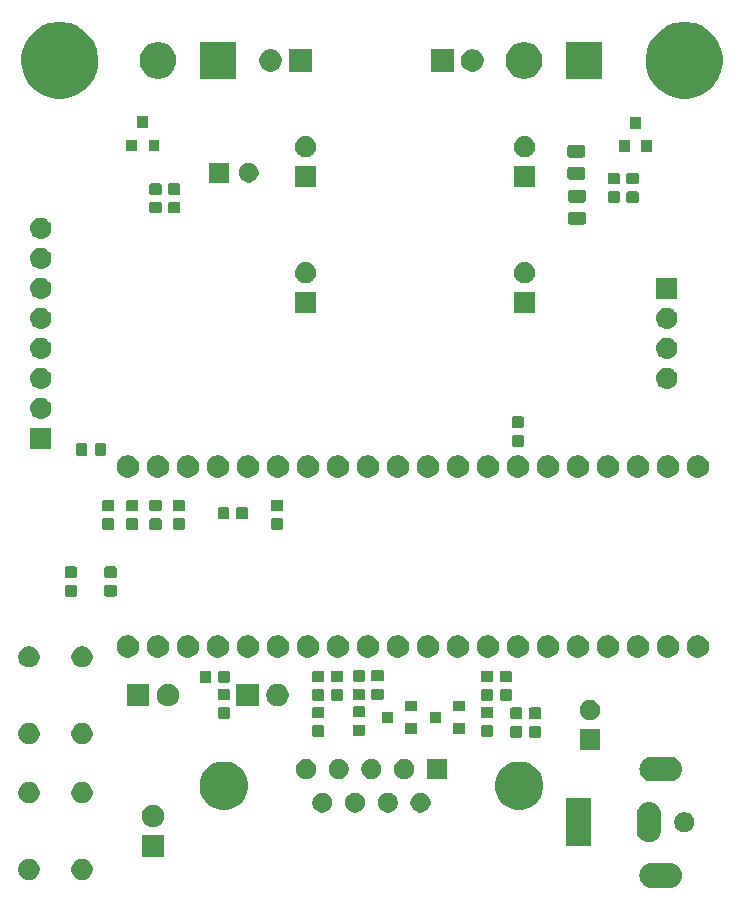
<source format=gts>
G04 #@! TF.GenerationSoftware,KiCad,Pcbnew,5.0.2-bee76a0~70~ubuntu18.04.1*
G04 #@! TF.CreationDate,2019-01-09T05:41:56+01:00*
G04 #@! TF.ProjectId,IGM400,49474d34-3030-42e6-9b69-6361645f7063,rev?*
G04 #@! TF.SameCoordinates,Original*
G04 #@! TF.FileFunction,Soldermask,Top*
G04 #@! TF.FilePolarity,Negative*
%FSLAX46Y46*%
G04 Gerber Fmt 4.6, Leading zero omitted, Abs format (unit mm)*
G04 Created by KiCad (PCBNEW 5.0.2-bee76a0~70~ubuntu18.04.1) date Mi 09 Jan 2019 05:41:56 CET*
%MOMM*%
%LPD*%
G01*
G04 APERTURE LIST*
%ADD10C,0.100000*%
G04 APERTURE END LIST*
D10*
G36*
X105332510Y-126952041D02*
X105456032Y-126964207D01*
X105654146Y-127024305D01*
X105836729Y-127121897D01*
X105996765Y-127253235D01*
X106128103Y-127413271D01*
X106225695Y-127595854D01*
X106285793Y-127793968D01*
X106306085Y-128000000D01*
X106285793Y-128206032D01*
X106225695Y-128404146D01*
X106128103Y-128586729D01*
X105996765Y-128746765D01*
X105836729Y-128878103D01*
X105654146Y-128975695D01*
X105456032Y-129035793D01*
X105332510Y-129047959D01*
X105301631Y-129051000D01*
X103698369Y-129051000D01*
X103667490Y-129047959D01*
X103543968Y-129035793D01*
X103345854Y-128975695D01*
X103163271Y-128878103D01*
X103003235Y-128746765D01*
X102871897Y-128586729D01*
X102774305Y-128404146D01*
X102714207Y-128206032D01*
X102693915Y-128000000D01*
X102714207Y-127793968D01*
X102774305Y-127595854D01*
X102871897Y-127413271D01*
X103003235Y-127253235D01*
X103163271Y-127121897D01*
X103345854Y-127024305D01*
X103543968Y-126964207D01*
X103667490Y-126952041D01*
X103698369Y-126949000D01*
X105301631Y-126949000D01*
X105332510Y-126952041D01*
X105332510Y-126952041D01*
G37*
G36*
X55762812Y-126633624D02*
X55926784Y-126701544D01*
X56074354Y-126800147D01*
X56199853Y-126925646D01*
X56298456Y-127073216D01*
X56366376Y-127237188D01*
X56401000Y-127411259D01*
X56401000Y-127588741D01*
X56366376Y-127762812D01*
X56298456Y-127926784D01*
X56199853Y-128074354D01*
X56074354Y-128199853D01*
X55926784Y-128298456D01*
X55762812Y-128366376D01*
X55588741Y-128401000D01*
X55411259Y-128401000D01*
X55237188Y-128366376D01*
X55073216Y-128298456D01*
X54925646Y-128199853D01*
X54800147Y-128074354D01*
X54701544Y-127926784D01*
X54633624Y-127762812D01*
X54599000Y-127588741D01*
X54599000Y-127411259D01*
X54633624Y-127237188D01*
X54701544Y-127073216D01*
X54800147Y-126925646D01*
X54925646Y-126800147D01*
X55073216Y-126701544D01*
X55237188Y-126633624D01*
X55411259Y-126599000D01*
X55588741Y-126599000D01*
X55762812Y-126633624D01*
X55762812Y-126633624D01*
G37*
G36*
X51262812Y-126633624D02*
X51426784Y-126701544D01*
X51574354Y-126800147D01*
X51699853Y-126925646D01*
X51798456Y-127073216D01*
X51866376Y-127237188D01*
X51901000Y-127411259D01*
X51901000Y-127588741D01*
X51866376Y-127762812D01*
X51798456Y-127926784D01*
X51699853Y-128074354D01*
X51574354Y-128199853D01*
X51426784Y-128298456D01*
X51262812Y-128366376D01*
X51088741Y-128401000D01*
X50911259Y-128401000D01*
X50737188Y-128366376D01*
X50573216Y-128298456D01*
X50425646Y-128199853D01*
X50300147Y-128074354D01*
X50201544Y-127926784D01*
X50133624Y-127762812D01*
X50099000Y-127588741D01*
X50099000Y-127411259D01*
X50133624Y-127237188D01*
X50201544Y-127073216D01*
X50300147Y-126925646D01*
X50425646Y-126800147D01*
X50573216Y-126701544D01*
X50737188Y-126633624D01*
X50911259Y-126599000D01*
X51088741Y-126599000D01*
X51262812Y-126633624D01*
X51262812Y-126633624D01*
G37*
G36*
X62451000Y-126451000D02*
X60549000Y-126451000D01*
X60549000Y-124549000D01*
X62451000Y-124549000D01*
X62451000Y-126451000D01*
X62451000Y-126451000D01*
G37*
G36*
X98551000Y-125551000D02*
X96449000Y-125551000D01*
X96449000Y-121449000D01*
X98551000Y-121449000D01*
X98551000Y-125551000D01*
X98551000Y-125551000D01*
G37*
G36*
X103706031Y-121814207D02*
X103904145Y-121874305D01*
X104086729Y-121971897D01*
X104246765Y-122103235D01*
X104246766Y-122103237D01*
X104246768Y-122103238D01*
X104325568Y-122199257D01*
X104378103Y-122263271D01*
X104475695Y-122445854D01*
X104535793Y-122643968D01*
X104551000Y-122798370D01*
X104551000Y-124201630D01*
X104535793Y-124356032D01*
X104475695Y-124554146D01*
X104378103Y-124736729D01*
X104246765Y-124896765D01*
X104086729Y-125028103D01*
X103904146Y-125125695D01*
X103706032Y-125185793D01*
X103500000Y-125206085D01*
X103293969Y-125185793D01*
X103095855Y-125125695D01*
X102913272Y-125028103D01*
X102753236Y-124896765D01*
X102621899Y-124736731D01*
X102524306Y-124554148D01*
X102464207Y-124356028D01*
X102449000Y-124201631D01*
X102449000Y-122798370D01*
X102454172Y-122745854D01*
X102464207Y-122643969D01*
X102524305Y-122445855D01*
X102621897Y-122263271D01*
X102753235Y-122103235D01*
X102753237Y-122103234D01*
X102753238Y-122103232D01*
X102849257Y-122024432D01*
X102913271Y-121971897D01*
X103095854Y-121874305D01*
X103293968Y-121814207D01*
X103500000Y-121793915D01*
X103706031Y-121814207D01*
X103706031Y-121814207D01*
G37*
G36*
X106748228Y-122681703D02*
X106903100Y-122745853D01*
X107042481Y-122838985D01*
X107161015Y-122957519D01*
X107254147Y-123096900D01*
X107318297Y-123251772D01*
X107351000Y-123416184D01*
X107351000Y-123583816D01*
X107318297Y-123748228D01*
X107254147Y-123903100D01*
X107161015Y-124042481D01*
X107042481Y-124161015D01*
X106903100Y-124254147D01*
X106748228Y-124318297D01*
X106583816Y-124351000D01*
X106416184Y-124351000D01*
X106251772Y-124318297D01*
X106096900Y-124254147D01*
X105957519Y-124161015D01*
X105838985Y-124042481D01*
X105745853Y-123903100D01*
X105681703Y-123748228D01*
X105649000Y-123583816D01*
X105649000Y-123416184D01*
X105681703Y-123251772D01*
X105745853Y-123096900D01*
X105838985Y-122957519D01*
X105957519Y-122838985D01*
X106096900Y-122745853D01*
X106251772Y-122681703D01*
X106416184Y-122649000D01*
X106583816Y-122649000D01*
X106748228Y-122681703D01*
X106748228Y-122681703D01*
G37*
G36*
X61777396Y-122045546D02*
X61950466Y-122117234D01*
X62106230Y-122221312D01*
X62238688Y-122353770D01*
X62342766Y-122509534D01*
X62414454Y-122682604D01*
X62451000Y-122866333D01*
X62451000Y-123053667D01*
X62414454Y-123237396D01*
X62342766Y-123410466D01*
X62238688Y-123566230D01*
X62106230Y-123698688D01*
X61950466Y-123802766D01*
X61777396Y-123874454D01*
X61593667Y-123911000D01*
X61406333Y-123911000D01*
X61222604Y-123874454D01*
X61049534Y-123802766D01*
X60893770Y-123698688D01*
X60761312Y-123566230D01*
X60657234Y-123410466D01*
X60585546Y-123237396D01*
X60549000Y-123053667D01*
X60549000Y-122866333D01*
X60585546Y-122682604D01*
X60657234Y-122509534D01*
X60761312Y-122353770D01*
X60893770Y-122221312D01*
X61049534Y-122117234D01*
X61222604Y-122045546D01*
X61406333Y-122009000D01*
X61593667Y-122009000D01*
X61777396Y-122045546D01*
X61777396Y-122045546D01*
G37*
G36*
X76093228Y-121021703D02*
X76248100Y-121085853D01*
X76387481Y-121178985D01*
X76506015Y-121297519D01*
X76599147Y-121436900D01*
X76663297Y-121591772D01*
X76696000Y-121756184D01*
X76696000Y-121923816D01*
X76663297Y-122088228D01*
X76599147Y-122243100D01*
X76506015Y-122382481D01*
X76387481Y-122501015D01*
X76248100Y-122594147D01*
X76093228Y-122658297D01*
X75928816Y-122691000D01*
X75761184Y-122691000D01*
X75596772Y-122658297D01*
X75441900Y-122594147D01*
X75302519Y-122501015D01*
X75183985Y-122382481D01*
X75090853Y-122243100D01*
X75026703Y-122088228D01*
X74994000Y-121923816D01*
X74994000Y-121756184D01*
X75026703Y-121591772D01*
X75090853Y-121436900D01*
X75183985Y-121297519D01*
X75302519Y-121178985D01*
X75441900Y-121085853D01*
X75596772Y-121021703D01*
X75761184Y-120989000D01*
X75928816Y-120989000D01*
X76093228Y-121021703D01*
X76093228Y-121021703D01*
G37*
G36*
X78863228Y-121021703D02*
X79018100Y-121085853D01*
X79157481Y-121178985D01*
X79276015Y-121297519D01*
X79369147Y-121436900D01*
X79433297Y-121591772D01*
X79466000Y-121756184D01*
X79466000Y-121923816D01*
X79433297Y-122088228D01*
X79369147Y-122243100D01*
X79276015Y-122382481D01*
X79157481Y-122501015D01*
X79018100Y-122594147D01*
X78863228Y-122658297D01*
X78698816Y-122691000D01*
X78531184Y-122691000D01*
X78366772Y-122658297D01*
X78211900Y-122594147D01*
X78072519Y-122501015D01*
X77953985Y-122382481D01*
X77860853Y-122243100D01*
X77796703Y-122088228D01*
X77764000Y-121923816D01*
X77764000Y-121756184D01*
X77796703Y-121591772D01*
X77860853Y-121436900D01*
X77953985Y-121297519D01*
X78072519Y-121178985D01*
X78211900Y-121085853D01*
X78366772Y-121021703D01*
X78531184Y-120989000D01*
X78698816Y-120989000D01*
X78863228Y-121021703D01*
X78863228Y-121021703D01*
G37*
G36*
X81633228Y-121021703D02*
X81788100Y-121085853D01*
X81927481Y-121178985D01*
X82046015Y-121297519D01*
X82139147Y-121436900D01*
X82203297Y-121591772D01*
X82236000Y-121756184D01*
X82236000Y-121923816D01*
X82203297Y-122088228D01*
X82139147Y-122243100D01*
X82046015Y-122382481D01*
X81927481Y-122501015D01*
X81788100Y-122594147D01*
X81633228Y-122658297D01*
X81468816Y-122691000D01*
X81301184Y-122691000D01*
X81136772Y-122658297D01*
X80981900Y-122594147D01*
X80842519Y-122501015D01*
X80723985Y-122382481D01*
X80630853Y-122243100D01*
X80566703Y-122088228D01*
X80534000Y-121923816D01*
X80534000Y-121756184D01*
X80566703Y-121591772D01*
X80630853Y-121436900D01*
X80723985Y-121297519D01*
X80842519Y-121178985D01*
X80981900Y-121085853D01*
X81136772Y-121021703D01*
X81301184Y-120989000D01*
X81468816Y-120989000D01*
X81633228Y-121021703D01*
X81633228Y-121021703D01*
G37*
G36*
X84403228Y-121021703D02*
X84558100Y-121085853D01*
X84697481Y-121178985D01*
X84816015Y-121297519D01*
X84909147Y-121436900D01*
X84973297Y-121591772D01*
X85006000Y-121756184D01*
X85006000Y-121923816D01*
X84973297Y-122088228D01*
X84909147Y-122243100D01*
X84816015Y-122382481D01*
X84697481Y-122501015D01*
X84558100Y-122594147D01*
X84403228Y-122658297D01*
X84238816Y-122691000D01*
X84071184Y-122691000D01*
X83906772Y-122658297D01*
X83751900Y-122594147D01*
X83612519Y-122501015D01*
X83493985Y-122382481D01*
X83400853Y-122243100D01*
X83336703Y-122088228D01*
X83304000Y-121923816D01*
X83304000Y-121756184D01*
X83336703Y-121591772D01*
X83400853Y-121436900D01*
X83493985Y-121297519D01*
X83612519Y-121178985D01*
X83751900Y-121085853D01*
X83906772Y-121021703D01*
X84071184Y-120989000D01*
X84238816Y-120989000D01*
X84403228Y-121021703D01*
X84403228Y-121021703D01*
G37*
G36*
X68098252Y-118447818D02*
X68098254Y-118447819D01*
X68098255Y-118447819D01*
X68471513Y-118602427D01*
X68471514Y-118602428D01*
X68807439Y-118826886D01*
X69093114Y-119112561D01*
X69093116Y-119112564D01*
X69317573Y-119448487D01*
X69444181Y-119754147D01*
X69472182Y-119821748D01*
X69551000Y-120217993D01*
X69551000Y-120622007D01*
X69478001Y-120989000D01*
X69472181Y-121018255D01*
X69317573Y-121391513D01*
X69287246Y-121436900D01*
X69093114Y-121727439D01*
X68807439Y-122013114D01*
X68807436Y-122013116D01*
X68471513Y-122237573D01*
X68098255Y-122392181D01*
X68098254Y-122392181D01*
X68098252Y-122392182D01*
X67702007Y-122471000D01*
X67297993Y-122471000D01*
X66901748Y-122392182D01*
X66901746Y-122392181D01*
X66901745Y-122392181D01*
X66528487Y-122237573D01*
X66192564Y-122013116D01*
X66192561Y-122013114D01*
X65906886Y-121727439D01*
X65712754Y-121436900D01*
X65682427Y-121391513D01*
X65527819Y-121018255D01*
X65522000Y-120989000D01*
X65449000Y-120622007D01*
X65449000Y-120217993D01*
X65527818Y-119821748D01*
X65555819Y-119754147D01*
X65682427Y-119448487D01*
X65906884Y-119112564D01*
X65906886Y-119112561D01*
X66192561Y-118826886D01*
X66528486Y-118602428D01*
X66528487Y-118602427D01*
X66901745Y-118447819D01*
X66901746Y-118447819D01*
X66901748Y-118447818D01*
X67297993Y-118369000D01*
X67702007Y-118369000D01*
X68098252Y-118447818D01*
X68098252Y-118447818D01*
G37*
G36*
X93098252Y-118447818D02*
X93098254Y-118447819D01*
X93098255Y-118447819D01*
X93471513Y-118602427D01*
X93471514Y-118602428D01*
X93807439Y-118826886D01*
X94093114Y-119112561D01*
X94093116Y-119112564D01*
X94317573Y-119448487D01*
X94444181Y-119754147D01*
X94472182Y-119821748D01*
X94551000Y-120217993D01*
X94551000Y-120622007D01*
X94478001Y-120989000D01*
X94472181Y-121018255D01*
X94317573Y-121391513D01*
X94287246Y-121436900D01*
X94093114Y-121727439D01*
X93807439Y-122013114D01*
X93807436Y-122013116D01*
X93471513Y-122237573D01*
X93098255Y-122392181D01*
X93098254Y-122392181D01*
X93098252Y-122392182D01*
X92702007Y-122471000D01*
X92297993Y-122471000D01*
X91901748Y-122392182D01*
X91901746Y-122392181D01*
X91901745Y-122392181D01*
X91528487Y-122237573D01*
X91192564Y-122013116D01*
X91192561Y-122013114D01*
X90906886Y-121727439D01*
X90712754Y-121436900D01*
X90682427Y-121391513D01*
X90527819Y-121018255D01*
X90522000Y-120989000D01*
X90449000Y-120622007D01*
X90449000Y-120217993D01*
X90527818Y-119821748D01*
X90555819Y-119754147D01*
X90682427Y-119448487D01*
X90906884Y-119112564D01*
X90906886Y-119112561D01*
X91192561Y-118826886D01*
X91528486Y-118602428D01*
X91528487Y-118602427D01*
X91901745Y-118447819D01*
X91901746Y-118447819D01*
X91901748Y-118447818D01*
X92297993Y-118369000D01*
X92702007Y-118369000D01*
X93098252Y-118447818D01*
X93098252Y-118447818D01*
G37*
G36*
X55762812Y-120133624D02*
X55926784Y-120201544D01*
X56074354Y-120300147D01*
X56199853Y-120425646D01*
X56298456Y-120573216D01*
X56366376Y-120737188D01*
X56401000Y-120911259D01*
X56401000Y-121088741D01*
X56366376Y-121262812D01*
X56298456Y-121426784D01*
X56199853Y-121574354D01*
X56074354Y-121699853D01*
X55926784Y-121798456D01*
X55762812Y-121866376D01*
X55588741Y-121901000D01*
X55411259Y-121901000D01*
X55237188Y-121866376D01*
X55073216Y-121798456D01*
X54925646Y-121699853D01*
X54800147Y-121574354D01*
X54701544Y-121426784D01*
X54633624Y-121262812D01*
X54599000Y-121088741D01*
X54599000Y-120911259D01*
X54633624Y-120737188D01*
X54701544Y-120573216D01*
X54800147Y-120425646D01*
X54925646Y-120300147D01*
X55073216Y-120201544D01*
X55237188Y-120133624D01*
X55411259Y-120099000D01*
X55588741Y-120099000D01*
X55762812Y-120133624D01*
X55762812Y-120133624D01*
G37*
G36*
X51262812Y-120133624D02*
X51426784Y-120201544D01*
X51574354Y-120300147D01*
X51699853Y-120425646D01*
X51798456Y-120573216D01*
X51866376Y-120737188D01*
X51901000Y-120911259D01*
X51901000Y-121088741D01*
X51866376Y-121262812D01*
X51798456Y-121426784D01*
X51699853Y-121574354D01*
X51574354Y-121699853D01*
X51426784Y-121798456D01*
X51262812Y-121866376D01*
X51088741Y-121901000D01*
X50911259Y-121901000D01*
X50737188Y-121866376D01*
X50573216Y-121798456D01*
X50425646Y-121699853D01*
X50300147Y-121574354D01*
X50201544Y-121426784D01*
X50133624Y-121262812D01*
X50099000Y-121088741D01*
X50099000Y-120911259D01*
X50133624Y-120737188D01*
X50201544Y-120573216D01*
X50300147Y-120425646D01*
X50425646Y-120300147D01*
X50573216Y-120201544D01*
X50737188Y-120133624D01*
X50911259Y-120099000D01*
X51088741Y-120099000D01*
X51262812Y-120133624D01*
X51262812Y-120133624D01*
G37*
G36*
X105332510Y-117952041D02*
X105456032Y-117964207D01*
X105654146Y-118024305D01*
X105836729Y-118121897D01*
X105996765Y-118253235D01*
X106128103Y-118413271D01*
X106225695Y-118595854D01*
X106285793Y-118793968D01*
X106306085Y-119000000D01*
X106285793Y-119206032D01*
X106225695Y-119404146D01*
X106128103Y-119586729D01*
X105996765Y-119746765D01*
X105836729Y-119878103D01*
X105654146Y-119975695D01*
X105456032Y-120035793D01*
X105332510Y-120047959D01*
X105301631Y-120051000D01*
X103698369Y-120051000D01*
X103667490Y-120047959D01*
X103543968Y-120035793D01*
X103345854Y-119975695D01*
X103163271Y-119878103D01*
X103003235Y-119746765D01*
X102871897Y-119586729D01*
X102774305Y-119404146D01*
X102714207Y-119206032D01*
X102693915Y-119000000D01*
X102714207Y-118793968D01*
X102774305Y-118595854D01*
X102871897Y-118413271D01*
X103003235Y-118253235D01*
X103163271Y-118121897D01*
X103345854Y-118024305D01*
X103543968Y-117964207D01*
X103667490Y-117952041D01*
X103698369Y-117949000D01*
X105301631Y-117949000D01*
X105332510Y-117952041D01*
X105332510Y-117952041D01*
G37*
G36*
X77478228Y-118181703D02*
X77633100Y-118245853D01*
X77772481Y-118338985D01*
X77891015Y-118457519D01*
X77984147Y-118596900D01*
X78048297Y-118751772D01*
X78081000Y-118916184D01*
X78081000Y-119083816D01*
X78048297Y-119248228D01*
X77984147Y-119403100D01*
X77891015Y-119542481D01*
X77772481Y-119661015D01*
X77633100Y-119754147D01*
X77478228Y-119818297D01*
X77313816Y-119851000D01*
X77146184Y-119851000D01*
X76981772Y-119818297D01*
X76826900Y-119754147D01*
X76687519Y-119661015D01*
X76568985Y-119542481D01*
X76475853Y-119403100D01*
X76411703Y-119248228D01*
X76379000Y-119083816D01*
X76379000Y-118916184D01*
X76411703Y-118751772D01*
X76475853Y-118596900D01*
X76568985Y-118457519D01*
X76687519Y-118338985D01*
X76826900Y-118245853D01*
X76981772Y-118181703D01*
X77146184Y-118149000D01*
X77313816Y-118149000D01*
X77478228Y-118181703D01*
X77478228Y-118181703D01*
G37*
G36*
X80248228Y-118181703D02*
X80403100Y-118245853D01*
X80542481Y-118338985D01*
X80661015Y-118457519D01*
X80754147Y-118596900D01*
X80818297Y-118751772D01*
X80851000Y-118916184D01*
X80851000Y-119083816D01*
X80818297Y-119248228D01*
X80754147Y-119403100D01*
X80661015Y-119542481D01*
X80542481Y-119661015D01*
X80403100Y-119754147D01*
X80248228Y-119818297D01*
X80083816Y-119851000D01*
X79916184Y-119851000D01*
X79751772Y-119818297D01*
X79596900Y-119754147D01*
X79457519Y-119661015D01*
X79338985Y-119542481D01*
X79245853Y-119403100D01*
X79181703Y-119248228D01*
X79149000Y-119083816D01*
X79149000Y-118916184D01*
X79181703Y-118751772D01*
X79245853Y-118596900D01*
X79338985Y-118457519D01*
X79457519Y-118338985D01*
X79596900Y-118245853D01*
X79751772Y-118181703D01*
X79916184Y-118149000D01*
X80083816Y-118149000D01*
X80248228Y-118181703D01*
X80248228Y-118181703D01*
G37*
G36*
X83018228Y-118181703D02*
X83173100Y-118245853D01*
X83312481Y-118338985D01*
X83431015Y-118457519D01*
X83524147Y-118596900D01*
X83588297Y-118751772D01*
X83621000Y-118916184D01*
X83621000Y-119083816D01*
X83588297Y-119248228D01*
X83524147Y-119403100D01*
X83431015Y-119542481D01*
X83312481Y-119661015D01*
X83173100Y-119754147D01*
X83018228Y-119818297D01*
X82853816Y-119851000D01*
X82686184Y-119851000D01*
X82521772Y-119818297D01*
X82366900Y-119754147D01*
X82227519Y-119661015D01*
X82108985Y-119542481D01*
X82015853Y-119403100D01*
X81951703Y-119248228D01*
X81919000Y-119083816D01*
X81919000Y-118916184D01*
X81951703Y-118751772D01*
X82015853Y-118596900D01*
X82108985Y-118457519D01*
X82227519Y-118338985D01*
X82366900Y-118245853D01*
X82521772Y-118181703D01*
X82686184Y-118149000D01*
X82853816Y-118149000D01*
X83018228Y-118181703D01*
X83018228Y-118181703D01*
G37*
G36*
X86391000Y-119851000D02*
X84689000Y-119851000D01*
X84689000Y-118149000D01*
X86391000Y-118149000D01*
X86391000Y-119851000D01*
X86391000Y-119851000D01*
G37*
G36*
X74708228Y-118181703D02*
X74863100Y-118245853D01*
X75002481Y-118338985D01*
X75121015Y-118457519D01*
X75214147Y-118596900D01*
X75278297Y-118751772D01*
X75311000Y-118916184D01*
X75311000Y-119083816D01*
X75278297Y-119248228D01*
X75214147Y-119403100D01*
X75121015Y-119542481D01*
X75002481Y-119661015D01*
X74863100Y-119754147D01*
X74708228Y-119818297D01*
X74543816Y-119851000D01*
X74376184Y-119851000D01*
X74211772Y-119818297D01*
X74056900Y-119754147D01*
X73917519Y-119661015D01*
X73798985Y-119542481D01*
X73705853Y-119403100D01*
X73641703Y-119248228D01*
X73609000Y-119083816D01*
X73609000Y-118916184D01*
X73641703Y-118751772D01*
X73705853Y-118596900D01*
X73798985Y-118457519D01*
X73917519Y-118338985D01*
X74056900Y-118245853D01*
X74211772Y-118181703D01*
X74376184Y-118149000D01*
X74543816Y-118149000D01*
X74708228Y-118181703D01*
X74708228Y-118181703D01*
G37*
G36*
X99351000Y-117351000D02*
X97649000Y-117351000D01*
X97649000Y-115649000D01*
X99351000Y-115649000D01*
X99351000Y-117351000D01*
X99351000Y-117351000D01*
G37*
G36*
X51262812Y-115133624D02*
X51426784Y-115201544D01*
X51574354Y-115300147D01*
X51699853Y-115425646D01*
X51798456Y-115573216D01*
X51866376Y-115737188D01*
X51901000Y-115911259D01*
X51901000Y-116088741D01*
X51866376Y-116262812D01*
X51798456Y-116426784D01*
X51699853Y-116574354D01*
X51574354Y-116699853D01*
X51426784Y-116798456D01*
X51262812Y-116866376D01*
X51088741Y-116901000D01*
X50911259Y-116901000D01*
X50737188Y-116866376D01*
X50573216Y-116798456D01*
X50425646Y-116699853D01*
X50300147Y-116574354D01*
X50201544Y-116426784D01*
X50133624Y-116262812D01*
X50099000Y-116088741D01*
X50099000Y-115911259D01*
X50133624Y-115737188D01*
X50201544Y-115573216D01*
X50300147Y-115425646D01*
X50425646Y-115300147D01*
X50573216Y-115201544D01*
X50737188Y-115133624D01*
X50911259Y-115099000D01*
X51088741Y-115099000D01*
X51262812Y-115133624D01*
X51262812Y-115133624D01*
G37*
G36*
X55762812Y-115133624D02*
X55926784Y-115201544D01*
X56074354Y-115300147D01*
X56199853Y-115425646D01*
X56298456Y-115573216D01*
X56366376Y-115737188D01*
X56401000Y-115911259D01*
X56401000Y-116088741D01*
X56366376Y-116262812D01*
X56298456Y-116426784D01*
X56199853Y-116574354D01*
X56074354Y-116699853D01*
X55926784Y-116798456D01*
X55762812Y-116866376D01*
X55588741Y-116901000D01*
X55411259Y-116901000D01*
X55237188Y-116866376D01*
X55073216Y-116798456D01*
X54925646Y-116699853D01*
X54800147Y-116574354D01*
X54701544Y-116426784D01*
X54633624Y-116262812D01*
X54599000Y-116088741D01*
X54599000Y-115911259D01*
X54633624Y-115737188D01*
X54701544Y-115573216D01*
X54800147Y-115425646D01*
X54925646Y-115300147D01*
X55073216Y-115201544D01*
X55237188Y-115133624D01*
X55411259Y-115099000D01*
X55588741Y-115099000D01*
X55762812Y-115133624D01*
X55762812Y-115133624D01*
G37*
G36*
X94232591Y-115365085D02*
X94266569Y-115375393D01*
X94297887Y-115392133D01*
X94325339Y-115414661D01*
X94347867Y-115442113D01*
X94364607Y-115473431D01*
X94374915Y-115507409D01*
X94379000Y-115548890D01*
X94379000Y-116150110D01*
X94374915Y-116191591D01*
X94364607Y-116225569D01*
X94347867Y-116256887D01*
X94325339Y-116284339D01*
X94297887Y-116306867D01*
X94266569Y-116323607D01*
X94232591Y-116333915D01*
X94191110Y-116338000D01*
X93514890Y-116338000D01*
X93473409Y-116333915D01*
X93439431Y-116323607D01*
X93408113Y-116306867D01*
X93380661Y-116284339D01*
X93358133Y-116256887D01*
X93341393Y-116225569D01*
X93331085Y-116191591D01*
X93327000Y-116150110D01*
X93327000Y-115548890D01*
X93331085Y-115507409D01*
X93341393Y-115473431D01*
X93358133Y-115442113D01*
X93380661Y-115414661D01*
X93408113Y-115392133D01*
X93439431Y-115375393D01*
X93473409Y-115365085D01*
X93514890Y-115361000D01*
X94191110Y-115361000D01*
X94232591Y-115365085D01*
X94232591Y-115365085D01*
G37*
G36*
X92645091Y-115365085D02*
X92679069Y-115375393D01*
X92710387Y-115392133D01*
X92737839Y-115414661D01*
X92760367Y-115442113D01*
X92777107Y-115473431D01*
X92787415Y-115507409D01*
X92791500Y-115548890D01*
X92791500Y-116150110D01*
X92787415Y-116191591D01*
X92777107Y-116225569D01*
X92760367Y-116256887D01*
X92737839Y-116284339D01*
X92710387Y-116306867D01*
X92679069Y-116323607D01*
X92645091Y-116333915D01*
X92603610Y-116338000D01*
X91927390Y-116338000D01*
X91885909Y-116333915D01*
X91851931Y-116323607D01*
X91820613Y-116306867D01*
X91793161Y-116284339D01*
X91770633Y-116256887D01*
X91753893Y-116225569D01*
X91743585Y-116191591D01*
X91739500Y-116150110D01*
X91739500Y-115548890D01*
X91743585Y-115507409D01*
X91753893Y-115473431D01*
X91770633Y-115442113D01*
X91793161Y-115414661D01*
X91820613Y-115392133D01*
X91851931Y-115375393D01*
X91885909Y-115365085D01*
X91927390Y-115361000D01*
X92603610Y-115361000D01*
X92645091Y-115365085D01*
X92645091Y-115365085D01*
G37*
G36*
X90168591Y-115301585D02*
X90202569Y-115311893D01*
X90233887Y-115328633D01*
X90261339Y-115351161D01*
X90283867Y-115378613D01*
X90300607Y-115409931D01*
X90310915Y-115443909D01*
X90315000Y-115485390D01*
X90315000Y-116086610D01*
X90310915Y-116128091D01*
X90300607Y-116162069D01*
X90283867Y-116193387D01*
X90261339Y-116220839D01*
X90233887Y-116243367D01*
X90202569Y-116260107D01*
X90168591Y-116270415D01*
X90127110Y-116274500D01*
X89450890Y-116274500D01*
X89409409Y-116270415D01*
X89375431Y-116260107D01*
X89344113Y-116243367D01*
X89316661Y-116220839D01*
X89294133Y-116193387D01*
X89277393Y-116162069D01*
X89267085Y-116128091D01*
X89263000Y-116086610D01*
X89263000Y-115485390D01*
X89267085Y-115443909D01*
X89277393Y-115409931D01*
X89294133Y-115378613D01*
X89316661Y-115351161D01*
X89344113Y-115328633D01*
X89375431Y-115311893D01*
X89409409Y-115301585D01*
X89450890Y-115297500D01*
X90127110Y-115297500D01*
X90168591Y-115301585D01*
X90168591Y-115301585D01*
G37*
G36*
X75881091Y-115301585D02*
X75915069Y-115311893D01*
X75946387Y-115328633D01*
X75973839Y-115351161D01*
X75996367Y-115378613D01*
X76013107Y-115409931D01*
X76023415Y-115443909D01*
X76027500Y-115485390D01*
X76027500Y-116086610D01*
X76023415Y-116128091D01*
X76013107Y-116162069D01*
X75996367Y-116193387D01*
X75973839Y-116220839D01*
X75946387Y-116243367D01*
X75915069Y-116260107D01*
X75881091Y-116270415D01*
X75839610Y-116274500D01*
X75163390Y-116274500D01*
X75121909Y-116270415D01*
X75087931Y-116260107D01*
X75056613Y-116243367D01*
X75029161Y-116220839D01*
X75006633Y-116193387D01*
X74989893Y-116162069D01*
X74979585Y-116128091D01*
X74975500Y-116086610D01*
X74975500Y-115485390D01*
X74979585Y-115443909D01*
X74989893Y-115409931D01*
X75006633Y-115378613D01*
X75029161Y-115351161D01*
X75056613Y-115328633D01*
X75087931Y-115311893D01*
X75121909Y-115301585D01*
X75163390Y-115297500D01*
X75839610Y-115297500D01*
X75881091Y-115301585D01*
X75881091Y-115301585D01*
G37*
G36*
X79310091Y-115238085D02*
X79344069Y-115248393D01*
X79375387Y-115265133D01*
X79402839Y-115287661D01*
X79425367Y-115315113D01*
X79442107Y-115346431D01*
X79452415Y-115380409D01*
X79456500Y-115421890D01*
X79456500Y-116023110D01*
X79452415Y-116064591D01*
X79442107Y-116098569D01*
X79425367Y-116129887D01*
X79402839Y-116157339D01*
X79375387Y-116179867D01*
X79344069Y-116196607D01*
X79310091Y-116206915D01*
X79268610Y-116211000D01*
X78592390Y-116211000D01*
X78550909Y-116206915D01*
X78516931Y-116196607D01*
X78485613Y-116179867D01*
X78458161Y-116157339D01*
X78435633Y-116129887D01*
X78418893Y-116098569D01*
X78408585Y-116064591D01*
X78404500Y-116023110D01*
X78404500Y-115421890D01*
X78408585Y-115380409D01*
X78418893Y-115346431D01*
X78435633Y-115315113D01*
X78458161Y-115287661D01*
X78485613Y-115265133D01*
X78516931Y-115248393D01*
X78550909Y-115238085D01*
X78592390Y-115234000D01*
X79268610Y-115234000D01*
X79310091Y-115238085D01*
X79310091Y-115238085D01*
G37*
G36*
X83860500Y-116018500D02*
X82858500Y-116018500D01*
X82858500Y-115116500D01*
X83860500Y-115116500D01*
X83860500Y-116018500D01*
X83860500Y-116018500D01*
G37*
G36*
X87924500Y-116018500D02*
X86922500Y-116018500D01*
X86922500Y-115116500D01*
X87924500Y-115116500D01*
X87924500Y-116018500D01*
X87924500Y-116018500D01*
G37*
G36*
X85924500Y-115068500D02*
X84922500Y-115068500D01*
X84922500Y-114166500D01*
X85924500Y-114166500D01*
X85924500Y-115068500D01*
X85924500Y-115068500D01*
G37*
G36*
X81860500Y-115068500D02*
X80858500Y-115068500D01*
X80858500Y-114166500D01*
X81860500Y-114166500D01*
X81860500Y-115068500D01*
X81860500Y-115068500D01*
G37*
G36*
X98748228Y-113181703D02*
X98903100Y-113245853D01*
X99042481Y-113338985D01*
X99161015Y-113457519D01*
X99254147Y-113596900D01*
X99318297Y-113751772D01*
X99351000Y-113916184D01*
X99351000Y-114083816D01*
X99318297Y-114248228D01*
X99254147Y-114403100D01*
X99161015Y-114542481D01*
X99042481Y-114661015D01*
X98903100Y-114754147D01*
X98748228Y-114818297D01*
X98583816Y-114851000D01*
X98416184Y-114851000D01*
X98251772Y-114818297D01*
X98096900Y-114754147D01*
X97957519Y-114661015D01*
X97838985Y-114542481D01*
X97745853Y-114403100D01*
X97681703Y-114248228D01*
X97649000Y-114083816D01*
X97649000Y-113916184D01*
X97681703Y-113751772D01*
X97745853Y-113596900D01*
X97838985Y-113457519D01*
X97957519Y-113338985D01*
X98096900Y-113245853D01*
X98251772Y-113181703D01*
X98416184Y-113149000D01*
X98583816Y-113149000D01*
X98748228Y-113181703D01*
X98748228Y-113181703D01*
G37*
G36*
X94232591Y-113790085D02*
X94266569Y-113800393D01*
X94297887Y-113817133D01*
X94325339Y-113839661D01*
X94347867Y-113867113D01*
X94364607Y-113898431D01*
X94374915Y-113932409D01*
X94379000Y-113973890D01*
X94379000Y-114575110D01*
X94374915Y-114616591D01*
X94364607Y-114650569D01*
X94347867Y-114681887D01*
X94325339Y-114709339D01*
X94297887Y-114731867D01*
X94266569Y-114748607D01*
X94232591Y-114758915D01*
X94191110Y-114763000D01*
X93514890Y-114763000D01*
X93473409Y-114758915D01*
X93439431Y-114748607D01*
X93408113Y-114731867D01*
X93380661Y-114709339D01*
X93358133Y-114681887D01*
X93341393Y-114650569D01*
X93331085Y-114616591D01*
X93327000Y-114575110D01*
X93327000Y-113973890D01*
X93331085Y-113932409D01*
X93341393Y-113898431D01*
X93358133Y-113867113D01*
X93380661Y-113839661D01*
X93408113Y-113817133D01*
X93439431Y-113800393D01*
X93473409Y-113790085D01*
X93514890Y-113786000D01*
X94191110Y-113786000D01*
X94232591Y-113790085D01*
X94232591Y-113790085D01*
G37*
G36*
X92645091Y-113790085D02*
X92679069Y-113800393D01*
X92710387Y-113817133D01*
X92737839Y-113839661D01*
X92760367Y-113867113D01*
X92777107Y-113898431D01*
X92787415Y-113932409D01*
X92791500Y-113973890D01*
X92791500Y-114575110D01*
X92787415Y-114616591D01*
X92777107Y-114650569D01*
X92760367Y-114681887D01*
X92737839Y-114709339D01*
X92710387Y-114731867D01*
X92679069Y-114748607D01*
X92645091Y-114758915D01*
X92603610Y-114763000D01*
X91927390Y-114763000D01*
X91885909Y-114758915D01*
X91851931Y-114748607D01*
X91820613Y-114731867D01*
X91793161Y-114709339D01*
X91770633Y-114681887D01*
X91753893Y-114650569D01*
X91743585Y-114616591D01*
X91739500Y-114575110D01*
X91739500Y-113973890D01*
X91743585Y-113932409D01*
X91753893Y-113898431D01*
X91770633Y-113867113D01*
X91793161Y-113839661D01*
X91820613Y-113817133D01*
X91851931Y-113800393D01*
X91885909Y-113790085D01*
X91927390Y-113786000D01*
X92603610Y-113786000D01*
X92645091Y-113790085D01*
X92645091Y-113790085D01*
G37*
G36*
X67880091Y-113777585D02*
X67914069Y-113787893D01*
X67945387Y-113804633D01*
X67972839Y-113827161D01*
X67995367Y-113854613D01*
X68012107Y-113885931D01*
X68022415Y-113919909D01*
X68026500Y-113961390D01*
X68026500Y-114562610D01*
X68022415Y-114604091D01*
X68012107Y-114638069D01*
X67995367Y-114669387D01*
X67972839Y-114696839D01*
X67945387Y-114719367D01*
X67914069Y-114736107D01*
X67880091Y-114746415D01*
X67838610Y-114750500D01*
X67162390Y-114750500D01*
X67120909Y-114746415D01*
X67086931Y-114736107D01*
X67055613Y-114719367D01*
X67028161Y-114696839D01*
X67005633Y-114669387D01*
X66988893Y-114638069D01*
X66978585Y-114604091D01*
X66974500Y-114562610D01*
X66974500Y-113961390D01*
X66978585Y-113919909D01*
X66988893Y-113885931D01*
X67005633Y-113854613D01*
X67028161Y-113827161D01*
X67055613Y-113804633D01*
X67086931Y-113787893D01*
X67120909Y-113777585D01*
X67162390Y-113773500D01*
X67838610Y-113773500D01*
X67880091Y-113777585D01*
X67880091Y-113777585D01*
G37*
G36*
X90168591Y-113726585D02*
X90202569Y-113736893D01*
X90233887Y-113753633D01*
X90261339Y-113776161D01*
X90283867Y-113803613D01*
X90300607Y-113834931D01*
X90310915Y-113868909D01*
X90315000Y-113910390D01*
X90315000Y-114511610D01*
X90310915Y-114553091D01*
X90300607Y-114587069D01*
X90283867Y-114618387D01*
X90261339Y-114645839D01*
X90233887Y-114668367D01*
X90202569Y-114685107D01*
X90168591Y-114695415D01*
X90127110Y-114699500D01*
X89450890Y-114699500D01*
X89409409Y-114695415D01*
X89375431Y-114685107D01*
X89344113Y-114668367D01*
X89316661Y-114645839D01*
X89294133Y-114618387D01*
X89277393Y-114587069D01*
X89267085Y-114553091D01*
X89263000Y-114511610D01*
X89263000Y-113910390D01*
X89267085Y-113868909D01*
X89277393Y-113834931D01*
X89294133Y-113803613D01*
X89316661Y-113776161D01*
X89344113Y-113753633D01*
X89375431Y-113736893D01*
X89409409Y-113726585D01*
X89450890Y-113722500D01*
X90127110Y-113722500D01*
X90168591Y-113726585D01*
X90168591Y-113726585D01*
G37*
G36*
X75881091Y-113726585D02*
X75915069Y-113736893D01*
X75946387Y-113753633D01*
X75973839Y-113776161D01*
X75996367Y-113803613D01*
X76013107Y-113834931D01*
X76023415Y-113868909D01*
X76027500Y-113910390D01*
X76027500Y-114511610D01*
X76023415Y-114553091D01*
X76013107Y-114587069D01*
X75996367Y-114618387D01*
X75973839Y-114645839D01*
X75946387Y-114668367D01*
X75915069Y-114685107D01*
X75881091Y-114695415D01*
X75839610Y-114699500D01*
X75163390Y-114699500D01*
X75121909Y-114695415D01*
X75087931Y-114685107D01*
X75056613Y-114668367D01*
X75029161Y-114645839D01*
X75006633Y-114618387D01*
X74989893Y-114587069D01*
X74979585Y-114553091D01*
X74975500Y-114511610D01*
X74975500Y-113910390D01*
X74979585Y-113868909D01*
X74989893Y-113834931D01*
X75006633Y-113803613D01*
X75029161Y-113776161D01*
X75056613Y-113753633D01*
X75087931Y-113736893D01*
X75121909Y-113726585D01*
X75163390Y-113722500D01*
X75839610Y-113722500D01*
X75881091Y-113726585D01*
X75881091Y-113726585D01*
G37*
G36*
X79310091Y-113663085D02*
X79344069Y-113673393D01*
X79375387Y-113690133D01*
X79402839Y-113712661D01*
X79425367Y-113740113D01*
X79442107Y-113771431D01*
X79452415Y-113805409D01*
X79456500Y-113846890D01*
X79456500Y-114448110D01*
X79452415Y-114489591D01*
X79442107Y-114523569D01*
X79425367Y-114554887D01*
X79402839Y-114582339D01*
X79375387Y-114604867D01*
X79344069Y-114621607D01*
X79310091Y-114631915D01*
X79268610Y-114636000D01*
X78592390Y-114636000D01*
X78550909Y-114631915D01*
X78516931Y-114621607D01*
X78485613Y-114604867D01*
X78458161Y-114582339D01*
X78435633Y-114554887D01*
X78418893Y-114523569D01*
X78408585Y-114489591D01*
X78404500Y-114448110D01*
X78404500Y-113846890D01*
X78408585Y-113805409D01*
X78418893Y-113771431D01*
X78435633Y-113740113D01*
X78458161Y-113712661D01*
X78485613Y-113690133D01*
X78516931Y-113673393D01*
X78550909Y-113663085D01*
X78592390Y-113659000D01*
X79268610Y-113659000D01*
X79310091Y-113663085D01*
X79310091Y-113663085D01*
G37*
G36*
X87924500Y-114118500D02*
X86922500Y-114118500D01*
X86922500Y-113216500D01*
X87924500Y-113216500D01*
X87924500Y-114118500D01*
X87924500Y-114118500D01*
G37*
G36*
X83860500Y-114118500D02*
X82858500Y-114118500D01*
X82858500Y-113216500D01*
X83860500Y-113216500D01*
X83860500Y-114118500D01*
X83860500Y-114118500D01*
G37*
G36*
X72317396Y-111835546D02*
X72490466Y-111907234D01*
X72646230Y-112011312D01*
X72778688Y-112143770D01*
X72882766Y-112299534D01*
X72954454Y-112472604D01*
X72991000Y-112656333D01*
X72991000Y-112843667D01*
X72954454Y-113027396D01*
X72882766Y-113200466D01*
X72778688Y-113356230D01*
X72646230Y-113488688D01*
X72490466Y-113592766D01*
X72317396Y-113664454D01*
X72133667Y-113701000D01*
X71946333Y-113701000D01*
X71762604Y-113664454D01*
X71589534Y-113592766D01*
X71433770Y-113488688D01*
X71301312Y-113356230D01*
X71197234Y-113200466D01*
X71125546Y-113027396D01*
X71089000Y-112843667D01*
X71089000Y-112656333D01*
X71125546Y-112472604D01*
X71197234Y-112299534D01*
X71301312Y-112143770D01*
X71433770Y-112011312D01*
X71589534Y-111907234D01*
X71762604Y-111835546D01*
X71946333Y-111799000D01*
X72133667Y-111799000D01*
X72317396Y-111835546D01*
X72317396Y-111835546D01*
G37*
G36*
X63067396Y-111835546D02*
X63240466Y-111907234D01*
X63396230Y-112011312D01*
X63528688Y-112143770D01*
X63632766Y-112299534D01*
X63704454Y-112472604D01*
X63741000Y-112656333D01*
X63741000Y-112843667D01*
X63704454Y-113027396D01*
X63632766Y-113200466D01*
X63528688Y-113356230D01*
X63396230Y-113488688D01*
X63240466Y-113592766D01*
X63067396Y-113664454D01*
X62883667Y-113701000D01*
X62696333Y-113701000D01*
X62512604Y-113664454D01*
X62339534Y-113592766D01*
X62183770Y-113488688D01*
X62051312Y-113356230D01*
X61947234Y-113200466D01*
X61875546Y-113027396D01*
X61839000Y-112843667D01*
X61839000Y-112656333D01*
X61875546Y-112472604D01*
X61947234Y-112299534D01*
X62051312Y-112143770D01*
X62183770Y-112011312D01*
X62339534Y-111907234D01*
X62512604Y-111835546D01*
X62696333Y-111799000D01*
X62883667Y-111799000D01*
X63067396Y-111835546D01*
X63067396Y-111835546D01*
G37*
G36*
X70451000Y-113701000D02*
X68549000Y-113701000D01*
X68549000Y-111799000D01*
X70451000Y-111799000D01*
X70451000Y-113701000D01*
X70451000Y-113701000D01*
G37*
G36*
X61201000Y-113701000D02*
X59299000Y-113701000D01*
X59299000Y-111799000D01*
X61201000Y-111799000D01*
X61201000Y-113701000D01*
X61201000Y-113701000D01*
G37*
G36*
X90168591Y-112253585D02*
X90202569Y-112263893D01*
X90233887Y-112280633D01*
X90261339Y-112303161D01*
X90283867Y-112330613D01*
X90300607Y-112361931D01*
X90310915Y-112395909D01*
X90315000Y-112437390D01*
X90315000Y-113038610D01*
X90310915Y-113080091D01*
X90300607Y-113114069D01*
X90283867Y-113145387D01*
X90261339Y-113172839D01*
X90233887Y-113195367D01*
X90202569Y-113212107D01*
X90168591Y-113222415D01*
X90127110Y-113226500D01*
X89450890Y-113226500D01*
X89409409Y-113222415D01*
X89375431Y-113212107D01*
X89344113Y-113195367D01*
X89316661Y-113172839D01*
X89294133Y-113145387D01*
X89277393Y-113114069D01*
X89267085Y-113080091D01*
X89263000Y-113038610D01*
X89263000Y-112437390D01*
X89267085Y-112395909D01*
X89277393Y-112361931D01*
X89294133Y-112330613D01*
X89316661Y-112303161D01*
X89344113Y-112280633D01*
X89375431Y-112263893D01*
X89409409Y-112253585D01*
X89450890Y-112249500D01*
X90127110Y-112249500D01*
X90168591Y-112253585D01*
X90168591Y-112253585D01*
G37*
G36*
X75881091Y-112253585D02*
X75915069Y-112263893D01*
X75946387Y-112280633D01*
X75973839Y-112303161D01*
X75996367Y-112330613D01*
X76013107Y-112361931D01*
X76023415Y-112395909D01*
X76027500Y-112437390D01*
X76027500Y-113038610D01*
X76023415Y-113080091D01*
X76013107Y-113114069D01*
X75996367Y-113145387D01*
X75973839Y-113172839D01*
X75946387Y-113195367D01*
X75915069Y-113212107D01*
X75881091Y-113222415D01*
X75839610Y-113226500D01*
X75163390Y-113226500D01*
X75121909Y-113222415D01*
X75087931Y-113212107D01*
X75056613Y-113195367D01*
X75029161Y-113172839D01*
X75006633Y-113145387D01*
X74989893Y-113114069D01*
X74979585Y-113080091D01*
X74975500Y-113038610D01*
X74975500Y-112437390D01*
X74979585Y-112395909D01*
X74989893Y-112361931D01*
X75006633Y-112330613D01*
X75029161Y-112303161D01*
X75056613Y-112280633D01*
X75087931Y-112263893D01*
X75121909Y-112253585D01*
X75163390Y-112249500D01*
X75839610Y-112249500D01*
X75881091Y-112253585D01*
X75881091Y-112253585D01*
G37*
G36*
X91756091Y-112253585D02*
X91790069Y-112263893D01*
X91821387Y-112280633D01*
X91848839Y-112303161D01*
X91871367Y-112330613D01*
X91888107Y-112361931D01*
X91898415Y-112395909D01*
X91902500Y-112437390D01*
X91902500Y-113038610D01*
X91898415Y-113080091D01*
X91888107Y-113114069D01*
X91871367Y-113145387D01*
X91848839Y-113172839D01*
X91821387Y-113195367D01*
X91790069Y-113212107D01*
X91756091Y-113222415D01*
X91714610Y-113226500D01*
X91038390Y-113226500D01*
X90996909Y-113222415D01*
X90962931Y-113212107D01*
X90931613Y-113195367D01*
X90904161Y-113172839D01*
X90881633Y-113145387D01*
X90864893Y-113114069D01*
X90854585Y-113080091D01*
X90850500Y-113038610D01*
X90850500Y-112437390D01*
X90854585Y-112395909D01*
X90864893Y-112361931D01*
X90881633Y-112330613D01*
X90904161Y-112303161D01*
X90931613Y-112280633D01*
X90962931Y-112263893D01*
X90996909Y-112253585D01*
X91038390Y-112249500D01*
X91714610Y-112249500D01*
X91756091Y-112253585D01*
X91756091Y-112253585D01*
G37*
G36*
X77468591Y-112253585D02*
X77502569Y-112263893D01*
X77533887Y-112280633D01*
X77561339Y-112303161D01*
X77583867Y-112330613D01*
X77600607Y-112361931D01*
X77610915Y-112395909D01*
X77615000Y-112437390D01*
X77615000Y-113038610D01*
X77610915Y-113080091D01*
X77600607Y-113114069D01*
X77583867Y-113145387D01*
X77561339Y-113172839D01*
X77533887Y-113195367D01*
X77502569Y-113212107D01*
X77468591Y-113222415D01*
X77427110Y-113226500D01*
X76750890Y-113226500D01*
X76709409Y-113222415D01*
X76675431Y-113212107D01*
X76644113Y-113195367D01*
X76616661Y-113172839D01*
X76594133Y-113145387D01*
X76577393Y-113114069D01*
X76567085Y-113080091D01*
X76563000Y-113038610D01*
X76563000Y-112437390D01*
X76567085Y-112395909D01*
X76577393Y-112361931D01*
X76594133Y-112330613D01*
X76616661Y-112303161D01*
X76644113Y-112280633D01*
X76675431Y-112263893D01*
X76709409Y-112253585D01*
X76750890Y-112249500D01*
X77427110Y-112249500D01*
X77468591Y-112253585D01*
X77468591Y-112253585D01*
G37*
G36*
X79310091Y-112215586D02*
X79344069Y-112225894D01*
X79375387Y-112242634D01*
X79402839Y-112265162D01*
X79425367Y-112292614D01*
X79442107Y-112323932D01*
X79452415Y-112357910D01*
X79456500Y-112399391D01*
X79456500Y-113000611D01*
X79452415Y-113042092D01*
X79442107Y-113076070D01*
X79425367Y-113107388D01*
X79402839Y-113134840D01*
X79375387Y-113157368D01*
X79344069Y-113174108D01*
X79310091Y-113184416D01*
X79268610Y-113188501D01*
X78592390Y-113188501D01*
X78550909Y-113184416D01*
X78516931Y-113174108D01*
X78485613Y-113157368D01*
X78458161Y-113134840D01*
X78435633Y-113107388D01*
X78418893Y-113076070D01*
X78408585Y-113042092D01*
X78404500Y-113000611D01*
X78404500Y-112399391D01*
X78408585Y-112357910D01*
X78418893Y-112323932D01*
X78435633Y-112292614D01*
X78458161Y-112265162D01*
X78485613Y-112242634D01*
X78516931Y-112225894D01*
X78550909Y-112215586D01*
X78592390Y-112211501D01*
X79268610Y-112211501D01*
X79310091Y-112215586D01*
X79310091Y-112215586D01*
G37*
G36*
X67880091Y-112202585D02*
X67914069Y-112212893D01*
X67945387Y-112229633D01*
X67972839Y-112252161D01*
X67995367Y-112279613D01*
X68012107Y-112310931D01*
X68022415Y-112344909D01*
X68026500Y-112386390D01*
X68026500Y-112987610D01*
X68022415Y-113029091D01*
X68012107Y-113063069D01*
X67995367Y-113094387D01*
X67972839Y-113121839D01*
X67945387Y-113144367D01*
X67914069Y-113161107D01*
X67880091Y-113171415D01*
X67838610Y-113175500D01*
X67162390Y-113175500D01*
X67120909Y-113171415D01*
X67086931Y-113161107D01*
X67055613Y-113144367D01*
X67028161Y-113121839D01*
X67005633Y-113094387D01*
X66988893Y-113063069D01*
X66978585Y-113029091D01*
X66974500Y-112987610D01*
X66974500Y-112386390D01*
X66978585Y-112344909D01*
X66988893Y-112310931D01*
X67005633Y-112279613D01*
X67028161Y-112252161D01*
X67055613Y-112229633D01*
X67086931Y-112212893D01*
X67120909Y-112202585D01*
X67162390Y-112198500D01*
X67838610Y-112198500D01*
X67880091Y-112202585D01*
X67880091Y-112202585D01*
G37*
G36*
X80897591Y-112190085D02*
X80931569Y-112200393D01*
X80962887Y-112217133D01*
X80990339Y-112239661D01*
X81012867Y-112267113D01*
X81029607Y-112298431D01*
X81039915Y-112332409D01*
X81044000Y-112373890D01*
X81044000Y-112975110D01*
X81039915Y-113016591D01*
X81029607Y-113050569D01*
X81012867Y-113081887D01*
X80990339Y-113109339D01*
X80962887Y-113131867D01*
X80931569Y-113148607D01*
X80897591Y-113158915D01*
X80856110Y-113163000D01*
X80179890Y-113163000D01*
X80138409Y-113158915D01*
X80104431Y-113148607D01*
X80073113Y-113131867D01*
X80045661Y-113109339D01*
X80023133Y-113081887D01*
X80006393Y-113050569D01*
X79996085Y-113016591D01*
X79992000Y-112975110D01*
X79992000Y-112373890D01*
X79996085Y-112332409D01*
X80006393Y-112298431D01*
X80023133Y-112267113D01*
X80045661Y-112239661D01*
X80073113Y-112217133D01*
X80104431Y-112200393D01*
X80138409Y-112190085D01*
X80179890Y-112186000D01*
X80856110Y-112186000D01*
X80897591Y-112190085D01*
X80897591Y-112190085D01*
G37*
G36*
X67868091Y-110666585D02*
X67902069Y-110676893D01*
X67933387Y-110693633D01*
X67960839Y-110716161D01*
X67983367Y-110743613D01*
X68000107Y-110774931D01*
X68010415Y-110808909D01*
X68014500Y-110850390D01*
X68014500Y-111526610D01*
X68010415Y-111568091D01*
X68000107Y-111602069D01*
X67983367Y-111633387D01*
X67960839Y-111660839D01*
X67933387Y-111683367D01*
X67902069Y-111700107D01*
X67868091Y-111710415D01*
X67826610Y-111714500D01*
X67225390Y-111714500D01*
X67183909Y-111710415D01*
X67149931Y-111700107D01*
X67118613Y-111683367D01*
X67091161Y-111660839D01*
X67068633Y-111633387D01*
X67051893Y-111602069D01*
X67041585Y-111568091D01*
X67037500Y-111526610D01*
X67037500Y-110850390D01*
X67041585Y-110808909D01*
X67051893Y-110774931D01*
X67068633Y-110743613D01*
X67091161Y-110716161D01*
X67118613Y-110693633D01*
X67149931Y-110676893D01*
X67183909Y-110666585D01*
X67225390Y-110662500D01*
X67826610Y-110662500D01*
X67868091Y-110666585D01*
X67868091Y-110666585D01*
G37*
G36*
X66293091Y-110666585D02*
X66327069Y-110676893D01*
X66358387Y-110693633D01*
X66385839Y-110716161D01*
X66408367Y-110743613D01*
X66425107Y-110774931D01*
X66435415Y-110808909D01*
X66439500Y-110850390D01*
X66439500Y-111526610D01*
X66435415Y-111568091D01*
X66425107Y-111602069D01*
X66408367Y-111633387D01*
X66385839Y-111660839D01*
X66358387Y-111683367D01*
X66327069Y-111700107D01*
X66293091Y-111710415D01*
X66251610Y-111714500D01*
X65650390Y-111714500D01*
X65608909Y-111710415D01*
X65574931Y-111700107D01*
X65543613Y-111683367D01*
X65516161Y-111660839D01*
X65493633Y-111633387D01*
X65476893Y-111602069D01*
X65466585Y-111568091D01*
X65462500Y-111526610D01*
X65462500Y-110850390D01*
X65466585Y-110808909D01*
X65476893Y-110774931D01*
X65493633Y-110743613D01*
X65516161Y-110716161D01*
X65543613Y-110693633D01*
X65574931Y-110676893D01*
X65608909Y-110666585D01*
X65650390Y-110662500D01*
X66251610Y-110662500D01*
X66293091Y-110666585D01*
X66293091Y-110666585D01*
G37*
G36*
X90168591Y-110678585D02*
X90202569Y-110688893D01*
X90233887Y-110705633D01*
X90261339Y-110728161D01*
X90283867Y-110755613D01*
X90300607Y-110786931D01*
X90310915Y-110820909D01*
X90315000Y-110862390D01*
X90315000Y-111463610D01*
X90310915Y-111505091D01*
X90300607Y-111539069D01*
X90283867Y-111570387D01*
X90261339Y-111597839D01*
X90233887Y-111620367D01*
X90202569Y-111637107D01*
X90168591Y-111647415D01*
X90127110Y-111651500D01*
X89450890Y-111651500D01*
X89409409Y-111647415D01*
X89375431Y-111637107D01*
X89344113Y-111620367D01*
X89316661Y-111597839D01*
X89294133Y-111570387D01*
X89277393Y-111539069D01*
X89267085Y-111505091D01*
X89263000Y-111463610D01*
X89263000Y-110862390D01*
X89267085Y-110820909D01*
X89277393Y-110786931D01*
X89294133Y-110755613D01*
X89316661Y-110728161D01*
X89344113Y-110705633D01*
X89375431Y-110688893D01*
X89409409Y-110678585D01*
X89450890Y-110674500D01*
X90127110Y-110674500D01*
X90168591Y-110678585D01*
X90168591Y-110678585D01*
G37*
G36*
X75881091Y-110678585D02*
X75915069Y-110688893D01*
X75946387Y-110705633D01*
X75973839Y-110728161D01*
X75996367Y-110755613D01*
X76013107Y-110786931D01*
X76023415Y-110820909D01*
X76027500Y-110862390D01*
X76027500Y-111463610D01*
X76023415Y-111505091D01*
X76013107Y-111539069D01*
X75996367Y-111570387D01*
X75973839Y-111597839D01*
X75946387Y-111620367D01*
X75915069Y-111637107D01*
X75881091Y-111647415D01*
X75839610Y-111651500D01*
X75163390Y-111651500D01*
X75121909Y-111647415D01*
X75087931Y-111637107D01*
X75056613Y-111620367D01*
X75029161Y-111597839D01*
X75006633Y-111570387D01*
X74989893Y-111539069D01*
X74979585Y-111505091D01*
X74975500Y-111463610D01*
X74975500Y-110862390D01*
X74979585Y-110820909D01*
X74989893Y-110786931D01*
X75006633Y-110755613D01*
X75029161Y-110728161D01*
X75056613Y-110705633D01*
X75087931Y-110688893D01*
X75121909Y-110678585D01*
X75163390Y-110674500D01*
X75839610Y-110674500D01*
X75881091Y-110678585D01*
X75881091Y-110678585D01*
G37*
G36*
X91756091Y-110678585D02*
X91790069Y-110688893D01*
X91821387Y-110705633D01*
X91848839Y-110728161D01*
X91871367Y-110755613D01*
X91888107Y-110786931D01*
X91898415Y-110820909D01*
X91902500Y-110862390D01*
X91902500Y-111463610D01*
X91898415Y-111505091D01*
X91888107Y-111539069D01*
X91871367Y-111570387D01*
X91848839Y-111597839D01*
X91821387Y-111620367D01*
X91790069Y-111637107D01*
X91756091Y-111647415D01*
X91714610Y-111651500D01*
X91038390Y-111651500D01*
X90996909Y-111647415D01*
X90962931Y-111637107D01*
X90931613Y-111620367D01*
X90904161Y-111597839D01*
X90881633Y-111570387D01*
X90864893Y-111539069D01*
X90854585Y-111505091D01*
X90850500Y-111463610D01*
X90850500Y-110862390D01*
X90854585Y-110820909D01*
X90864893Y-110786931D01*
X90881633Y-110755613D01*
X90904161Y-110728161D01*
X90931613Y-110705633D01*
X90962931Y-110688893D01*
X90996909Y-110678585D01*
X91038390Y-110674500D01*
X91714610Y-110674500D01*
X91756091Y-110678585D01*
X91756091Y-110678585D01*
G37*
G36*
X77468591Y-110678585D02*
X77502569Y-110688893D01*
X77533887Y-110705633D01*
X77561339Y-110728161D01*
X77583867Y-110755613D01*
X77600607Y-110786931D01*
X77610915Y-110820909D01*
X77615000Y-110862390D01*
X77615000Y-111463610D01*
X77610915Y-111505091D01*
X77600607Y-111539069D01*
X77583867Y-111570387D01*
X77561339Y-111597839D01*
X77533887Y-111620367D01*
X77502569Y-111637107D01*
X77468591Y-111647415D01*
X77427110Y-111651500D01*
X76750890Y-111651500D01*
X76709409Y-111647415D01*
X76675431Y-111637107D01*
X76644113Y-111620367D01*
X76616661Y-111597839D01*
X76594133Y-111570387D01*
X76577393Y-111539069D01*
X76567085Y-111505091D01*
X76563000Y-111463610D01*
X76563000Y-110862390D01*
X76567085Y-110820909D01*
X76577393Y-110786931D01*
X76594133Y-110755613D01*
X76616661Y-110728161D01*
X76644113Y-110705633D01*
X76675431Y-110688893D01*
X76709409Y-110678585D01*
X76750890Y-110674500D01*
X77427110Y-110674500D01*
X77468591Y-110678585D01*
X77468591Y-110678585D01*
G37*
G36*
X79310091Y-110640586D02*
X79344069Y-110650894D01*
X79375387Y-110667634D01*
X79402839Y-110690162D01*
X79425367Y-110717614D01*
X79442107Y-110748932D01*
X79452415Y-110782910D01*
X79456500Y-110824391D01*
X79456500Y-111425611D01*
X79452415Y-111467092D01*
X79442107Y-111501070D01*
X79425367Y-111532388D01*
X79402839Y-111559840D01*
X79375387Y-111582368D01*
X79344069Y-111599108D01*
X79310091Y-111609416D01*
X79268610Y-111613501D01*
X78592390Y-111613501D01*
X78550909Y-111609416D01*
X78516931Y-111599108D01*
X78485613Y-111582368D01*
X78458161Y-111559840D01*
X78435633Y-111532388D01*
X78418893Y-111501070D01*
X78408585Y-111467092D01*
X78404500Y-111425611D01*
X78404500Y-110824391D01*
X78408585Y-110782910D01*
X78418893Y-110748932D01*
X78435633Y-110717614D01*
X78458161Y-110690162D01*
X78485613Y-110667634D01*
X78516931Y-110650894D01*
X78550909Y-110640586D01*
X78592390Y-110636501D01*
X79268610Y-110636501D01*
X79310091Y-110640586D01*
X79310091Y-110640586D01*
G37*
G36*
X80897591Y-110615085D02*
X80931569Y-110625393D01*
X80962887Y-110642133D01*
X80990339Y-110664661D01*
X81012867Y-110692113D01*
X81029607Y-110723431D01*
X81039915Y-110757409D01*
X81044000Y-110798890D01*
X81044000Y-111400110D01*
X81039915Y-111441591D01*
X81029607Y-111475569D01*
X81012867Y-111506887D01*
X80990339Y-111534339D01*
X80962887Y-111556867D01*
X80931569Y-111573607D01*
X80897591Y-111583915D01*
X80856110Y-111588000D01*
X80179890Y-111588000D01*
X80138409Y-111583915D01*
X80104431Y-111573607D01*
X80073113Y-111556867D01*
X80045661Y-111534339D01*
X80023133Y-111506887D01*
X80006393Y-111475569D01*
X79996085Y-111441591D01*
X79992000Y-111400110D01*
X79992000Y-110798890D01*
X79996085Y-110757409D01*
X80006393Y-110723431D01*
X80023133Y-110692113D01*
X80045661Y-110664661D01*
X80073113Y-110642133D01*
X80104431Y-110625393D01*
X80138409Y-110615085D01*
X80179890Y-110611000D01*
X80856110Y-110611000D01*
X80897591Y-110615085D01*
X80897591Y-110615085D01*
G37*
G36*
X51262812Y-108633624D02*
X51426784Y-108701544D01*
X51574354Y-108800147D01*
X51699853Y-108925646D01*
X51798456Y-109073216D01*
X51866376Y-109237188D01*
X51901000Y-109411259D01*
X51901000Y-109588741D01*
X51866376Y-109762812D01*
X51798456Y-109926784D01*
X51699853Y-110074354D01*
X51574354Y-110199853D01*
X51426784Y-110298456D01*
X51262812Y-110366376D01*
X51088741Y-110401000D01*
X50911259Y-110401000D01*
X50737188Y-110366376D01*
X50573216Y-110298456D01*
X50425646Y-110199853D01*
X50300147Y-110074354D01*
X50201544Y-109926784D01*
X50133624Y-109762812D01*
X50099000Y-109588741D01*
X50099000Y-109411259D01*
X50133624Y-109237188D01*
X50201544Y-109073216D01*
X50300147Y-108925646D01*
X50425646Y-108800147D01*
X50573216Y-108701544D01*
X50737188Y-108633624D01*
X50911259Y-108599000D01*
X51088741Y-108599000D01*
X51262812Y-108633624D01*
X51262812Y-108633624D01*
G37*
G36*
X55762812Y-108633624D02*
X55926784Y-108701544D01*
X56074354Y-108800147D01*
X56199853Y-108925646D01*
X56298456Y-109073216D01*
X56366376Y-109237188D01*
X56401000Y-109411259D01*
X56401000Y-109588741D01*
X56366376Y-109762812D01*
X56298456Y-109926784D01*
X56199853Y-110074354D01*
X56074354Y-110199853D01*
X55926784Y-110298456D01*
X55762812Y-110366376D01*
X55588741Y-110401000D01*
X55411259Y-110401000D01*
X55237188Y-110366376D01*
X55073216Y-110298456D01*
X54925646Y-110199853D01*
X54800147Y-110074354D01*
X54701544Y-109926784D01*
X54633624Y-109762812D01*
X54599000Y-109588741D01*
X54599000Y-109411259D01*
X54633624Y-109237188D01*
X54701544Y-109073216D01*
X54800147Y-108925646D01*
X54925646Y-108800147D01*
X55073216Y-108701544D01*
X55237188Y-108633624D01*
X55411259Y-108599000D01*
X55588741Y-108599000D01*
X55762812Y-108633624D01*
X55762812Y-108633624D01*
G37*
G36*
X102827396Y-107705546D02*
X103000466Y-107777234D01*
X103156230Y-107881312D01*
X103288688Y-108013770D01*
X103392766Y-108169534D01*
X103464454Y-108342604D01*
X103501000Y-108526333D01*
X103501000Y-108713667D01*
X103464454Y-108897396D01*
X103392766Y-109070466D01*
X103288688Y-109226230D01*
X103156230Y-109358688D01*
X103000466Y-109462766D01*
X102827396Y-109534454D01*
X102643667Y-109571000D01*
X102456333Y-109571000D01*
X102272604Y-109534454D01*
X102099534Y-109462766D01*
X101943770Y-109358688D01*
X101811312Y-109226230D01*
X101707234Y-109070466D01*
X101635546Y-108897396D01*
X101599000Y-108713667D01*
X101599000Y-108526333D01*
X101635546Y-108342604D01*
X101707234Y-108169534D01*
X101811312Y-108013770D01*
X101943770Y-107881312D01*
X102099534Y-107777234D01*
X102272604Y-107705546D01*
X102456333Y-107669000D01*
X102643667Y-107669000D01*
X102827396Y-107705546D01*
X102827396Y-107705546D01*
G37*
G36*
X59647396Y-107705546D02*
X59820466Y-107777234D01*
X59976230Y-107881312D01*
X60108688Y-108013770D01*
X60212766Y-108169534D01*
X60284454Y-108342604D01*
X60321000Y-108526333D01*
X60321000Y-108713667D01*
X60284454Y-108897396D01*
X60212766Y-109070466D01*
X60108688Y-109226230D01*
X59976230Y-109358688D01*
X59820466Y-109462766D01*
X59647396Y-109534454D01*
X59463667Y-109571000D01*
X59276333Y-109571000D01*
X59092604Y-109534454D01*
X58919534Y-109462766D01*
X58763770Y-109358688D01*
X58631312Y-109226230D01*
X58527234Y-109070466D01*
X58455546Y-108897396D01*
X58419000Y-108713667D01*
X58419000Y-108526333D01*
X58455546Y-108342604D01*
X58527234Y-108169534D01*
X58631312Y-108013770D01*
X58763770Y-107881312D01*
X58919534Y-107777234D01*
X59092604Y-107705546D01*
X59276333Y-107669000D01*
X59463667Y-107669000D01*
X59647396Y-107705546D01*
X59647396Y-107705546D01*
G37*
G36*
X62187396Y-107705546D02*
X62360466Y-107777234D01*
X62516230Y-107881312D01*
X62648688Y-108013770D01*
X62752766Y-108169534D01*
X62824454Y-108342604D01*
X62861000Y-108526333D01*
X62861000Y-108713667D01*
X62824454Y-108897396D01*
X62752766Y-109070466D01*
X62648688Y-109226230D01*
X62516230Y-109358688D01*
X62360466Y-109462766D01*
X62187396Y-109534454D01*
X62003667Y-109571000D01*
X61816333Y-109571000D01*
X61632604Y-109534454D01*
X61459534Y-109462766D01*
X61303770Y-109358688D01*
X61171312Y-109226230D01*
X61067234Y-109070466D01*
X60995546Y-108897396D01*
X60959000Y-108713667D01*
X60959000Y-108526333D01*
X60995546Y-108342604D01*
X61067234Y-108169534D01*
X61171312Y-108013770D01*
X61303770Y-107881312D01*
X61459534Y-107777234D01*
X61632604Y-107705546D01*
X61816333Y-107669000D01*
X62003667Y-107669000D01*
X62187396Y-107705546D01*
X62187396Y-107705546D01*
G37*
G36*
X64727396Y-107705546D02*
X64900466Y-107777234D01*
X65056230Y-107881312D01*
X65188688Y-108013770D01*
X65292766Y-108169534D01*
X65364454Y-108342604D01*
X65401000Y-108526333D01*
X65401000Y-108713667D01*
X65364454Y-108897396D01*
X65292766Y-109070466D01*
X65188688Y-109226230D01*
X65056230Y-109358688D01*
X64900466Y-109462766D01*
X64727396Y-109534454D01*
X64543667Y-109571000D01*
X64356333Y-109571000D01*
X64172604Y-109534454D01*
X63999534Y-109462766D01*
X63843770Y-109358688D01*
X63711312Y-109226230D01*
X63607234Y-109070466D01*
X63535546Y-108897396D01*
X63499000Y-108713667D01*
X63499000Y-108526333D01*
X63535546Y-108342604D01*
X63607234Y-108169534D01*
X63711312Y-108013770D01*
X63843770Y-107881312D01*
X63999534Y-107777234D01*
X64172604Y-107705546D01*
X64356333Y-107669000D01*
X64543667Y-107669000D01*
X64727396Y-107705546D01*
X64727396Y-107705546D01*
G37*
G36*
X67267396Y-107705546D02*
X67440466Y-107777234D01*
X67596230Y-107881312D01*
X67728688Y-108013770D01*
X67832766Y-108169534D01*
X67904454Y-108342604D01*
X67941000Y-108526333D01*
X67941000Y-108713667D01*
X67904454Y-108897396D01*
X67832766Y-109070466D01*
X67728688Y-109226230D01*
X67596230Y-109358688D01*
X67440466Y-109462766D01*
X67267396Y-109534454D01*
X67083667Y-109571000D01*
X66896333Y-109571000D01*
X66712604Y-109534454D01*
X66539534Y-109462766D01*
X66383770Y-109358688D01*
X66251312Y-109226230D01*
X66147234Y-109070466D01*
X66075546Y-108897396D01*
X66039000Y-108713667D01*
X66039000Y-108526333D01*
X66075546Y-108342604D01*
X66147234Y-108169534D01*
X66251312Y-108013770D01*
X66383770Y-107881312D01*
X66539534Y-107777234D01*
X66712604Y-107705546D01*
X66896333Y-107669000D01*
X67083667Y-107669000D01*
X67267396Y-107705546D01*
X67267396Y-107705546D01*
G37*
G36*
X69807396Y-107705546D02*
X69980466Y-107777234D01*
X70136230Y-107881312D01*
X70268688Y-108013770D01*
X70372766Y-108169534D01*
X70444454Y-108342604D01*
X70481000Y-108526333D01*
X70481000Y-108713667D01*
X70444454Y-108897396D01*
X70372766Y-109070466D01*
X70268688Y-109226230D01*
X70136230Y-109358688D01*
X69980466Y-109462766D01*
X69807396Y-109534454D01*
X69623667Y-109571000D01*
X69436333Y-109571000D01*
X69252604Y-109534454D01*
X69079534Y-109462766D01*
X68923770Y-109358688D01*
X68791312Y-109226230D01*
X68687234Y-109070466D01*
X68615546Y-108897396D01*
X68579000Y-108713667D01*
X68579000Y-108526333D01*
X68615546Y-108342604D01*
X68687234Y-108169534D01*
X68791312Y-108013770D01*
X68923770Y-107881312D01*
X69079534Y-107777234D01*
X69252604Y-107705546D01*
X69436333Y-107669000D01*
X69623667Y-107669000D01*
X69807396Y-107705546D01*
X69807396Y-107705546D01*
G37*
G36*
X72347396Y-107705546D02*
X72520466Y-107777234D01*
X72676230Y-107881312D01*
X72808688Y-108013770D01*
X72912766Y-108169534D01*
X72984454Y-108342604D01*
X73021000Y-108526333D01*
X73021000Y-108713667D01*
X72984454Y-108897396D01*
X72912766Y-109070466D01*
X72808688Y-109226230D01*
X72676230Y-109358688D01*
X72520466Y-109462766D01*
X72347396Y-109534454D01*
X72163667Y-109571000D01*
X71976333Y-109571000D01*
X71792604Y-109534454D01*
X71619534Y-109462766D01*
X71463770Y-109358688D01*
X71331312Y-109226230D01*
X71227234Y-109070466D01*
X71155546Y-108897396D01*
X71119000Y-108713667D01*
X71119000Y-108526333D01*
X71155546Y-108342604D01*
X71227234Y-108169534D01*
X71331312Y-108013770D01*
X71463770Y-107881312D01*
X71619534Y-107777234D01*
X71792604Y-107705546D01*
X71976333Y-107669000D01*
X72163667Y-107669000D01*
X72347396Y-107705546D01*
X72347396Y-107705546D01*
G37*
G36*
X74887396Y-107705546D02*
X75060466Y-107777234D01*
X75216230Y-107881312D01*
X75348688Y-108013770D01*
X75452766Y-108169534D01*
X75524454Y-108342604D01*
X75561000Y-108526333D01*
X75561000Y-108713667D01*
X75524454Y-108897396D01*
X75452766Y-109070466D01*
X75348688Y-109226230D01*
X75216230Y-109358688D01*
X75060466Y-109462766D01*
X74887396Y-109534454D01*
X74703667Y-109571000D01*
X74516333Y-109571000D01*
X74332604Y-109534454D01*
X74159534Y-109462766D01*
X74003770Y-109358688D01*
X73871312Y-109226230D01*
X73767234Y-109070466D01*
X73695546Y-108897396D01*
X73659000Y-108713667D01*
X73659000Y-108526333D01*
X73695546Y-108342604D01*
X73767234Y-108169534D01*
X73871312Y-108013770D01*
X74003770Y-107881312D01*
X74159534Y-107777234D01*
X74332604Y-107705546D01*
X74516333Y-107669000D01*
X74703667Y-107669000D01*
X74887396Y-107705546D01*
X74887396Y-107705546D01*
G37*
G36*
X77427396Y-107705546D02*
X77600466Y-107777234D01*
X77756230Y-107881312D01*
X77888688Y-108013770D01*
X77992766Y-108169534D01*
X78064454Y-108342604D01*
X78101000Y-108526333D01*
X78101000Y-108713667D01*
X78064454Y-108897396D01*
X77992766Y-109070466D01*
X77888688Y-109226230D01*
X77756230Y-109358688D01*
X77600466Y-109462766D01*
X77427396Y-109534454D01*
X77243667Y-109571000D01*
X77056333Y-109571000D01*
X76872604Y-109534454D01*
X76699534Y-109462766D01*
X76543770Y-109358688D01*
X76411312Y-109226230D01*
X76307234Y-109070466D01*
X76235546Y-108897396D01*
X76199000Y-108713667D01*
X76199000Y-108526333D01*
X76235546Y-108342604D01*
X76307234Y-108169534D01*
X76411312Y-108013770D01*
X76543770Y-107881312D01*
X76699534Y-107777234D01*
X76872604Y-107705546D01*
X77056333Y-107669000D01*
X77243667Y-107669000D01*
X77427396Y-107705546D01*
X77427396Y-107705546D01*
G37*
G36*
X82507396Y-107705546D02*
X82680466Y-107777234D01*
X82836230Y-107881312D01*
X82968688Y-108013770D01*
X83072766Y-108169534D01*
X83144454Y-108342604D01*
X83181000Y-108526333D01*
X83181000Y-108713667D01*
X83144454Y-108897396D01*
X83072766Y-109070466D01*
X82968688Y-109226230D01*
X82836230Y-109358688D01*
X82680466Y-109462766D01*
X82507396Y-109534454D01*
X82323667Y-109571000D01*
X82136333Y-109571000D01*
X81952604Y-109534454D01*
X81779534Y-109462766D01*
X81623770Y-109358688D01*
X81491312Y-109226230D01*
X81387234Y-109070466D01*
X81315546Y-108897396D01*
X81279000Y-108713667D01*
X81279000Y-108526333D01*
X81315546Y-108342604D01*
X81387234Y-108169534D01*
X81491312Y-108013770D01*
X81623770Y-107881312D01*
X81779534Y-107777234D01*
X81952604Y-107705546D01*
X82136333Y-107669000D01*
X82323667Y-107669000D01*
X82507396Y-107705546D01*
X82507396Y-107705546D01*
G37*
G36*
X79967396Y-107705546D02*
X80140466Y-107777234D01*
X80296230Y-107881312D01*
X80428688Y-108013770D01*
X80532766Y-108169534D01*
X80604454Y-108342604D01*
X80641000Y-108526333D01*
X80641000Y-108713667D01*
X80604454Y-108897396D01*
X80532766Y-109070466D01*
X80428688Y-109226230D01*
X80296230Y-109358688D01*
X80140466Y-109462766D01*
X79967396Y-109534454D01*
X79783667Y-109571000D01*
X79596333Y-109571000D01*
X79412604Y-109534454D01*
X79239534Y-109462766D01*
X79083770Y-109358688D01*
X78951312Y-109226230D01*
X78847234Y-109070466D01*
X78775546Y-108897396D01*
X78739000Y-108713667D01*
X78739000Y-108526333D01*
X78775546Y-108342604D01*
X78847234Y-108169534D01*
X78951312Y-108013770D01*
X79083770Y-107881312D01*
X79239534Y-107777234D01*
X79412604Y-107705546D01*
X79596333Y-107669000D01*
X79783667Y-107669000D01*
X79967396Y-107705546D01*
X79967396Y-107705546D01*
G37*
G36*
X85047396Y-107705546D02*
X85220466Y-107777234D01*
X85376230Y-107881312D01*
X85508688Y-108013770D01*
X85612766Y-108169534D01*
X85684454Y-108342604D01*
X85721000Y-108526333D01*
X85721000Y-108713667D01*
X85684454Y-108897396D01*
X85612766Y-109070466D01*
X85508688Y-109226230D01*
X85376230Y-109358688D01*
X85220466Y-109462766D01*
X85047396Y-109534454D01*
X84863667Y-109571000D01*
X84676333Y-109571000D01*
X84492604Y-109534454D01*
X84319534Y-109462766D01*
X84163770Y-109358688D01*
X84031312Y-109226230D01*
X83927234Y-109070466D01*
X83855546Y-108897396D01*
X83819000Y-108713667D01*
X83819000Y-108526333D01*
X83855546Y-108342604D01*
X83927234Y-108169534D01*
X84031312Y-108013770D01*
X84163770Y-107881312D01*
X84319534Y-107777234D01*
X84492604Y-107705546D01*
X84676333Y-107669000D01*
X84863667Y-107669000D01*
X85047396Y-107705546D01*
X85047396Y-107705546D01*
G37*
G36*
X87587396Y-107705546D02*
X87760466Y-107777234D01*
X87916230Y-107881312D01*
X88048688Y-108013770D01*
X88152766Y-108169534D01*
X88224454Y-108342604D01*
X88261000Y-108526333D01*
X88261000Y-108713667D01*
X88224454Y-108897396D01*
X88152766Y-109070466D01*
X88048688Y-109226230D01*
X87916230Y-109358688D01*
X87760466Y-109462766D01*
X87587396Y-109534454D01*
X87403667Y-109571000D01*
X87216333Y-109571000D01*
X87032604Y-109534454D01*
X86859534Y-109462766D01*
X86703770Y-109358688D01*
X86571312Y-109226230D01*
X86467234Y-109070466D01*
X86395546Y-108897396D01*
X86359000Y-108713667D01*
X86359000Y-108526333D01*
X86395546Y-108342604D01*
X86467234Y-108169534D01*
X86571312Y-108013770D01*
X86703770Y-107881312D01*
X86859534Y-107777234D01*
X87032604Y-107705546D01*
X87216333Y-107669000D01*
X87403667Y-107669000D01*
X87587396Y-107705546D01*
X87587396Y-107705546D01*
G37*
G36*
X90127396Y-107705546D02*
X90300466Y-107777234D01*
X90456230Y-107881312D01*
X90588688Y-108013770D01*
X90692766Y-108169534D01*
X90764454Y-108342604D01*
X90801000Y-108526333D01*
X90801000Y-108713667D01*
X90764454Y-108897396D01*
X90692766Y-109070466D01*
X90588688Y-109226230D01*
X90456230Y-109358688D01*
X90300466Y-109462766D01*
X90127396Y-109534454D01*
X89943667Y-109571000D01*
X89756333Y-109571000D01*
X89572604Y-109534454D01*
X89399534Y-109462766D01*
X89243770Y-109358688D01*
X89111312Y-109226230D01*
X89007234Y-109070466D01*
X88935546Y-108897396D01*
X88899000Y-108713667D01*
X88899000Y-108526333D01*
X88935546Y-108342604D01*
X89007234Y-108169534D01*
X89111312Y-108013770D01*
X89243770Y-107881312D01*
X89399534Y-107777234D01*
X89572604Y-107705546D01*
X89756333Y-107669000D01*
X89943667Y-107669000D01*
X90127396Y-107705546D01*
X90127396Y-107705546D01*
G37*
G36*
X92667396Y-107705546D02*
X92840466Y-107777234D01*
X92996230Y-107881312D01*
X93128688Y-108013770D01*
X93232766Y-108169534D01*
X93304454Y-108342604D01*
X93341000Y-108526333D01*
X93341000Y-108713667D01*
X93304454Y-108897396D01*
X93232766Y-109070466D01*
X93128688Y-109226230D01*
X92996230Y-109358688D01*
X92840466Y-109462766D01*
X92667396Y-109534454D01*
X92483667Y-109571000D01*
X92296333Y-109571000D01*
X92112604Y-109534454D01*
X91939534Y-109462766D01*
X91783770Y-109358688D01*
X91651312Y-109226230D01*
X91547234Y-109070466D01*
X91475546Y-108897396D01*
X91439000Y-108713667D01*
X91439000Y-108526333D01*
X91475546Y-108342604D01*
X91547234Y-108169534D01*
X91651312Y-108013770D01*
X91783770Y-107881312D01*
X91939534Y-107777234D01*
X92112604Y-107705546D01*
X92296333Y-107669000D01*
X92483667Y-107669000D01*
X92667396Y-107705546D01*
X92667396Y-107705546D01*
G37*
G36*
X107907396Y-107705546D02*
X108080466Y-107777234D01*
X108236230Y-107881312D01*
X108368688Y-108013770D01*
X108472766Y-108169534D01*
X108544454Y-108342604D01*
X108581000Y-108526333D01*
X108581000Y-108713667D01*
X108544454Y-108897396D01*
X108472766Y-109070466D01*
X108368688Y-109226230D01*
X108236230Y-109358688D01*
X108080466Y-109462766D01*
X107907396Y-109534454D01*
X107723667Y-109571000D01*
X107536333Y-109571000D01*
X107352604Y-109534454D01*
X107179534Y-109462766D01*
X107023770Y-109358688D01*
X106891312Y-109226230D01*
X106787234Y-109070466D01*
X106715546Y-108897396D01*
X106679000Y-108713667D01*
X106679000Y-108526333D01*
X106715546Y-108342604D01*
X106787234Y-108169534D01*
X106891312Y-108013770D01*
X107023770Y-107881312D01*
X107179534Y-107777234D01*
X107352604Y-107705546D01*
X107536333Y-107669000D01*
X107723667Y-107669000D01*
X107907396Y-107705546D01*
X107907396Y-107705546D01*
G37*
G36*
X105367396Y-107705546D02*
X105540466Y-107777234D01*
X105696230Y-107881312D01*
X105828688Y-108013770D01*
X105932766Y-108169534D01*
X106004454Y-108342604D01*
X106041000Y-108526333D01*
X106041000Y-108713667D01*
X106004454Y-108897396D01*
X105932766Y-109070466D01*
X105828688Y-109226230D01*
X105696230Y-109358688D01*
X105540466Y-109462766D01*
X105367396Y-109534454D01*
X105183667Y-109571000D01*
X104996333Y-109571000D01*
X104812604Y-109534454D01*
X104639534Y-109462766D01*
X104483770Y-109358688D01*
X104351312Y-109226230D01*
X104247234Y-109070466D01*
X104175546Y-108897396D01*
X104139000Y-108713667D01*
X104139000Y-108526333D01*
X104175546Y-108342604D01*
X104247234Y-108169534D01*
X104351312Y-108013770D01*
X104483770Y-107881312D01*
X104639534Y-107777234D01*
X104812604Y-107705546D01*
X104996333Y-107669000D01*
X105183667Y-107669000D01*
X105367396Y-107705546D01*
X105367396Y-107705546D01*
G37*
G36*
X95207396Y-107705546D02*
X95380466Y-107777234D01*
X95536230Y-107881312D01*
X95668688Y-108013770D01*
X95772766Y-108169534D01*
X95844454Y-108342604D01*
X95881000Y-108526333D01*
X95881000Y-108713667D01*
X95844454Y-108897396D01*
X95772766Y-109070466D01*
X95668688Y-109226230D01*
X95536230Y-109358688D01*
X95380466Y-109462766D01*
X95207396Y-109534454D01*
X95023667Y-109571000D01*
X94836333Y-109571000D01*
X94652604Y-109534454D01*
X94479534Y-109462766D01*
X94323770Y-109358688D01*
X94191312Y-109226230D01*
X94087234Y-109070466D01*
X94015546Y-108897396D01*
X93979000Y-108713667D01*
X93979000Y-108526333D01*
X94015546Y-108342604D01*
X94087234Y-108169534D01*
X94191312Y-108013770D01*
X94323770Y-107881312D01*
X94479534Y-107777234D01*
X94652604Y-107705546D01*
X94836333Y-107669000D01*
X95023667Y-107669000D01*
X95207396Y-107705546D01*
X95207396Y-107705546D01*
G37*
G36*
X100287396Y-107705546D02*
X100460466Y-107777234D01*
X100616230Y-107881312D01*
X100748688Y-108013770D01*
X100852766Y-108169534D01*
X100924454Y-108342604D01*
X100961000Y-108526333D01*
X100961000Y-108713667D01*
X100924454Y-108897396D01*
X100852766Y-109070466D01*
X100748688Y-109226230D01*
X100616230Y-109358688D01*
X100460466Y-109462766D01*
X100287396Y-109534454D01*
X100103667Y-109571000D01*
X99916333Y-109571000D01*
X99732604Y-109534454D01*
X99559534Y-109462766D01*
X99403770Y-109358688D01*
X99271312Y-109226230D01*
X99167234Y-109070466D01*
X99095546Y-108897396D01*
X99059000Y-108713667D01*
X99059000Y-108526333D01*
X99095546Y-108342604D01*
X99167234Y-108169534D01*
X99271312Y-108013770D01*
X99403770Y-107881312D01*
X99559534Y-107777234D01*
X99732604Y-107705546D01*
X99916333Y-107669000D01*
X100103667Y-107669000D01*
X100287396Y-107705546D01*
X100287396Y-107705546D01*
G37*
G36*
X97747396Y-107705546D02*
X97920466Y-107777234D01*
X98076230Y-107881312D01*
X98208688Y-108013770D01*
X98312766Y-108169534D01*
X98384454Y-108342604D01*
X98421000Y-108526333D01*
X98421000Y-108713667D01*
X98384454Y-108897396D01*
X98312766Y-109070466D01*
X98208688Y-109226230D01*
X98076230Y-109358688D01*
X97920466Y-109462766D01*
X97747396Y-109534454D01*
X97563667Y-109571000D01*
X97376333Y-109571000D01*
X97192604Y-109534454D01*
X97019534Y-109462766D01*
X96863770Y-109358688D01*
X96731312Y-109226230D01*
X96627234Y-109070466D01*
X96555546Y-108897396D01*
X96519000Y-108713667D01*
X96519000Y-108526333D01*
X96555546Y-108342604D01*
X96627234Y-108169534D01*
X96731312Y-108013770D01*
X96863770Y-107881312D01*
X97019534Y-107777234D01*
X97192604Y-107705546D01*
X97376333Y-107669000D01*
X97563667Y-107669000D01*
X97747396Y-107705546D01*
X97747396Y-107705546D01*
G37*
G36*
X54926091Y-103427085D02*
X54960069Y-103437393D01*
X54991387Y-103454133D01*
X55018839Y-103476661D01*
X55041367Y-103504113D01*
X55058107Y-103535431D01*
X55068415Y-103569409D01*
X55072500Y-103610890D01*
X55072500Y-104212110D01*
X55068415Y-104253591D01*
X55058107Y-104287569D01*
X55041367Y-104318887D01*
X55018839Y-104346339D01*
X54991387Y-104368867D01*
X54960069Y-104385607D01*
X54926091Y-104395915D01*
X54884610Y-104400000D01*
X54208390Y-104400000D01*
X54166909Y-104395915D01*
X54132931Y-104385607D01*
X54101613Y-104368867D01*
X54074161Y-104346339D01*
X54051633Y-104318887D01*
X54034893Y-104287569D01*
X54024585Y-104253591D01*
X54020500Y-104212110D01*
X54020500Y-103610890D01*
X54024585Y-103569409D01*
X54034893Y-103535431D01*
X54051633Y-103504113D01*
X54074161Y-103476661D01*
X54101613Y-103454133D01*
X54132931Y-103437393D01*
X54166909Y-103427085D01*
X54208390Y-103423000D01*
X54884610Y-103423000D01*
X54926091Y-103427085D01*
X54926091Y-103427085D01*
G37*
G36*
X58291591Y-103427085D02*
X58325569Y-103437393D01*
X58356887Y-103454133D01*
X58384339Y-103476661D01*
X58406867Y-103504113D01*
X58423607Y-103535431D01*
X58433915Y-103569409D01*
X58438000Y-103610890D01*
X58438000Y-104212110D01*
X58433915Y-104253591D01*
X58423607Y-104287569D01*
X58406867Y-104318887D01*
X58384339Y-104346339D01*
X58356887Y-104368867D01*
X58325569Y-104385607D01*
X58291591Y-104395915D01*
X58250110Y-104400000D01*
X57573890Y-104400000D01*
X57532409Y-104395915D01*
X57498431Y-104385607D01*
X57467113Y-104368867D01*
X57439661Y-104346339D01*
X57417133Y-104318887D01*
X57400393Y-104287569D01*
X57390085Y-104253591D01*
X57386000Y-104212110D01*
X57386000Y-103610890D01*
X57390085Y-103569409D01*
X57400393Y-103535431D01*
X57417133Y-103504113D01*
X57439661Y-103476661D01*
X57467113Y-103454133D01*
X57498431Y-103437393D01*
X57532409Y-103427085D01*
X57573890Y-103423000D01*
X58250110Y-103423000D01*
X58291591Y-103427085D01*
X58291591Y-103427085D01*
G37*
G36*
X58291591Y-101852085D02*
X58325569Y-101862393D01*
X58356887Y-101879133D01*
X58384339Y-101901661D01*
X58406867Y-101929113D01*
X58423607Y-101960431D01*
X58433915Y-101994409D01*
X58438000Y-102035890D01*
X58438000Y-102637110D01*
X58433915Y-102678591D01*
X58423607Y-102712569D01*
X58406867Y-102743887D01*
X58384339Y-102771339D01*
X58356887Y-102793867D01*
X58325569Y-102810607D01*
X58291591Y-102820915D01*
X58250110Y-102825000D01*
X57573890Y-102825000D01*
X57532409Y-102820915D01*
X57498431Y-102810607D01*
X57467113Y-102793867D01*
X57439661Y-102771339D01*
X57417133Y-102743887D01*
X57400393Y-102712569D01*
X57390085Y-102678591D01*
X57386000Y-102637110D01*
X57386000Y-102035890D01*
X57390085Y-101994409D01*
X57400393Y-101960431D01*
X57417133Y-101929113D01*
X57439661Y-101901661D01*
X57467113Y-101879133D01*
X57498431Y-101862393D01*
X57532409Y-101852085D01*
X57573890Y-101848000D01*
X58250110Y-101848000D01*
X58291591Y-101852085D01*
X58291591Y-101852085D01*
G37*
G36*
X54926091Y-101852085D02*
X54960069Y-101862393D01*
X54991387Y-101879133D01*
X55018839Y-101901661D01*
X55041367Y-101929113D01*
X55058107Y-101960431D01*
X55068415Y-101994409D01*
X55072500Y-102035890D01*
X55072500Y-102637110D01*
X55068415Y-102678591D01*
X55058107Y-102712569D01*
X55041367Y-102743887D01*
X55018839Y-102771339D01*
X54991387Y-102793867D01*
X54960069Y-102810607D01*
X54926091Y-102820915D01*
X54884610Y-102825000D01*
X54208390Y-102825000D01*
X54166909Y-102820915D01*
X54132931Y-102810607D01*
X54101613Y-102793867D01*
X54074161Y-102771339D01*
X54051633Y-102743887D01*
X54034893Y-102712569D01*
X54024585Y-102678591D01*
X54020500Y-102637110D01*
X54020500Y-102035890D01*
X54024585Y-101994409D01*
X54034893Y-101960431D01*
X54051633Y-101929113D01*
X54074161Y-101901661D01*
X54101613Y-101879133D01*
X54132931Y-101862393D01*
X54166909Y-101852085D01*
X54208390Y-101848000D01*
X54884610Y-101848000D01*
X54926091Y-101852085D01*
X54926091Y-101852085D01*
G37*
G36*
X62101591Y-97775585D02*
X62135569Y-97785893D01*
X62166887Y-97802633D01*
X62194339Y-97825161D01*
X62216867Y-97852613D01*
X62233607Y-97883931D01*
X62243915Y-97917909D01*
X62248000Y-97959390D01*
X62248000Y-98560610D01*
X62243915Y-98602091D01*
X62233607Y-98636069D01*
X62216867Y-98667387D01*
X62194339Y-98694839D01*
X62166887Y-98717367D01*
X62135569Y-98734107D01*
X62101591Y-98744415D01*
X62060110Y-98748500D01*
X61383890Y-98748500D01*
X61342409Y-98744415D01*
X61308431Y-98734107D01*
X61277113Y-98717367D01*
X61249661Y-98694839D01*
X61227133Y-98667387D01*
X61210393Y-98636069D01*
X61200085Y-98602091D01*
X61196000Y-98560610D01*
X61196000Y-97959390D01*
X61200085Y-97917909D01*
X61210393Y-97883931D01*
X61227133Y-97852613D01*
X61249661Y-97825161D01*
X61277113Y-97802633D01*
X61308431Y-97785893D01*
X61342409Y-97775585D01*
X61383890Y-97771500D01*
X62060110Y-97771500D01*
X62101591Y-97775585D01*
X62101591Y-97775585D01*
G37*
G36*
X72388591Y-97775585D02*
X72422569Y-97785893D01*
X72453887Y-97802633D01*
X72481339Y-97825161D01*
X72503867Y-97852613D01*
X72520607Y-97883931D01*
X72530915Y-97917909D01*
X72535000Y-97959390D01*
X72535000Y-98560610D01*
X72530915Y-98602091D01*
X72520607Y-98636069D01*
X72503867Y-98667387D01*
X72481339Y-98694839D01*
X72453887Y-98717367D01*
X72422569Y-98734107D01*
X72388591Y-98744415D01*
X72347110Y-98748500D01*
X71670890Y-98748500D01*
X71629409Y-98744415D01*
X71595431Y-98734107D01*
X71564113Y-98717367D01*
X71536661Y-98694839D01*
X71514133Y-98667387D01*
X71497393Y-98636069D01*
X71487085Y-98602091D01*
X71483000Y-98560610D01*
X71483000Y-97959390D01*
X71487085Y-97917909D01*
X71497393Y-97883931D01*
X71514133Y-97852613D01*
X71536661Y-97825161D01*
X71564113Y-97802633D01*
X71595431Y-97785893D01*
X71629409Y-97775585D01*
X71670890Y-97771500D01*
X72347110Y-97771500D01*
X72388591Y-97775585D01*
X72388591Y-97775585D01*
G37*
G36*
X60133091Y-97775585D02*
X60167069Y-97785893D01*
X60198387Y-97802633D01*
X60225839Y-97825161D01*
X60248367Y-97852613D01*
X60265107Y-97883931D01*
X60275415Y-97917909D01*
X60279500Y-97959390D01*
X60279500Y-98560610D01*
X60275415Y-98602091D01*
X60265107Y-98636069D01*
X60248367Y-98667387D01*
X60225839Y-98694839D01*
X60198387Y-98717367D01*
X60167069Y-98734107D01*
X60133091Y-98744415D01*
X60091610Y-98748500D01*
X59415390Y-98748500D01*
X59373909Y-98744415D01*
X59339931Y-98734107D01*
X59308613Y-98717367D01*
X59281161Y-98694839D01*
X59258633Y-98667387D01*
X59241893Y-98636069D01*
X59231585Y-98602091D01*
X59227500Y-98560610D01*
X59227500Y-97959390D01*
X59231585Y-97917909D01*
X59241893Y-97883931D01*
X59258633Y-97852613D01*
X59281161Y-97825161D01*
X59308613Y-97802633D01*
X59339931Y-97785893D01*
X59373909Y-97775585D01*
X59415390Y-97771500D01*
X60091610Y-97771500D01*
X60133091Y-97775585D01*
X60133091Y-97775585D01*
G37*
G36*
X64070091Y-97775585D02*
X64104069Y-97785893D01*
X64135387Y-97802633D01*
X64162839Y-97825161D01*
X64185367Y-97852613D01*
X64202107Y-97883931D01*
X64212415Y-97917909D01*
X64216500Y-97959390D01*
X64216500Y-98560610D01*
X64212415Y-98602091D01*
X64202107Y-98636069D01*
X64185367Y-98667387D01*
X64162839Y-98694839D01*
X64135387Y-98717367D01*
X64104069Y-98734107D01*
X64070091Y-98744415D01*
X64028610Y-98748500D01*
X63352390Y-98748500D01*
X63310909Y-98744415D01*
X63276931Y-98734107D01*
X63245613Y-98717367D01*
X63218161Y-98694839D01*
X63195633Y-98667387D01*
X63178893Y-98636069D01*
X63168585Y-98602091D01*
X63164500Y-98560610D01*
X63164500Y-97959390D01*
X63168585Y-97917909D01*
X63178893Y-97883931D01*
X63195633Y-97852613D01*
X63218161Y-97825161D01*
X63245613Y-97802633D01*
X63276931Y-97785893D01*
X63310909Y-97775585D01*
X63352390Y-97771500D01*
X64028610Y-97771500D01*
X64070091Y-97775585D01*
X64070091Y-97775585D01*
G37*
G36*
X58101091Y-97775585D02*
X58135069Y-97785893D01*
X58166387Y-97802633D01*
X58193839Y-97825161D01*
X58216367Y-97852613D01*
X58233107Y-97883931D01*
X58243415Y-97917909D01*
X58247500Y-97959390D01*
X58247500Y-98560610D01*
X58243415Y-98602091D01*
X58233107Y-98636069D01*
X58216367Y-98667387D01*
X58193839Y-98694839D01*
X58166387Y-98717367D01*
X58135069Y-98734107D01*
X58101091Y-98744415D01*
X58059610Y-98748500D01*
X57383390Y-98748500D01*
X57341909Y-98744415D01*
X57307931Y-98734107D01*
X57276613Y-98717367D01*
X57249161Y-98694839D01*
X57226633Y-98667387D01*
X57209893Y-98636069D01*
X57199585Y-98602091D01*
X57195500Y-98560610D01*
X57195500Y-97959390D01*
X57199585Y-97917909D01*
X57209893Y-97883931D01*
X57226633Y-97852613D01*
X57249161Y-97825161D01*
X57276613Y-97802633D01*
X57307931Y-97785893D01*
X57341909Y-97775585D01*
X57383390Y-97771500D01*
X58059610Y-97771500D01*
X58101091Y-97775585D01*
X58101091Y-97775585D01*
G37*
G36*
X69392091Y-96823585D02*
X69426069Y-96833893D01*
X69457387Y-96850633D01*
X69484839Y-96873161D01*
X69507367Y-96900613D01*
X69524107Y-96931931D01*
X69534415Y-96965909D01*
X69538500Y-97007390D01*
X69538500Y-97683610D01*
X69534415Y-97725091D01*
X69524107Y-97759069D01*
X69507367Y-97790387D01*
X69484839Y-97817839D01*
X69457387Y-97840367D01*
X69426069Y-97857107D01*
X69392091Y-97867415D01*
X69350610Y-97871500D01*
X68749390Y-97871500D01*
X68707909Y-97867415D01*
X68673931Y-97857107D01*
X68642613Y-97840367D01*
X68615161Y-97817839D01*
X68592633Y-97790387D01*
X68575893Y-97759069D01*
X68565585Y-97725091D01*
X68561500Y-97683610D01*
X68561500Y-97007390D01*
X68565585Y-96965909D01*
X68575893Y-96931931D01*
X68592633Y-96900613D01*
X68615161Y-96873161D01*
X68642613Y-96850633D01*
X68673931Y-96833893D01*
X68707909Y-96823585D01*
X68749390Y-96819500D01*
X69350610Y-96819500D01*
X69392091Y-96823585D01*
X69392091Y-96823585D01*
G37*
G36*
X67817091Y-96823585D02*
X67851069Y-96833893D01*
X67882387Y-96850633D01*
X67909839Y-96873161D01*
X67932367Y-96900613D01*
X67949107Y-96931931D01*
X67959415Y-96965909D01*
X67963500Y-97007390D01*
X67963500Y-97683610D01*
X67959415Y-97725091D01*
X67949107Y-97759069D01*
X67932367Y-97790387D01*
X67909839Y-97817839D01*
X67882387Y-97840367D01*
X67851069Y-97857107D01*
X67817091Y-97867415D01*
X67775610Y-97871500D01*
X67174390Y-97871500D01*
X67132909Y-97867415D01*
X67098931Y-97857107D01*
X67067613Y-97840367D01*
X67040161Y-97817839D01*
X67017633Y-97790387D01*
X67000893Y-97759069D01*
X66990585Y-97725091D01*
X66986500Y-97683610D01*
X66986500Y-97007390D01*
X66990585Y-96965909D01*
X67000893Y-96931931D01*
X67017633Y-96900613D01*
X67040161Y-96873161D01*
X67067613Y-96850633D01*
X67098931Y-96833893D01*
X67132909Y-96823585D01*
X67174390Y-96819500D01*
X67775610Y-96819500D01*
X67817091Y-96823585D01*
X67817091Y-96823585D01*
G37*
G36*
X58101091Y-96200585D02*
X58135069Y-96210893D01*
X58166387Y-96227633D01*
X58193839Y-96250161D01*
X58216367Y-96277613D01*
X58233107Y-96308931D01*
X58243415Y-96342909D01*
X58247500Y-96384390D01*
X58247500Y-96985610D01*
X58243415Y-97027091D01*
X58233107Y-97061069D01*
X58216367Y-97092387D01*
X58193839Y-97119839D01*
X58166387Y-97142367D01*
X58135069Y-97159107D01*
X58101091Y-97169415D01*
X58059610Y-97173500D01*
X57383390Y-97173500D01*
X57341909Y-97169415D01*
X57307931Y-97159107D01*
X57276613Y-97142367D01*
X57249161Y-97119839D01*
X57226633Y-97092387D01*
X57209893Y-97061069D01*
X57199585Y-97027091D01*
X57195500Y-96985610D01*
X57195500Y-96384390D01*
X57199585Y-96342909D01*
X57209893Y-96308931D01*
X57226633Y-96277613D01*
X57249161Y-96250161D01*
X57276613Y-96227633D01*
X57307931Y-96210893D01*
X57341909Y-96200585D01*
X57383390Y-96196500D01*
X58059610Y-96196500D01*
X58101091Y-96200585D01*
X58101091Y-96200585D01*
G37*
G36*
X72388591Y-96200585D02*
X72422569Y-96210893D01*
X72453887Y-96227633D01*
X72481339Y-96250161D01*
X72503867Y-96277613D01*
X72520607Y-96308931D01*
X72530915Y-96342909D01*
X72535000Y-96384390D01*
X72535000Y-96985610D01*
X72530915Y-97027091D01*
X72520607Y-97061069D01*
X72503867Y-97092387D01*
X72481339Y-97119839D01*
X72453887Y-97142367D01*
X72422569Y-97159107D01*
X72388591Y-97169415D01*
X72347110Y-97173500D01*
X71670890Y-97173500D01*
X71629409Y-97169415D01*
X71595431Y-97159107D01*
X71564113Y-97142367D01*
X71536661Y-97119839D01*
X71514133Y-97092387D01*
X71497393Y-97061069D01*
X71487085Y-97027091D01*
X71483000Y-96985610D01*
X71483000Y-96384390D01*
X71487085Y-96342909D01*
X71497393Y-96308931D01*
X71514133Y-96277613D01*
X71536661Y-96250161D01*
X71564113Y-96227633D01*
X71595431Y-96210893D01*
X71629409Y-96200585D01*
X71670890Y-96196500D01*
X72347110Y-96196500D01*
X72388591Y-96200585D01*
X72388591Y-96200585D01*
G37*
G36*
X60133091Y-96200585D02*
X60167069Y-96210893D01*
X60198387Y-96227633D01*
X60225839Y-96250161D01*
X60248367Y-96277613D01*
X60265107Y-96308931D01*
X60275415Y-96342909D01*
X60279500Y-96384390D01*
X60279500Y-96985610D01*
X60275415Y-97027091D01*
X60265107Y-97061069D01*
X60248367Y-97092387D01*
X60225839Y-97119839D01*
X60198387Y-97142367D01*
X60167069Y-97159107D01*
X60133091Y-97169415D01*
X60091610Y-97173500D01*
X59415390Y-97173500D01*
X59373909Y-97169415D01*
X59339931Y-97159107D01*
X59308613Y-97142367D01*
X59281161Y-97119839D01*
X59258633Y-97092387D01*
X59241893Y-97061069D01*
X59231585Y-97027091D01*
X59227500Y-96985610D01*
X59227500Y-96384390D01*
X59231585Y-96342909D01*
X59241893Y-96308931D01*
X59258633Y-96277613D01*
X59281161Y-96250161D01*
X59308613Y-96227633D01*
X59339931Y-96210893D01*
X59373909Y-96200585D01*
X59415390Y-96196500D01*
X60091610Y-96196500D01*
X60133091Y-96200585D01*
X60133091Y-96200585D01*
G37*
G36*
X62101591Y-96200585D02*
X62135569Y-96210893D01*
X62166887Y-96227633D01*
X62194339Y-96250161D01*
X62216867Y-96277613D01*
X62233607Y-96308931D01*
X62243915Y-96342909D01*
X62248000Y-96384390D01*
X62248000Y-96985610D01*
X62243915Y-97027091D01*
X62233607Y-97061069D01*
X62216867Y-97092387D01*
X62194339Y-97119839D01*
X62166887Y-97142367D01*
X62135569Y-97159107D01*
X62101591Y-97169415D01*
X62060110Y-97173500D01*
X61383890Y-97173500D01*
X61342409Y-97169415D01*
X61308431Y-97159107D01*
X61277113Y-97142367D01*
X61249661Y-97119839D01*
X61227133Y-97092387D01*
X61210393Y-97061069D01*
X61200085Y-97027091D01*
X61196000Y-96985610D01*
X61196000Y-96384390D01*
X61200085Y-96342909D01*
X61210393Y-96308931D01*
X61227133Y-96277613D01*
X61249661Y-96250161D01*
X61277113Y-96227633D01*
X61308431Y-96210893D01*
X61342409Y-96200585D01*
X61383890Y-96196500D01*
X62060110Y-96196500D01*
X62101591Y-96200585D01*
X62101591Y-96200585D01*
G37*
G36*
X64070091Y-96200585D02*
X64104069Y-96210893D01*
X64135387Y-96227633D01*
X64162839Y-96250161D01*
X64185367Y-96277613D01*
X64202107Y-96308931D01*
X64212415Y-96342909D01*
X64216500Y-96384390D01*
X64216500Y-96985610D01*
X64212415Y-97027091D01*
X64202107Y-97061069D01*
X64185367Y-97092387D01*
X64162839Y-97119839D01*
X64135387Y-97142367D01*
X64104069Y-97159107D01*
X64070091Y-97169415D01*
X64028610Y-97173500D01*
X63352390Y-97173500D01*
X63310909Y-97169415D01*
X63276931Y-97159107D01*
X63245613Y-97142367D01*
X63218161Y-97119839D01*
X63195633Y-97092387D01*
X63178893Y-97061069D01*
X63168585Y-97027091D01*
X63164500Y-96985610D01*
X63164500Y-96384390D01*
X63168585Y-96342909D01*
X63178893Y-96308931D01*
X63195633Y-96277613D01*
X63218161Y-96250161D01*
X63245613Y-96227633D01*
X63276931Y-96210893D01*
X63310909Y-96200585D01*
X63352390Y-96196500D01*
X64028610Y-96196500D01*
X64070091Y-96200585D01*
X64070091Y-96200585D01*
G37*
G36*
X62187396Y-92465546D02*
X62360466Y-92537234D01*
X62516230Y-92641312D01*
X62648688Y-92773770D01*
X62752766Y-92929534D01*
X62824454Y-93102604D01*
X62861000Y-93286333D01*
X62861000Y-93473667D01*
X62824454Y-93657396D01*
X62752766Y-93830466D01*
X62648688Y-93986230D01*
X62516230Y-94118688D01*
X62360466Y-94222766D01*
X62187396Y-94294454D01*
X62003667Y-94331000D01*
X61816333Y-94331000D01*
X61632604Y-94294454D01*
X61459534Y-94222766D01*
X61303770Y-94118688D01*
X61171312Y-93986230D01*
X61067234Y-93830466D01*
X60995546Y-93657396D01*
X60959000Y-93473667D01*
X60959000Y-93286333D01*
X60995546Y-93102604D01*
X61067234Y-92929534D01*
X61171312Y-92773770D01*
X61303770Y-92641312D01*
X61459534Y-92537234D01*
X61632604Y-92465546D01*
X61816333Y-92429000D01*
X62003667Y-92429000D01*
X62187396Y-92465546D01*
X62187396Y-92465546D01*
G37*
G36*
X85047396Y-92465546D02*
X85220466Y-92537234D01*
X85376230Y-92641312D01*
X85508688Y-92773770D01*
X85612766Y-92929534D01*
X85684454Y-93102604D01*
X85721000Y-93286333D01*
X85721000Y-93473667D01*
X85684454Y-93657396D01*
X85612766Y-93830466D01*
X85508688Y-93986230D01*
X85376230Y-94118688D01*
X85220466Y-94222766D01*
X85047396Y-94294454D01*
X84863667Y-94331000D01*
X84676333Y-94331000D01*
X84492604Y-94294454D01*
X84319534Y-94222766D01*
X84163770Y-94118688D01*
X84031312Y-93986230D01*
X83927234Y-93830466D01*
X83855546Y-93657396D01*
X83819000Y-93473667D01*
X83819000Y-93286333D01*
X83855546Y-93102604D01*
X83927234Y-92929534D01*
X84031312Y-92773770D01*
X84163770Y-92641312D01*
X84319534Y-92537234D01*
X84492604Y-92465546D01*
X84676333Y-92429000D01*
X84863667Y-92429000D01*
X85047396Y-92465546D01*
X85047396Y-92465546D01*
G37*
G36*
X82507396Y-92465546D02*
X82680466Y-92537234D01*
X82836230Y-92641312D01*
X82968688Y-92773770D01*
X83072766Y-92929534D01*
X83144454Y-93102604D01*
X83181000Y-93286333D01*
X83181000Y-93473667D01*
X83144454Y-93657396D01*
X83072766Y-93830466D01*
X82968688Y-93986230D01*
X82836230Y-94118688D01*
X82680466Y-94222766D01*
X82507396Y-94294454D01*
X82323667Y-94331000D01*
X82136333Y-94331000D01*
X81952604Y-94294454D01*
X81779534Y-94222766D01*
X81623770Y-94118688D01*
X81491312Y-93986230D01*
X81387234Y-93830466D01*
X81315546Y-93657396D01*
X81279000Y-93473667D01*
X81279000Y-93286333D01*
X81315546Y-93102604D01*
X81387234Y-92929534D01*
X81491312Y-92773770D01*
X81623770Y-92641312D01*
X81779534Y-92537234D01*
X81952604Y-92465546D01*
X82136333Y-92429000D01*
X82323667Y-92429000D01*
X82507396Y-92465546D01*
X82507396Y-92465546D01*
G37*
G36*
X79967396Y-92465546D02*
X80140466Y-92537234D01*
X80296230Y-92641312D01*
X80428688Y-92773770D01*
X80532766Y-92929534D01*
X80604454Y-93102604D01*
X80641000Y-93286333D01*
X80641000Y-93473667D01*
X80604454Y-93657396D01*
X80532766Y-93830466D01*
X80428688Y-93986230D01*
X80296230Y-94118688D01*
X80140466Y-94222766D01*
X79967396Y-94294454D01*
X79783667Y-94331000D01*
X79596333Y-94331000D01*
X79412604Y-94294454D01*
X79239534Y-94222766D01*
X79083770Y-94118688D01*
X78951312Y-93986230D01*
X78847234Y-93830466D01*
X78775546Y-93657396D01*
X78739000Y-93473667D01*
X78739000Y-93286333D01*
X78775546Y-93102604D01*
X78847234Y-92929534D01*
X78951312Y-92773770D01*
X79083770Y-92641312D01*
X79239534Y-92537234D01*
X79412604Y-92465546D01*
X79596333Y-92429000D01*
X79783667Y-92429000D01*
X79967396Y-92465546D01*
X79967396Y-92465546D01*
G37*
G36*
X77427396Y-92465546D02*
X77600466Y-92537234D01*
X77756230Y-92641312D01*
X77888688Y-92773770D01*
X77992766Y-92929534D01*
X78064454Y-93102604D01*
X78101000Y-93286333D01*
X78101000Y-93473667D01*
X78064454Y-93657396D01*
X77992766Y-93830466D01*
X77888688Y-93986230D01*
X77756230Y-94118688D01*
X77600466Y-94222766D01*
X77427396Y-94294454D01*
X77243667Y-94331000D01*
X77056333Y-94331000D01*
X76872604Y-94294454D01*
X76699534Y-94222766D01*
X76543770Y-94118688D01*
X76411312Y-93986230D01*
X76307234Y-93830466D01*
X76235546Y-93657396D01*
X76199000Y-93473667D01*
X76199000Y-93286333D01*
X76235546Y-93102604D01*
X76307234Y-92929534D01*
X76411312Y-92773770D01*
X76543770Y-92641312D01*
X76699534Y-92537234D01*
X76872604Y-92465546D01*
X77056333Y-92429000D01*
X77243667Y-92429000D01*
X77427396Y-92465546D01*
X77427396Y-92465546D01*
G37*
G36*
X74887396Y-92465546D02*
X75060466Y-92537234D01*
X75216230Y-92641312D01*
X75348688Y-92773770D01*
X75452766Y-92929534D01*
X75524454Y-93102604D01*
X75561000Y-93286333D01*
X75561000Y-93473667D01*
X75524454Y-93657396D01*
X75452766Y-93830466D01*
X75348688Y-93986230D01*
X75216230Y-94118688D01*
X75060466Y-94222766D01*
X74887396Y-94294454D01*
X74703667Y-94331000D01*
X74516333Y-94331000D01*
X74332604Y-94294454D01*
X74159534Y-94222766D01*
X74003770Y-94118688D01*
X73871312Y-93986230D01*
X73767234Y-93830466D01*
X73695546Y-93657396D01*
X73659000Y-93473667D01*
X73659000Y-93286333D01*
X73695546Y-93102604D01*
X73767234Y-92929534D01*
X73871312Y-92773770D01*
X74003770Y-92641312D01*
X74159534Y-92537234D01*
X74332604Y-92465546D01*
X74516333Y-92429000D01*
X74703667Y-92429000D01*
X74887396Y-92465546D01*
X74887396Y-92465546D01*
G37*
G36*
X72347396Y-92465546D02*
X72520466Y-92537234D01*
X72676230Y-92641312D01*
X72808688Y-92773770D01*
X72912766Y-92929534D01*
X72984454Y-93102604D01*
X73021000Y-93286333D01*
X73021000Y-93473667D01*
X72984454Y-93657396D01*
X72912766Y-93830466D01*
X72808688Y-93986230D01*
X72676230Y-94118688D01*
X72520466Y-94222766D01*
X72347396Y-94294454D01*
X72163667Y-94331000D01*
X71976333Y-94331000D01*
X71792604Y-94294454D01*
X71619534Y-94222766D01*
X71463770Y-94118688D01*
X71331312Y-93986230D01*
X71227234Y-93830466D01*
X71155546Y-93657396D01*
X71119000Y-93473667D01*
X71119000Y-93286333D01*
X71155546Y-93102604D01*
X71227234Y-92929534D01*
X71331312Y-92773770D01*
X71463770Y-92641312D01*
X71619534Y-92537234D01*
X71792604Y-92465546D01*
X71976333Y-92429000D01*
X72163667Y-92429000D01*
X72347396Y-92465546D01*
X72347396Y-92465546D01*
G37*
G36*
X69807396Y-92465546D02*
X69980466Y-92537234D01*
X70136230Y-92641312D01*
X70268688Y-92773770D01*
X70372766Y-92929534D01*
X70444454Y-93102604D01*
X70481000Y-93286333D01*
X70481000Y-93473667D01*
X70444454Y-93657396D01*
X70372766Y-93830466D01*
X70268688Y-93986230D01*
X70136230Y-94118688D01*
X69980466Y-94222766D01*
X69807396Y-94294454D01*
X69623667Y-94331000D01*
X69436333Y-94331000D01*
X69252604Y-94294454D01*
X69079534Y-94222766D01*
X68923770Y-94118688D01*
X68791312Y-93986230D01*
X68687234Y-93830466D01*
X68615546Y-93657396D01*
X68579000Y-93473667D01*
X68579000Y-93286333D01*
X68615546Y-93102604D01*
X68687234Y-92929534D01*
X68791312Y-92773770D01*
X68923770Y-92641312D01*
X69079534Y-92537234D01*
X69252604Y-92465546D01*
X69436333Y-92429000D01*
X69623667Y-92429000D01*
X69807396Y-92465546D01*
X69807396Y-92465546D01*
G37*
G36*
X67267396Y-92465546D02*
X67440466Y-92537234D01*
X67596230Y-92641312D01*
X67728688Y-92773770D01*
X67832766Y-92929534D01*
X67904454Y-93102604D01*
X67941000Y-93286333D01*
X67941000Y-93473667D01*
X67904454Y-93657396D01*
X67832766Y-93830466D01*
X67728688Y-93986230D01*
X67596230Y-94118688D01*
X67440466Y-94222766D01*
X67267396Y-94294454D01*
X67083667Y-94331000D01*
X66896333Y-94331000D01*
X66712604Y-94294454D01*
X66539534Y-94222766D01*
X66383770Y-94118688D01*
X66251312Y-93986230D01*
X66147234Y-93830466D01*
X66075546Y-93657396D01*
X66039000Y-93473667D01*
X66039000Y-93286333D01*
X66075546Y-93102604D01*
X66147234Y-92929534D01*
X66251312Y-92773770D01*
X66383770Y-92641312D01*
X66539534Y-92537234D01*
X66712604Y-92465546D01*
X66896333Y-92429000D01*
X67083667Y-92429000D01*
X67267396Y-92465546D01*
X67267396Y-92465546D01*
G37*
G36*
X59647396Y-92465546D02*
X59820466Y-92537234D01*
X59976230Y-92641312D01*
X60108688Y-92773770D01*
X60212766Y-92929534D01*
X60284454Y-93102604D01*
X60321000Y-93286333D01*
X60321000Y-93473667D01*
X60284454Y-93657396D01*
X60212766Y-93830466D01*
X60108688Y-93986230D01*
X59976230Y-94118688D01*
X59820466Y-94222766D01*
X59647396Y-94294454D01*
X59463667Y-94331000D01*
X59276333Y-94331000D01*
X59092604Y-94294454D01*
X58919534Y-94222766D01*
X58763770Y-94118688D01*
X58631312Y-93986230D01*
X58527234Y-93830466D01*
X58455546Y-93657396D01*
X58419000Y-93473667D01*
X58419000Y-93286333D01*
X58455546Y-93102604D01*
X58527234Y-92929534D01*
X58631312Y-92773770D01*
X58763770Y-92641312D01*
X58919534Y-92537234D01*
X59092604Y-92465546D01*
X59276333Y-92429000D01*
X59463667Y-92429000D01*
X59647396Y-92465546D01*
X59647396Y-92465546D01*
G37*
G36*
X92667396Y-92465546D02*
X92840466Y-92537234D01*
X92996230Y-92641312D01*
X93128688Y-92773770D01*
X93232766Y-92929534D01*
X93304454Y-93102604D01*
X93341000Y-93286333D01*
X93341000Y-93473667D01*
X93304454Y-93657396D01*
X93232766Y-93830466D01*
X93128688Y-93986230D01*
X92996230Y-94118688D01*
X92840466Y-94222766D01*
X92667396Y-94294454D01*
X92483667Y-94331000D01*
X92296333Y-94331000D01*
X92112604Y-94294454D01*
X91939534Y-94222766D01*
X91783770Y-94118688D01*
X91651312Y-93986230D01*
X91547234Y-93830466D01*
X91475546Y-93657396D01*
X91439000Y-93473667D01*
X91439000Y-93286333D01*
X91475546Y-93102604D01*
X91547234Y-92929534D01*
X91651312Y-92773770D01*
X91783770Y-92641312D01*
X91939534Y-92537234D01*
X92112604Y-92465546D01*
X92296333Y-92429000D01*
X92483667Y-92429000D01*
X92667396Y-92465546D01*
X92667396Y-92465546D01*
G37*
G36*
X107907396Y-92465546D02*
X108080466Y-92537234D01*
X108236230Y-92641312D01*
X108368688Y-92773770D01*
X108472766Y-92929534D01*
X108544454Y-93102604D01*
X108581000Y-93286333D01*
X108581000Y-93473667D01*
X108544454Y-93657396D01*
X108472766Y-93830466D01*
X108368688Y-93986230D01*
X108236230Y-94118688D01*
X108080466Y-94222766D01*
X107907396Y-94294454D01*
X107723667Y-94331000D01*
X107536333Y-94331000D01*
X107352604Y-94294454D01*
X107179534Y-94222766D01*
X107023770Y-94118688D01*
X106891312Y-93986230D01*
X106787234Y-93830466D01*
X106715546Y-93657396D01*
X106679000Y-93473667D01*
X106679000Y-93286333D01*
X106715546Y-93102604D01*
X106787234Y-92929534D01*
X106891312Y-92773770D01*
X107023770Y-92641312D01*
X107179534Y-92537234D01*
X107352604Y-92465546D01*
X107536333Y-92429000D01*
X107723667Y-92429000D01*
X107907396Y-92465546D01*
X107907396Y-92465546D01*
G37*
G36*
X105367396Y-92465546D02*
X105540466Y-92537234D01*
X105696230Y-92641312D01*
X105828688Y-92773770D01*
X105932766Y-92929534D01*
X106004454Y-93102604D01*
X106041000Y-93286333D01*
X106041000Y-93473667D01*
X106004454Y-93657396D01*
X105932766Y-93830466D01*
X105828688Y-93986230D01*
X105696230Y-94118688D01*
X105540466Y-94222766D01*
X105367396Y-94294454D01*
X105183667Y-94331000D01*
X104996333Y-94331000D01*
X104812604Y-94294454D01*
X104639534Y-94222766D01*
X104483770Y-94118688D01*
X104351312Y-93986230D01*
X104247234Y-93830466D01*
X104175546Y-93657396D01*
X104139000Y-93473667D01*
X104139000Y-93286333D01*
X104175546Y-93102604D01*
X104247234Y-92929534D01*
X104351312Y-92773770D01*
X104483770Y-92641312D01*
X104639534Y-92537234D01*
X104812604Y-92465546D01*
X104996333Y-92429000D01*
X105183667Y-92429000D01*
X105367396Y-92465546D01*
X105367396Y-92465546D01*
G37*
G36*
X95207396Y-92465546D02*
X95380466Y-92537234D01*
X95536230Y-92641312D01*
X95668688Y-92773770D01*
X95772766Y-92929534D01*
X95844454Y-93102604D01*
X95881000Y-93286333D01*
X95881000Y-93473667D01*
X95844454Y-93657396D01*
X95772766Y-93830466D01*
X95668688Y-93986230D01*
X95536230Y-94118688D01*
X95380466Y-94222766D01*
X95207396Y-94294454D01*
X95023667Y-94331000D01*
X94836333Y-94331000D01*
X94652604Y-94294454D01*
X94479534Y-94222766D01*
X94323770Y-94118688D01*
X94191312Y-93986230D01*
X94087234Y-93830466D01*
X94015546Y-93657396D01*
X93979000Y-93473667D01*
X93979000Y-93286333D01*
X94015546Y-93102604D01*
X94087234Y-92929534D01*
X94191312Y-92773770D01*
X94323770Y-92641312D01*
X94479534Y-92537234D01*
X94652604Y-92465546D01*
X94836333Y-92429000D01*
X95023667Y-92429000D01*
X95207396Y-92465546D01*
X95207396Y-92465546D01*
G37*
G36*
X97747396Y-92465546D02*
X97920466Y-92537234D01*
X98076230Y-92641312D01*
X98208688Y-92773770D01*
X98312766Y-92929534D01*
X98384454Y-93102604D01*
X98421000Y-93286333D01*
X98421000Y-93473667D01*
X98384454Y-93657396D01*
X98312766Y-93830466D01*
X98208688Y-93986230D01*
X98076230Y-94118688D01*
X97920466Y-94222766D01*
X97747396Y-94294454D01*
X97563667Y-94331000D01*
X97376333Y-94331000D01*
X97192604Y-94294454D01*
X97019534Y-94222766D01*
X96863770Y-94118688D01*
X96731312Y-93986230D01*
X96627234Y-93830466D01*
X96555546Y-93657396D01*
X96519000Y-93473667D01*
X96519000Y-93286333D01*
X96555546Y-93102604D01*
X96627234Y-92929534D01*
X96731312Y-92773770D01*
X96863770Y-92641312D01*
X97019534Y-92537234D01*
X97192604Y-92465546D01*
X97376333Y-92429000D01*
X97563667Y-92429000D01*
X97747396Y-92465546D01*
X97747396Y-92465546D01*
G37*
G36*
X100287396Y-92465546D02*
X100460466Y-92537234D01*
X100616230Y-92641312D01*
X100748688Y-92773770D01*
X100852766Y-92929534D01*
X100924454Y-93102604D01*
X100961000Y-93286333D01*
X100961000Y-93473667D01*
X100924454Y-93657396D01*
X100852766Y-93830466D01*
X100748688Y-93986230D01*
X100616230Y-94118688D01*
X100460466Y-94222766D01*
X100287396Y-94294454D01*
X100103667Y-94331000D01*
X99916333Y-94331000D01*
X99732604Y-94294454D01*
X99559534Y-94222766D01*
X99403770Y-94118688D01*
X99271312Y-93986230D01*
X99167234Y-93830466D01*
X99095546Y-93657396D01*
X99059000Y-93473667D01*
X99059000Y-93286333D01*
X99095546Y-93102604D01*
X99167234Y-92929534D01*
X99271312Y-92773770D01*
X99403770Y-92641312D01*
X99559534Y-92537234D01*
X99732604Y-92465546D01*
X99916333Y-92429000D01*
X100103667Y-92429000D01*
X100287396Y-92465546D01*
X100287396Y-92465546D01*
G37*
G36*
X102827396Y-92465546D02*
X103000466Y-92537234D01*
X103156230Y-92641312D01*
X103288688Y-92773770D01*
X103392766Y-92929534D01*
X103464454Y-93102604D01*
X103501000Y-93286333D01*
X103501000Y-93473667D01*
X103464454Y-93657396D01*
X103392766Y-93830466D01*
X103288688Y-93986230D01*
X103156230Y-94118688D01*
X103000466Y-94222766D01*
X102827396Y-94294454D01*
X102643667Y-94331000D01*
X102456333Y-94331000D01*
X102272604Y-94294454D01*
X102099534Y-94222766D01*
X101943770Y-94118688D01*
X101811312Y-93986230D01*
X101707234Y-93830466D01*
X101635546Y-93657396D01*
X101599000Y-93473667D01*
X101599000Y-93286333D01*
X101635546Y-93102604D01*
X101707234Y-92929534D01*
X101811312Y-92773770D01*
X101943770Y-92641312D01*
X102099534Y-92537234D01*
X102272604Y-92465546D01*
X102456333Y-92429000D01*
X102643667Y-92429000D01*
X102827396Y-92465546D01*
X102827396Y-92465546D01*
G37*
G36*
X64727396Y-92465546D02*
X64900466Y-92537234D01*
X65056230Y-92641312D01*
X65188688Y-92773770D01*
X65292766Y-92929534D01*
X65364454Y-93102604D01*
X65401000Y-93286333D01*
X65401000Y-93473667D01*
X65364454Y-93657396D01*
X65292766Y-93830466D01*
X65188688Y-93986230D01*
X65056230Y-94118688D01*
X64900466Y-94222766D01*
X64727396Y-94294454D01*
X64543667Y-94331000D01*
X64356333Y-94331000D01*
X64172604Y-94294454D01*
X63999534Y-94222766D01*
X63843770Y-94118688D01*
X63711312Y-93986230D01*
X63607234Y-93830466D01*
X63535546Y-93657396D01*
X63499000Y-93473667D01*
X63499000Y-93286333D01*
X63535546Y-93102604D01*
X63607234Y-92929534D01*
X63711312Y-92773770D01*
X63843770Y-92641312D01*
X63999534Y-92537234D01*
X64172604Y-92465546D01*
X64356333Y-92429000D01*
X64543667Y-92429000D01*
X64727396Y-92465546D01*
X64727396Y-92465546D01*
G37*
G36*
X87587396Y-92465546D02*
X87760466Y-92537234D01*
X87916230Y-92641312D01*
X88048688Y-92773770D01*
X88152766Y-92929534D01*
X88224454Y-93102604D01*
X88261000Y-93286333D01*
X88261000Y-93473667D01*
X88224454Y-93657396D01*
X88152766Y-93830466D01*
X88048688Y-93986230D01*
X87916230Y-94118688D01*
X87760466Y-94222766D01*
X87587396Y-94294454D01*
X87403667Y-94331000D01*
X87216333Y-94331000D01*
X87032604Y-94294454D01*
X86859534Y-94222766D01*
X86703770Y-94118688D01*
X86571312Y-93986230D01*
X86467234Y-93830466D01*
X86395546Y-93657396D01*
X86359000Y-93473667D01*
X86359000Y-93286333D01*
X86395546Y-93102604D01*
X86467234Y-92929534D01*
X86571312Y-92773770D01*
X86703770Y-92641312D01*
X86859534Y-92537234D01*
X87032604Y-92465546D01*
X87216333Y-92429000D01*
X87403667Y-92429000D01*
X87587396Y-92465546D01*
X87587396Y-92465546D01*
G37*
G36*
X90127396Y-92465546D02*
X90300466Y-92537234D01*
X90456230Y-92641312D01*
X90588688Y-92773770D01*
X90692766Y-92929534D01*
X90764454Y-93102604D01*
X90801000Y-93286333D01*
X90801000Y-93473667D01*
X90764454Y-93657396D01*
X90692766Y-93830466D01*
X90588688Y-93986230D01*
X90456230Y-94118688D01*
X90300466Y-94222766D01*
X90127396Y-94294454D01*
X89943667Y-94331000D01*
X89756333Y-94331000D01*
X89572604Y-94294454D01*
X89399534Y-94222766D01*
X89243770Y-94118688D01*
X89111312Y-93986230D01*
X89007234Y-93830466D01*
X88935546Y-93657396D01*
X88899000Y-93473667D01*
X88899000Y-93286333D01*
X88935546Y-93102604D01*
X89007234Y-92929534D01*
X89111312Y-92773770D01*
X89243770Y-92641312D01*
X89399534Y-92537234D01*
X89572604Y-92465546D01*
X89756333Y-92429000D01*
X89943667Y-92429000D01*
X90127396Y-92465546D01*
X90127396Y-92465546D01*
G37*
G36*
X55815591Y-91426085D02*
X55849569Y-91436393D01*
X55880887Y-91453133D01*
X55908339Y-91475661D01*
X55930867Y-91503113D01*
X55947607Y-91534431D01*
X55957915Y-91568409D01*
X55962000Y-91609890D01*
X55962000Y-92286110D01*
X55957915Y-92327591D01*
X55947607Y-92361569D01*
X55930867Y-92392887D01*
X55908339Y-92420339D01*
X55880887Y-92442867D01*
X55849569Y-92459607D01*
X55815591Y-92469915D01*
X55774110Y-92474000D01*
X55172890Y-92474000D01*
X55131409Y-92469915D01*
X55097431Y-92459607D01*
X55066113Y-92442867D01*
X55038661Y-92420339D01*
X55016133Y-92392887D01*
X54999393Y-92361569D01*
X54989085Y-92327591D01*
X54985000Y-92286110D01*
X54985000Y-91609890D01*
X54989085Y-91568409D01*
X54999393Y-91534431D01*
X55016133Y-91503113D01*
X55038661Y-91475661D01*
X55066113Y-91453133D01*
X55097431Y-91436393D01*
X55131409Y-91426085D01*
X55172890Y-91422000D01*
X55774110Y-91422000D01*
X55815591Y-91426085D01*
X55815591Y-91426085D01*
G37*
G36*
X57390591Y-91426085D02*
X57424569Y-91436393D01*
X57455887Y-91453133D01*
X57483339Y-91475661D01*
X57505867Y-91503113D01*
X57522607Y-91534431D01*
X57532915Y-91568409D01*
X57537000Y-91609890D01*
X57537000Y-92286110D01*
X57532915Y-92327591D01*
X57522607Y-92361569D01*
X57505867Y-92392887D01*
X57483339Y-92420339D01*
X57455887Y-92442867D01*
X57424569Y-92459607D01*
X57390591Y-92469915D01*
X57349110Y-92474000D01*
X56747890Y-92474000D01*
X56706409Y-92469915D01*
X56672431Y-92459607D01*
X56641113Y-92442867D01*
X56613661Y-92420339D01*
X56591133Y-92392887D01*
X56574393Y-92361569D01*
X56564085Y-92327591D01*
X56560000Y-92286110D01*
X56560000Y-91609890D01*
X56564085Y-91568409D01*
X56574393Y-91534431D01*
X56591133Y-91503113D01*
X56613661Y-91475661D01*
X56641113Y-91453133D01*
X56672431Y-91436393D01*
X56706409Y-91426085D01*
X56747890Y-91422000D01*
X57349110Y-91422000D01*
X57390591Y-91426085D01*
X57390591Y-91426085D01*
G37*
G36*
X52901000Y-91901000D02*
X51099000Y-91901000D01*
X51099000Y-90099000D01*
X52901000Y-90099000D01*
X52901000Y-91901000D01*
X52901000Y-91901000D01*
G37*
G36*
X92772091Y-90727085D02*
X92806069Y-90737393D01*
X92837387Y-90754133D01*
X92864839Y-90776661D01*
X92887367Y-90804113D01*
X92904107Y-90835431D01*
X92914415Y-90869409D01*
X92918500Y-90910890D01*
X92918500Y-91512110D01*
X92914415Y-91553591D01*
X92904107Y-91587569D01*
X92887367Y-91618887D01*
X92864839Y-91646339D01*
X92837387Y-91668867D01*
X92806069Y-91685607D01*
X92772091Y-91695915D01*
X92730610Y-91700000D01*
X92054390Y-91700000D01*
X92012909Y-91695915D01*
X91978931Y-91685607D01*
X91947613Y-91668867D01*
X91920161Y-91646339D01*
X91897633Y-91618887D01*
X91880893Y-91587569D01*
X91870585Y-91553591D01*
X91866500Y-91512110D01*
X91866500Y-90910890D01*
X91870585Y-90869409D01*
X91880893Y-90835431D01*
X91897633Y-90804113D01*
X91920161Y-90776661D01*
X91947613Y-90754133D01*
X91978931Y-90737393D01*
X92012909Y-90727085D01*
X92054390Y-90723000D01*
X92730610Y-90723000D01*
X92772091Y-90727085D01*
X92772091Y-90727085D01*
G37*
G36*
X92772091Y-89152085D02*
X92806069Y-89162393D01*
X92837387Y-89179133D01*
X92864839Y-89201661D01*
X92887367Y-89229113D01*
X92904107Y-89260431D01*
X92914415Y-89294409D01*
X92918500Y-89335890D01*
X92918500Y-89937110D01*
X92914415Y-89978591D01*
X92904107Y-90012569D01*
X92887367Y-90043887D01*
X92864839Y-90071339D01*
X92837387Y-90093867D01*
X92806069Y-90110607D01*
X92772091Y-90120915D01*
X92730610Y-90125000D01*
X92054390Y-90125000D01*
X92012909Y-90120915D01*
X91978931Y-90110607D01*
X91947613Y-90093867D01*
X91920161Y-90071339D01*
X91897633Y-90043887D01*
X91880893Y-90012569D01*
X91870585Y-89978591D01*
X91866500Y-89937110D01*
X91866500Y-89335890D01*
X91870585Y-89294409D01*
X91880893Y-89260431D01*
X91897633Y-89229113D01*
X91920161Y-89201661D01*
X91947613Y-89179133D01*
X91978931Y-89162393D01*
X92012909Y-89152085D01*
X92054390Y-89148000D01*
X92730610Y-89148000D01*
X92772091Y-89152085D01*
X92772091Y-89152085D01*
G37*
G36*
X52110443Y-87565519D02*
X52176627Y-87572037D01*
X52289853Y-87606384D01*
X52346467Y-87623557D01*
X52485087Y-87697652D01*
X52502991Y-87707222D01*
X52538729Y-87736552D01*
X52640186Y-87819814D01*
X52723448Y-87921271D01*
X52752778Y-87957009D01*
X52752779Y-87957011D01*
X52836443Y-88113533D01*
X52836443Y-88113534D01*
X52887963Y-88283373D01*
X52905359Y-88460000D01*
X52887963Y-88636627D01*
X52853616Y-88749853D01*
X52836443Y-88806467D01*
X52762348Y-88945087D01*
X52752778Y-88962991D01*
X52723448Y-88998729D01*
X52640186Y-89100186D01*
X52543987Y-89179133D01*
X52502991Y-89212778D01*
X52502989Y-89212779D01*
X52346467Y-89296443D01*
X52289853Y-89313616D01*
X52176627Y-89347963D01*
X52110443Y-89354481D01*
X52044260Y-89361000D01*
X51955740Y-89361000D01*
X51889557Y-89354481D01*
X51823373Y-89347963D01*
X51710147Y-89313616D01*
X51653533Y-89296443D01*
X51497011Y-89212779D01*
X51497009Y-89212778D01*
X51456013Y-89179133D01*
X51359814Y-89100186D01*
X51276552Y-88998729D01*
X51247222Y-88962991D01*
X51237652Y-88945087D01*
X51163557Y-88806467D01*
X51146384Y-88749853D01*
X51112037Y-88636627D01*
X51094641Y-88460000D01*
X51112037Y-88283373D01*
X51163557Y-88113534D01*
X51163557Y-88113533D01*
X51247221Y-87957011D01*
X51247222Y-87957009D01*
X51276552Y-87921271D01*
X51359814Y-87819814D01*
X51461271Y-87736552D01*
X51497009Y-87707222D01*
X51514913Y-87697652D01*
X51653533Y-87623557D01*
X51710147Y-87606384D01*
X51823373Y-87572037D01*
X51889557Y-87565519D01*
X51955740Y-87559000D01*
X52044260Y-87559000D01*
X52110443Y-87565519D01*
X52110443Y-87565519D01*
G37*
G36*
X52110442Y-85025518D02*
X52176627Y-85032037D01*
X52289853Y-85066384D01*
X52346467Y-85083557D01*
X52485087Y-85157652D01*
X52502991Y-85167222D01*
X52538729Y-85196552D01*
X52640186Y-85279814D01*
X52723448Y-85381271D01*
X52752778Y-85417009D01*
X52752779Y-85417011D01*
X52836443Y-85573533D01*
X52836443Y-85573534D01*
X52887963Y-85743373D01*
X52905359Y-85920000D01*
X52887963Y-86096627D01*
X52853616Y-86209853D01*
X52836443Y-86266467D01*
X52762348Y-86405087D01*
X52752778Y-86422991D01*
X52723448Y-86458729D01*
X52640186Y-86560186D01*
X52538729Y-86643448D01*
X52502991Y-86672778D01*
X52502989Y-86672779D01*
X52346467Y-86756443D01*
X52289853Y-86773616D01*
X52176627Y-86807963D01*
X52110442Y-86814482D01*
X52044260Y-86821000D01*
X51955740Y-86821000D01*
X51889558Y-86814482D01*
X51823373Y-86807963D01*
X51710147Y-86773616D01*
X51653533Y-86756443D01*
X51497011Y-86672779D01*
X51497009Y-86672778D01*
X51461271Y-86643448D01*
X51359814Y-86560186D01*
X51276552Y-86458729D01*
X51247222Y-86422991D01*
X51237652Y-86405087D01*
X51163557Y-86266467D01*
X51146384Y-86209853D01*
X51112037Y-86096627D01*
X51094641Y-85920000D01*
X51112037Y-85743373D01*
X51163557Y-85573534D01*
X51163557Y-85573533D01*
X51247221Y-85417011D01*
X51247222Y-85417009D01*
X51276552Y-85381271D01*
X51359814Y-85279814D01*
X51461271Y-85196552D01*
X51497009Y-85167222D01*
X51514913Y-85157652D01*
X51653533Y-85083557D01*
X51710147Y-85066384D01*
X51823373Y-85032037D01*
X51889558Y-85025518D01*
X51955740Y-85019000D01*
X52044260Y-85019000D01*
X52110442Y-85025518D01*
X52110442Y-85025518D01*
G37*
G36*
X105110442Y-85021018D02*
X105176627Y-85027537D01*
X105289853Y-85061884D01*
X105346467Y-85079057D01*
X105485087Y-85153152D01*
X105502991Y-85162722D01*
X105508474Y-85167222D01*
X105640186Y-85275314D01*
X105723448Y-85376771D01*
X105752778Y-85412509D01*
X105752779Y-85412511D01*
X105836443Y-85569033D01*
X105836443Y-85569034D01*
X105887963Y-85738873D01*
X105905359Y-85915500D01*
X105887963Y-86092127D01*
X105853616Y-86205353D01*
X105836443Y-86261967D01*
X105762348Y-86400587D01*
X105752778Y-86418491D01*
X105723448Y-86454229D01*
X105640186Y-86555686D01*
X105538729Y-86638948D01*
X105502991Y-86668278D01*
X105502989Y-86668279D01*
X105346467Y-86751943D01*
X105289853Y-86769116D01*
X105176627Y-86803463D01*
X105110442Y-86809982D01*
X105044260Y-86816500D01*
X104955740Y-86816500D01*
X104889558Y-86809982D01*
X104823373Y-86803463D01*
X104710147Y-86769116D01*
X104653533Y-86751943D01*
X104497011Y-86668279D01*
X104497009Y-86668278D01*
X104461271Y-86638948D01*
X104359814Y-86555686D01*
X104276552Y-86454229D01*
X104247222Y-86418491D01*
X104237652Y-86400587D01*
X104163557Y-86261967D01*
X104146384Y-86205353D01*
X104112037Y-86092127D01*
X104094641Y-85915500D01*
X104112037Y-85738873D01*
X104163557Y-85569034D01*
X104163557Y-85569033D01*
X104247221Y-85412511D01*
X104247222Y-85412509D01*
X104276552Y-85376771D01*
X104359814Y-85275314D01*
X104491526Y-85167222D01*
X104497009Y-85162722D01*
X104514913Y-85153152D01*
X104653533Y-85079057D01*
X104710147Y-85061884D01*
X104823373Y-85027537D01*
X104889558Y-85021018D01*
X104955740Y-85014500D01*
X105044260Y-85014500D01*
X105110442Y-85021018D01*
X105110442Y-85021018D01*
G37*
G36*
X52110443Y-82485519D02*
X52176627Y-82492037D01*
X52289853Y-82526384D01*
X52346467Y-82543557D01*
X52485087Y-82617652D01*
X52502991Y-82627222D01*
X52538729Y-82656552D01*
X52640186Y-82739814D01*
X52723448Y-82841271D01*
X52752778Y-82877009D01*
X52752779Y-82877011D01*
X52836443Y-83033533D01*
X52836443Y-83033534D01*
X52887963Y-83203373D01*
X52905359Y-83380000D01*
X52887963Y-83556627D01*
X52853616Y-83669853D01*
X52836443Y-83726467D01*
X52762348Y-83865087D01*
X52752778Y-83882991D01*
X52723448Y-83918729D01*
X52640186Y-84020186D01*
X52538729Y-84103448D01*
X52502991Y-84132778D01*
X52502989Y-84132779D01*
X52346467Y-84216443D01*
X52289853Y-84233616D01*
X52176627Y-84267963D01*
X52110443Y-84274481D01*
X52044260Y-84281000D01*
X51955740Y-84281000D01*
X51889557Y-84274481D01*
X51823373Y-84267963D01*
X51710147Y-84233616D01*
X51653533Y-84216443D01*
X51497011Y-84132779D01*
X51497009Y-84132778D01*
X51461271Y-84103448D01*
X51359814Y-84020186D01*
X51276552Y-83918729D01*
X51247222Y-83882991D01*
X51237652Y-83865087D01*
X51163557Y-83726467D01*
X51146384Y-83669853D01*
X51112037Y-83556627D01*
X51094641Y-83380000D01*
X51112037Y-83203373D01*
X51163557Y-83033534D01*
X51163557Y-83033533D01*
X51247221Y-82877011D01*
X51247222Y-82877009D01*
X51276552Y-82841271D01*
X51359814Y-82739814D01*
X51461271Y-82656552D01*
X51497009Y-82627222D01*
X51514913Y-82617652D01*
X51653533Y-82543557D01*
X51710147Y-82526384D01*
X51823373Y-82492037D01*
X51889557Y-82485519D01*
X51955740Y-82479000D01*
X52044260Y-82479000D01*
X52110443Y-82485519D01*
X52110443Y-82485519D01*
G37*
G36*
X105110442Y-82481018D02*
X105176627Y-82487537D01*
X105289853Y-82521884D01*
X105346467Y-82539057D01*
X105485087Y-82613152D01*
X105502991Y-82622722D01*
X105508474Y-82627222D01*
X105640186Y-82735314D01*
X105723448Y-82836771D01*
X105752778Y-82872509D01*
X105752779Y-82872511D01*
X105836443Y-83029033D01*
X105836443Y-83029034D01*
X105887963Y-83198873D01*
X105905359Y-83375500D01*
X105887963Y-83552127D01*
X105853616Y-83665353D01*
X105836443Y-83721967D01*
X105762348Y-83860587D01*
X105752778Y-83878491D01*
X105723448Y-83914229D01*
X105640186Y-84015686D01*
X105538729Y-84098948D01*
X105502991Y-84128278D01*
X105502989Y-84128279D01*
X105346467Y-84211943D01*
X105289853Y-84229116D01*
X105176627Y-84263463D01*
X105110442Y-84269982D01*
X105044260Y-84276500D01*
X104955740Y-84276500D01*
X104889558Y-84269982D01*
X104823373Y-84263463D01*
X104710147Y-84229116D01*
X104653533Y-84211943D01*
X104497011Y-84128279D01*
X104497009Y-84128278D01*
X104461271Y-84098948D01*
X104359814Y-84015686D01*
X104276552Y-83914229D01*
X104247222Y-83878491D01*
X104237652Y-83860587D01*
X104163557Y-83721967D01*
X104146384Y-83665353D01*
X104112037Y-83552127D01*
X104094641Y-83375500D01*
X104112037Y-83198873D01*
X104163557Y-83029034D01*
X104163557Y-83029033D01*
X104247221Y-82872511D01*
X104247222Y-82872509D01*
X104276552Y-82836771D01*
X104359814Y-82735314D01*
X104491526Y-82627222D01*
X104497009Y-82622722D01*
X104514913Y-82613152D01*
X104653533Y-82539057D01*
X104710147Y-82521884D01*
X104823373Y-82487537D01*
X104889558Y-82481018D01*
X104955740Y-82474500D01*
X105044260Y-82474500D01*
X105110442Y-82481018D01*
X105110442Y-82481018D01*
G37*
G36*
X52110443Y-79945519D02*
X52176627Y-79952037D01*
X52289853Y-79986384D01*
X52346467Y-80003557D01*
X52485087Y-80077652D01*
X52502991Y-80087222D01*
X52538729Y-80116552D01*
X52640186Y-80199814D01*
X52723448Y-80301271D01*
X52752778Y-80337009D01*
X52752779Y-80337011D01*
X52836443Y-80493533D01*
X52836443Y-80493534D01*
X52887963Y-80663373D01*
X52905359Y-80840000D01*
X52887963Y-81016627D01*
X52853616Y-81129853D01*
X52836443Y-81186467D01*
X52762348Y-81325087D01*
X52752778Y-81342991D01*
X52723448Y-81378729D01*
X52640186Y-81480186D01*
X52538729Y-81563448D01*
X52502991Y-81592778D01*
X52502989Y-81592779D01*
X52346467Y-81676443D01*
X52289853Y-81693616D01*
X52176627Y-81727963D01*
X52110442Y-81734482D01*
X52044260Y-81741000D01*
X51955740Y-81741000D01*
X51889558Y-81734482D01*
X51823373Y-81727963D01*
X51710147Y-81693616D01*
X51653533Y-81676443D01*
X51497011Y-81592779D01*
X51497009Y-81592778D01*
X51461271Y-81563448D01*
X51359814Y-81480186D01*
X51276552Y-81378729D01*
X51247222Y-81342991D01*
X51237652Y-81325087D01*
X51163557Y-81186467D01*
X51146384Y-81129853D01*
X51112037Y-81016627D01*
X51094641Y-80840000D01*
X51112037Y-80663373D01*
X51163557Y-80493534D01*
X51163557Y-80493533D01*
X51247221Y-80337011D01*
X51247222Y-80337009D01*
X51276552Y-80301271D01*
X51359814Y-80199814D01*
X51461271Y-80116552D01*
X51497009Y-80087222D01*
X51514913Y-80077652D01*
X51653533Y-80003557D01*
X51710147Y-79986384D01*
X51823373Y-79952037D01*
X51889557Y-79945519D01*
X51955740Y-79939000D01*
X52044260Y-79939000D01*
X52110443Y-79945519D01*
X52110443Y-79945519D01*
G37*
G36*
X105110442Y-79941018D02*
X105176627Y-79947537D01*
X105289853Y-79981884D01*
X105346467Y-79999057D01*
X105485087Y-80073152D01*
X105502991Y-80082722D01*
X105508474Y-80087222D01*
X105640186Y-80195314D01*
X105723448Y-80296771D01*
X105752778Y-80332509D01*
X105752779Y-80332511D01*
X105836443Y-80489033D01*
X105836443Y-80489034D01*
X105887963Y-80658873D01*
X105905359Y-80835500D01*
X105887963Y-81012127D01*
X105853616Y-81125353D01*
X105836443Y-81181967D01*
X105762348Y-81320587D01*
X105752778Y-81338491D01*
X105723448Y-81374229D01*
X105640186Y-81475686D01*
X105538729Y-81558948D01*
X105502991Y-81588278D01*
X105502989Y-81588279D01*
X105346467Y-81671943D01*
X105289853Y-81689116D01*
X105176627Y-81723463D01*
X105110443Y-81729981D01*
X105044260Y-81736500D01*
X104955740Y-81736500D01*
X104889557Y-81729981D01*
X104823373Y-81723463D01*
X104710147Y-81689116D01*
X104653533Y-81671943D01*
X104497011Y-81588279D01*
X104497009Y-81588278D01*
X104461271Y-81558948D01*
X104359814Y-81475686D01*
X104276552Y-81374229D01*
X104247222Y-81338491D01*
X104237652Y-81320587D01*
X104163557Y-81181967D01*
X104146384Y-81125353D01*
X104112037Y-81012127D01*
X104094641Y-80835500D01*
X104112037Y-80658873D01*
X104163557Y-80489034D01*
X104163557Y-80489033D01*
X104247221Y-80332511D01*
X104247222Y-80332509D01*
X104276552Y-80296771D01*
X104359814Y-80195314D01*
X104491526Y-80087222D01*
X104497009Y-80082722D01*
X104514913Y-80073152D01*
X104653533Y-79999057D01*
X104710147Y-79981884D01*
X104823373Y-79947537D01*
X104889558Y-79941018D01*
X104955740Y-79934500D01*
X105044260Y-79934500D01*
X105110442Y-79941018D01*
X105110442Y-79941018D01*
G37*
G36*
X93864999Y-80403000D02*
X92062999Y-80403000D01*
X92062999Y-78601000D01*
X93864999Y-78601000D01*
X93864999Y-80403000D01*
X93864999Y-80403000D01*
G37*
G36*
X75323000Y-80402999D02*
X73521000Y-80402999D01*
X73521000Y-78600999D01*
X75323000Y-78600999D01*
X75323000Y-80402999D01*
X75323000Y-80402999D01*
G37*
G36*
X52110443Y-77405519D02*
X52176627Y-77412037D01*
X52289853Y-77446384D01*
X52346467Y-77463557D01*
X52485087Y-77537652D01*
X52502991Y-77547222D01*
X52538729Y-77576552D01*
X52640186Y-77659814D01*
X52723448Y-77761271D01*
X52752778Y-77797009D01*
X52752779Y-77797011D01*
X52836443Y-77953533D01*
X52836443Y-77953534D01*
X52887963Y-78123373D01*
X52905359Y-78300000D01*
X52887963Y-78476627D01*
X52853616Y-78589853D01*
X52836443Y-78646467D01*
X52762348Y-78785087D01*
X52752778Y-78802991D01*
X52723448Y-78838729D01*
X52640186Y-78940186D01*
X52538729Y-79023448D01*
X52502991Y-79052778D01*
X52502989Y-79052779D01*
X52346467Y-79136443D01*
X52289853Y-79153616D01*
X52176627Y-79187963D01*
X52110443Y-79194481D01*
X52044260Y-79201000D01*
X51955740Y-79201000D01*
X51889557Y-79194481D01*
X51823373Y-79187963D01*
X51710147Y-79153616D01*
X51653533Y-79136443D01*
X51497011Y-79052779D01*
X51497009Y-79052778D01*
X51461271Y-79023448D01*
X51359814Y-78940186D01*
X51276552Y-78838729D01*
X51247222Y-78802991D01*
X51237652Y-78785087D01*
X51163557Y-78646467D01*
X51146384Y-78589853D01*
X51112037Y-78476627D01*
X51094641Y-78300000D01*
X51112037Y-78123373D01*
X51163557Y-77953534D01*
X51163557Y-77953533D01*
X51247221Y-77797011D01*
X51247222Y-77797009D01*
X51276552Y-77761271D01*
X51359814Y-77659814D01*
X51461271Y-77576552D01*
X51497009Y-77547222D01*
X51514913Y-77537652D01*
X51653533Y-77463557D01*
X51710147Y-77446384D01*
X51823373Y-77412037D01*
X51889557Y-77405519D01*
X51955740Y-77399000D01*
X52044260Y-77399000D01*
X52110443Y-77405519D01*
X52110443Y-77405519D01*
G37*
G36*
X105901000Y-79196500D02*
X104099000Y-79196500D01*
X104099000Y-77394500D01*
X105901000Y-77394500D01*
X105901000Y-79196500D01*
X105901000Y-79196500D01*
G37*
G36*
X93074442Y-76067519D02*
X93140626Y-76074037D01*
X93253852Y-76108384D01*
X93310466Y-76125557D01*
X93449086Y-76199652D01*
X93466990Y-76209222D01*
X93502728Y-76238552D01*
X93604185Y-76321814D01*
X93668501Y-76400185D01*
X93716777Y-76459009D01*
X93716778Y-76459011D01*
X93800442Y-76615533D01*
X93800442Y-76615534D01*
X93851962Y-76785373D01*
X93869358Y-76962000D01*
X93851962Y-77138627D01*
X93817615Y-77251853D01*
X93800442Y-77308467D01*
X93754456Y-77394500D01*
X93716777Y-77464991D01*
X93687447Y-77500729D01*
X93604185Y-77602186D01*
X93502728Y-77685448D01*
X93466990Y-77714778D01*
X93466988Y-77714779D01*
X93310466Y-77798443D01*
X93253852Y-77815616D01*
X93140626Y-77849963D01*
X93074442Y-77856481D01*
X93008259Y-77863000D01*
X92919739Y-77863000D01*
X92853556Y-77856481D01*
X92787372Y-77849963D01*
X92674146Y-77815616D01*
X92617532Y-77798443D01*
X92461010Y-77714779D01*
X92461008Y-77714778D01*
X92425270Y-77685448D01*
X92323813Y-77602186D01*
X92240551Y-77500729D01*
X92211221Y-77464991D01*
X92173542Y-77394500D01*
X92127556Y-77308467D01*
X92110383Y-77251853D01*
X92076036Y-77138627D01*
X92058640Y-76962000D01*
X92076036Y-76785373D01*
X92127556Y-76615534D01*
X92127556Y-76615533D01*
X92211220Y-76459011D01*
X92211221Y-76459009D01*
X92259497Y-76400185D01*
X92323813Y-76321814D01*
X92425270Y-76238552D01*
X92461008Y-76209222D01*
X92478912Y-76199652D01*
X92617532Y-76125557D01*
X92674146Y-76108384D01*
X92787372Y-76074037D01*
X92853556Y-76067519D01*
X92919739Y-76061000D01*
X93008259Y-76061000D01*
X93074442Y-76067519D01*
X93074442Y-76067519D01*
G37*
G36*
X74532443Y-76067518D02*
X74598627Y-76074036D01*
X74705538Y-76106467D01*
X74768467Y-76125556D01*
X74907087Y-76199651D01*
X74924991Y-76209221D01*
X74960729Y-76238551D01*
X75062186Y-76321813D01*
X75126503Y-76400185D01*
X75174778Y-76459008D01*
X75174779Y-76459010D01*
X75258443Y-76615532D01*
X75268281Y-76647963D01*
X75309963Y-76785372D01*
X75327359Y-76961999D01*
X75309963Y-77138626D01*
X75275616Y-77251852D01*
X75258443Y-77308466D01*
X75258442Y-77308467D01*
X75174778Y-77464990D01*
X75174777Y-77464991D01*
X75062186Y-77602185D01*
X74960729Y-77685447D01*
X74924991Y-77714777D01*
X74924989Y-77714778D01*
X74768467Y-77798442D01*
X74711853Y-77815615D01*
X74598627Y-77849962D01*
X74532443Y-77856480D01*
X74466260Y-77862999D01*
X74377740Y-77862999D01*
X74311557Y-77856480D01*
X74245373Y-77849962D01*
X74132147Y-77815615D01*
X74075533Y-77798442D01*
X73919011Y-77714778D01*
X73919009Y-77714777D01*
X73883271Y-77685447D01*
X73781814Y-77602185D01*
X73669223Y-77464991D01*
X73669222Y-77464990D01*
X73585558Y-77308467D01*
X73585557Y-77308466D01*
X73568384Y-77251852D01*
X73534037Y-77138626D01*
X73516641Y-76961999D01*
X73534037Y-76785372D01*
X73575719Y-76647963D01*
X73585557Y-76615532D01*
X73669221Y-76459010D01*
X73669222Y-76459008D01*
X73717497Y-76400185D01*
X73781814Y-76321813D01*
X73883271Y-76238551D01*
X73919009Y-76209221D01*
X73936913Y-76199651D01*
X74075533Y-76125556D01*
X74138462Y-76106467D01*
X74245373Y-76074036D01*
X74311557Y-76067518D01*
X74377740Y-76060999D01*
X74466260Y-76060999D01*
X74532443Y-76067518D01*
X74532443Y-76067518D01*
G37*
G36*
X52110442Y-74865518D02*
X52176627Y-74872037D01*
X52289853Y-74906384D01*
X52346467Y-74923557D01*
X52485087Y-74997652D01*
X52502991Y-75007222D01*
X52538729Y-75036552D01*
X52640186Y-75119814D01*
X52723448Y-75221271D01*
X52752778Y-75257009D01*
X52752779Y-75257011D01*
X52836443Y-75413533D01*
X52836443Y-75413534D01*
X52887963Y-75583373D01*
X52905359Y-75760000D01*
X52887963Y-75936627D01*
X52853616Y-76049853D01*
X52836443Y-76106467D01*
X52781519Y-76209221D01*
X52752778Y-76262991D01*
X52723448Y-76298729D01*
X52640186Y-76400186D01*
X52568506Y-76459011D01*
X52502991Y-76512778D01*
X52502989Y-76512779D01*
X52346467Y-76596443D01*
X52289853Y-76613616D01*
X52176627Y-76647963D01*
X52110442Y-76654482D01*
X52044260Y-76661000D01*
X51955740Y-76661000D01*
X51889558Y-76654482D01*
X51823373Y-76647963D01*
X51710147Y-76613616D01*
X51653533Y-76596443D01*
X51497011Y-76512779D01*
X51497009Y-76512778D01*
X51431494Y-76459011D01*
X51359814Y-76400186D01*
X51276552Y-76298729D01*
X51247222Y-76262991D01*
X51218481Y-76209221D01*
X51163557Y-76106467D01*
X51146384Y-76049853D01*
X51112037Y-75936627D01*
X51094641Y-75760000D01*
X51112037Y-75583373D01*
X51163557Y-75413534D01*
X51163557Y-75413533D01*
X51247221Y-75257011D01*
X51247222Y-75257009D01*
X51276552Y-75221271D01*
X51359814Y-75119814D01*
X51461271Y-75036552D01*
X51497009Y-75007222D01*
X51514913Y-74997652D01*
X51653533Y-74923557D01*
X51710147Y-74906384D01*
X51823373Y-74872037D01*
X51889558Y-74865518D01*
X51955740Y-74859000D01*
X52044260Y-74859000D01*
X52110442Y-74865518D01*
X52110442Y-74865518D01*
G37*
G36*
X52110443Y-72325519D02*
X52176627Y-72332037D01*
X52289853Y-72366384D01*
X52346467Y-72383557D01*
X52485087Y-72457652D01*
X52502991Y-72467222D01*
X52538729Y-72496552D01*
X52640186Y-72579814D01*
X52693066Y-72644250D01*
X52752778Y-72717009D01*
X52752779Y-72717011D01*
X52836443Y-72873533D01*
X52843623Y-72897204D01*
X52887963Y-73043373D01*
X52905359Y-73220000D01*
X52887963Y-73396627D01*
X52853616Y-73509853D01*
X52836443Y-73566467D01*
X52762348Y-73705087D01*
X52752778Y-73722991D01*
X52723448Y-73758729D01*
X52640186Y-73860186D01*
X52538729Y-73943448D01*
X52502991Y-73972778D01*
X52502989Y-73972779D01*
X52346467Y-74056443D01*
X52289853Y-74073616D01*
X52176627Y-74107963D01*
X52110443Y-74114481D01*
X52044260Y-74121000D01*
X51955740Y-74121000D01*
X51889557Y-74114481D01*
X51823373Y-74107963D01*
X51710147Y-74073616D01*
X51653533Y-74056443D01*
X51497011Y-73972779D01*
X51497009Y-73972778D01*
X51461271Y-73943448D01*
X51359814Y-73860186D01*
X51276552Y-73758729D01*
X51247222Y-73722991D01*
X51237652Y-73705087D01*
X51163557Y-73566467D01*
X51146384Y-73509853D01*
X51112037Y-73396627D01*
X51094641Y-73220000D01*
X51112037Y-73043373D01*
X51156377Y-72897204D01*
X51163557Y-72873533D01*
X51247221Y-72717011D01*
X51247222Y-72717009D01*
X51306934Y-72644250D01*
X51359814Y-72579814D01*
X51461271Y-72496552D01*
X51497009Y-72467222D01*
X51514913Y-72457652D01*
X51653533Y-72383557D01*
X51710147Y-72366384D01*
X51823373Y-72332037D01*
X51889557Y-72325519D01*
X51955740Y-72319000D01*
X52044260Y-72319000D01*
X52110443Y-72325519D01*
X52110443Y-72325519D01*
G37*
G36*
X97993466Y-71841065D02*
X98032137Y-71852796D01*
X98067779Y-71871848D01*
X98099017Y-71897483D01*
X98124652Y-71928721D01*
X98143704Y-71964363D01*
X98155435Y-72003034D01*
X98160000Y-72049388D01*
X98160000Y-72700612D01*
X98155435Y-72746966D01*
X98143704Y-72785637D01*
X98124652Y-72821279D01*
X98099017Y-72852517D01*
X98067779Y-72878152D01*
X98032137Y-72897204D01*
X97993466Y-72908935D01*
X97947112Y-72913500D01*
X96870888Y-72913500D01*
X96824534Y-72908935D01*
X96785863Y-72897204D01*
X96750221Y-72878152D01*
X96718983Y-72852517D01*
X96693348Y-72821279D01*
X96674296Y-72785637D01*
X96662565Y-72746966D01*
X96658000Y-72700612D01*
X96658000Y-72049388D01*
X96662565Y-72003034D01*
X96674296Y-71964363D01*
X96693348Y-71928721D01*
X96718983Y-71897483D01*
X96750221Y-71871848D01*
X96785863Y-71852796D01*
X96824534Y-71841065D01*
X96870888Y-71836500D01*
X97947112Y-71836500D01*
X97993466Y-71841065D01*
X97993466Y-71841065D01*
G37*
G36*
X63689091Y-70978585D02*
X63723069Y-70988893D01*
X63754387Y-71005633D01*
X63781839Y-71028161D01*
X63804367Y-71055613D01*
X63821107Y-71086931D01*
X63831415Y-71120909D01*
X63835500Y-71162390D01*
X63835500Y-71763610D01*
X63831415Y-71805091D01*
X63821107Y-71839069D01*
X63804367Y-71870387D01*
X63781839Y-71897839D01*
X63754387Y-71920367D01*
X63723069Y-71937107D01*
X63689091Y-71947415D01*
X63647610Y-71951500D01*
X62971390Y-71951500D01*
X62929909Y-71947415D01*
X62895931Y-71937107D01*
X62864613Y-71920367D01*
X62837161Y-71897839D01*
X62814633Y-71870387D01*
X62797893Y-71839069D01*
X62787585Y-71805091D01*
X62783500Y-71763610D01*
X62783500Y-71162390D01*
X62787585Y-71120909D01*
X62797893Y-71086931D01*
X62814633Y-71055613D01*
X62837161Y-71028161D01*
X62864613Y-71005633D01*
X62895931Y-70988893D01*
X62929909Y-70978585D01*
X62971390Y-70974500D01*
X63647610Y-70974500D01*
X63689091Y-70978585D01*
X63689091Y-70978585D01*
G37*
G36*
X62101591Y-70978585D02*
X62135569Y-70988893D01*
X62166887Y-71005633D01*
X62194339Y-71028161D01*
X62216867Y-71055613D01*
X62233607Y-71086931D01*
X62243915Y-71120909D01*
X62248000Y-71162390D01*
X62248000Y-71763610D01*
X62243915Y-71805091D01*
X62233607Y-71839069D01*
X62216867Y-71870387D01*
X62194339Y-71897839D01*
X62166887Y-71920367D01*
X62135569Y-71937107D01*
X62101591Y-71947415D01*
X62060110Y-71951500D01*
X61383890Y-71951500D01*
X61342409Y-71947415D01*
X61308431Y-71937107D01*
X61277113Y-71920367D01*
X61249661Y-71897839D01*
X61227133Y-71870387D01*
X61210393Y-71839069D01*
X61200085Y-71805091D01*
X61196000Y-71763610D01*
X61196000Y-71162390D01*
X61200085Y-71120909D01*
X61210393Y-71086931D01*
X61227133Y-71055613D01*
X61249661Y-71028161D01*
X61277113Y-71005633D01*
X61308431Y-70988893D01*
X61342409Y-70978585D01*
X61383890Y-70974500D01*
X62060110Y-70974500D01*
X62101591Y-70978585D01*
X62101591Y-70978585D01*
G37*
G36*
X102487591Y-70089585D02*
X102521569Y-70099893D01*
X102552887Y-70116633D01*
X102580339Y-70139161D01*
X102602867Y-70166613D01*
X102619607Y-70197931D01*
X102629915Y-70231909D01*
X102634000Y-70273390D01*
X102634000Y-70874610D01*
X102629915Y-70916091D01*
X102619607Y-70950069D01*
X102602867Y-70981387D01*
X102580339Y-71008839D01*
X102552887Y-71031367D01*
X102521569Y-71048107D01*
X102487591Y-71058415D01*
X102446110Y-71062500D01*
X101769890Y-71062500D01*
X101728409Y-71058415D01*
X101694431Y-71048107D01*
X101663113Y-71031367D01*
X101635661Y-71008839D01*
X101613133Y-70981387D01*
X101596393Y-70950069D01*
X101586085Y-70916091D01*
X101582000Y-70874610D01*
X101582000Y-70273390D01*
X101586085Y-70231909D01*
X101596393Y-70197931D01*
X101613133Y-70166613D01*
X101635661Y-70139161D01*
X101663113Y-70116633D01*
X101694431Y-70099893D01*
X101728409Y-70089585D01*
X101769890Y-70085500D01*
X102446110Y-70085500D01*
X102487591Y-70089585D01*
X102487591Y-70089585D01*
G37*
G36*
X100900091Y-70089585D02*
X100934069Y-70099893D01*
X100965387Y-70116633D01*
X100992839Y-70139161D01*
X101015367Y-70166613D01*
X101032107Y-70197931D01*
X101042415Y-70231909D01*
X101046500Y-70273390D01*
X101046500Y-70874610D01*
X101042415Y-70916091D01*
X101032107Y-70950069D01*
X101015367Y-70981387D01*
X100992839Y-71008839D01*
X100965387Y-71031367D01*
X100934069Y-71048107D01*
X100900091Y-71058415D01*
X100858610Y-71062500D01*
X100182390Y-71062500D01*
X100140909Y-71058415D01*
X100106931Y-71048107D01*
X100075613Y-71031367D01*
X100048161Y-71008839D01*
X100025633Y-70981387D01*
X100008893Y-70950069D01*
X99998585Y-70916091D01*
X99994500Y-70874610D01*
X99994500Y-70273390D01*
X99998585Y-70231909D01*
X100008893Y-70197931D01*
X100025633Y-70166613D01*
X100048161Y-70139161D01*
X100075613Y-70116633D01*
X100106931Y-70099893D01*
X100140909Y-70089585D01*
X100182390Y-70085500D01*
X100858610Y-70085500D01*
X100900091Y-70089585D01*
X100900091Y-70089585D01*
G37*
G36*
X97993466Y-69966065D02*
X98032137Y-69977796D01*
X98067779Y-69996848D01*
X98099017Y-70022483D01*
X98124652Y-70053721D01*
X98143704Y-70089363D01*
X98155435Y-70128034D01*
X98160000Y-70174388D01*
X98160000Y-70825612D01*
X98155435Y-70871966D01*
X98143704Y-70910637D01*
X98124652Y-70946279D01*
X98099017Y-70977517D01*
X98067779Y-71003152D01*
X98032137Y-71022204D01*
X97993466Y-71033935D01*
X97947112Y-71038500D01*
X96870888Y-71038500D01*
X96824534Y-71033935D01*
X96785863Y-71022204D01*
X96750221Y-71003152D01*
X96718983Y-70977517D01*
X96693348Y-70946279D01*
X96674296Y-70910637D01*
X96662565Y-70871966D01*
X96658000Y-70825612D01*
X96658000Y-70174388D01*
X96662565Y-70128034D01*
X96674296Y-70089363D01*
X96693348Y-70053721D01*
X96718983Y-70022483D01*
X96750221Y-69996848D01*
X96785863Y-69977796D01*
X96824534Y-69966065D01*
X96870888Y-69961500D01*
X97947112Y-69961500D01*
X97993466Y-69966065D01*
X97993466Y-69966065D01*
G37*
G36*
X63689091Y-69403585D02*
X63723069Y-69413893D01*
X63754387Y-69430633D01*
X63781839Y-69453161D01*
X63804367Y-69480613D01*
X63821107Y-69511931D01*
X63831415Y-69545909D01*
X63835500Y-69587390D01*
X63835500Y-70188610D01*
X63831415Y-70230091D01*
X63821107Y-70264069D01*
X63804367Y-70295387D01*
X63781839Y-70322839D01*
X63754387Y-70345367D01*
X63723069Y-70362107D01*
X63689091Y-70372415D01*
X63647610Y-70376500D01*
X62971390Y-70376500D01*
X62929909Y-70372415D01*
X62895931Y-70362107D01*
X62864613Y-70345367D01*
X62837161Y-70322839D01*
X62814633Y-70295387D01*
X62797893Y-70264069D01*
X62787585Y-70230091D01*
X62783500Y-70188610D01*
X62783500Y-69587390D01*
X62787585Y-69545909D01*
X62797893Y-69511931D01*
X62814633Y-69480613D01*
X62837161Y-69453161D01*
X62864613Y-69430633D01*
X62895931Y-69413893D01*
X62929909Y-69403585D01*
X62971390Y-69399500D01*
X63647610Y-69399500D01*
X63689091Y-69403585D01*
X63689091Y-69403585D01*
G37*
G36*
X62101591Y-69403585D02*
X62135569Y-69413893D01*
X62166887Y-69430633D01*
X62194339Y-69453161D01*
X62216867Y-69480613D01*
X62233607Y-69511931D01*
X62243915Y-69545909D01*
X62248000Y-69587390D01*
X62248000Y-70188610D01*
X62243915Y-70230091D01*
X62233607Y-70264069D01*
X62216867Y-70295387D01*
X62194339Y-70322839D01*
X62166887Y-70345367D01*
X62135569Y-70362107D01*
X62101591Y-70372415D01*
X62060110Y-70376500D01*
X61383890Y-70376500D01*
X61342409Y-70372415D01*
X61308431Y-70362107D01*
X61277113Y-70345367D01*
X61249661Y-70322839D01*
X61227133Y-70295387D01*
X61210393Y-70264069D01*
X61200085Y-70230091D01*
X61196000Y-70188610D01*
X61196000Y-69587390D01*
X61200085Y-69545909D01*
X61210393Y-69511931D01*
X61227133Y-69480613D01*
X61249661Y-69453161D01*
X61277113Y-69430633D01*
X61308431Y-69413893D01*
X61342409Y-69403585D01*
X61383890Y-69399500D01*
X62060110Y-69399500D01*
X62101591Y-69403585D01*
X62101591Y-69403585D01*
G37*
G36*
X75323000Y-69735000D02*
X73521000Y-69735000D01*
X73521000Y-67933000D01*
X75323000Y-67933000D01*
X75323000Y-69735000D01*
X75323000Y-69735000D01*
G37*
G36*
X93865000Y-69735000D02*
X92063000Y-69735000D01*
X92063000Y-67933000D01*
X93865000Y-67933000D01*
X93865000Y-69735000D01*
X93865000Y-69735000D01*
G37*
G36*
X102487591Y-68514585D02*
X102521569Y-68524893D01*
X102552887Y-68541633D01*
X102580339Y-68564161D01*
X102602867Y-68591613D01*
X102619607Y-68622931D01*
X102629915Y-68656909D01*
X102634000Y-68698390D01*
X102634000Y-69299610D01*
X102629915Y-69341091D01*
X102619607Y-69375069D01*
X102602867Y-69406387D01*
X102580339Y-69433839D01*
X102552887Y-69456367D01*
X102521569Y-69473107D01*
X102487591Y-69483415D01*
X102446110Y-69487500D01*
X101769890Y-69487500D01*
X101728409Y-69483415D01*
X101694431Y-69473107D01*
X101663113Y-69456367D01*
X101635661Y-69433839D01*
X101613133Y-69406387D01*
X101596393Y-69375069D01*
X101586085Y-69341091D01*
X101582000Y-69299610D01*
X101582000Y-68698390D01*
X101586085Y-68656909D01*
X101596393Y-68622931D01*
X101613133Y-68591613D01*
X101635661Y-68564161D01*
X101663113Y-68541633D01*
X101694431Y-68524893D01*
X101728409Y-68514585D01*
X101769890Y-68510500D01*
X102446110Y-68510500D01*
X102487591Y-68514585D01*
X102487591Y-68514585D01*
G37*
G36*
X100900091Y-68514585D02*
X100934069Y-68524893D01*
X100965387Y-68541633D01*
X100992839Y-68564161D01*
X101015367Y-68591613D01*
X101032107Y-68622931D01*
X101042415Y-68656909D01*
X101046500Y-68698390D01*
X101046500Y-69299610D01*
X101042415Y-69341091D01*
X101032107Y-69375069D01*
X101015367Y-69406387D01*
X100992839Y-69433839D01*
X100965387Y-69456367D01*
X100934069Y-69473107D01*
X100900091Y-69483415D01*
X100858610Y-69487500D01*
X100182390Y-69487500D01*
X100140909Y-69483415D01*
X100106931Y-69473107D01*
X100075613Y-69456367D01*
X100048161Y-69433839D01*
X100025633Y-69406387D01*
X100008893Y-69375069D01*
X99998585Y-69341091D01*
X99994500Y-69299610D01*
X99994500Y-68698390D01*
X99998585Y-68656909D01*
X100008893Y-68622931D01*
X100025633Y-68591613D01*
X100048161Y-68564161D01*
X100075613Y-68541633D01*
X100106931Y-68524893D01*
X100140909Y-68514585D01*
X100182390Y-68510500D01*
X100858610Y-68510500D01*
X100900091Y-68514585D01*
X100900091Y-68514585D01*
G37*
G36*
X67951000Y-69351000D02*
X66249000Y-69351000D01*
X66249000Y-67649000D01*
X67951000Y-67649000D01*
X67951000Y-69351000D01*
X67951000Y-69351000D01*
G37*
G36*
X69848228Y-67681703D02*
X70003100Y-67745853D01*
X70142481Y-67838985D01*
X70261015Y-67957519D01*
X70354147Y-68096900D01*
X70418297Y-68251772D01*
X70451000Y-68416184D01*
X70451000Y-68583816D01*
X70418297Y-68748228D01*
X70354147Y-68903100D01*
X70261015Y-69042481D01*
X70142481Y-69161015D01*
X70003100Y-69254147D01*
X69848228Y-69318297D01*
X69683816Y-69351000D01*
X69516184Y-69351000D01*
X69351772Y-69318297D01*
X69196900Y-69254147D01*
X69057519Y-69161015D01*
X68938985Y-69042481D01*
X68845853Y-68903100D01*
X68781703Y-68748228D01*
X68749000Y-68583816D01*
X68749000Y-68416184D01*
X68781703Y-68251772D01*
X68845853Y-68096900D01*
X68938985Y-67957519D01*
X69057519Y-67838985D01*
X69196900Y-67745853D01*
X69351772Y-67681703D01*
X69516184Y-67649000D01*
X69683816Y-67649000D01*
X69848228Y-67681703D01*
X69848228Y-67681703D01*
G37*
G36*
X97929966Y-68031065D02*
X97968637Y-68042796D01*
X98004279Y-68061848D01*
X98035517Y-68087483D01*
X98061152Y-68118721D01*
X98080204Y-68154363D01*
X98091935Y-68193034D01*
X98096500Y-68239388D01*
X98096500Y-68890612D01*
X98091935Y-68936966D01*
X98080204Y-68975637D01*
X98061152Y-69011279D01*
X98035517Y-69042517D01*
X98004279Y-69068152D01*
X97968637Y-69087204D01*
X97929966Y-69098935D01*
X97883612Y-69103500D01*
X96807388Y-69103500D01*
X96761034Y-69098935D01*
X96722363Y-69087204D01*
X96686721Y-69068152D01*
X96655483Y-69042517D01*
X96629848Y-69011279D01*
X96610796Y-68975637D01*
X96599065Y-68936966D01*
X96594500Y-68890612D01*
X96594500Y-68239388D01*
X96599065Y-68193034D01*
X96610796Y-68154363D01*
X96629848Y-68118721D01*
X96655483Y-68087483D01*
X96686721Y-68061848D01*
X96722363Y-68042796D01*
X96761034Y-68031065D01*
X96807388Y-68026500D01*
X97883612Y-68026500D01*
X97929966Y-68031065D01*
X97929966Y-68031065D01*
G37*
G36*
X97929966Y-66156065D02*
X97968637Y-66167796D01*
X98004279Y-66186848D01*
X98035517Y-66212483D01*
X98061152Y-66243721D01*
X98080204Y-66279363D01*
X98091935Y-66318034D01*
X98096500Y-66364388D01*
X98096500Y-67015612D01*
X98091935Y-67061966D01*
X98080204Y-67100637D01*
X98061152Y-67136279D01*
X98035517Y-67167517D01*
X98004279Y-67193152D01*
X97968637Y-67212204D01*
X97929966Y-67223935D01*
X97883612Y-67228500D01*
X96807388Y-67228500D01*
X96761034Y-67223935D01*
X96722363Y-67212204D01*
X96686721Y-67193152D01*
X96655483Y-67167517D01*
X96629848Y-67136279D01*
X96610796Y-67100637D01*
X96599065Y-67061966D01*
X96594500Y-67015612D01*
X96594500Y-66364388D01*
X96599065Y-66318034D01*
X96610796Y-66279363D01*
X96629848Y-66243721D01*
X96655483Y-66212483D01*
X96686721Y-66186848D01*
X96722363Y-66167796D01*
X96761034Y-66156065D01*
X96807388Y-66151500D01*
X97883612Y-66151500D01*
X97929966Y-66156065D01*
X97929966Y-66156065D01*
G37*
G36*
X93074443Y-65399519D02*
X93140627Y-65406037D01*
X93253853Y-65440384D01*
X93310467Y-65457557D01*
X93449087Y-65531652D01*
X93466991Y-65541222D01*
X93502729Y-65570552D01*
X93604186Y-65653814D01*
X93653168Y-65713500D01*
X93716778Y-65791009D01*
X93716779Y-65791011D01*
X93800443Y-65947533D01*
X93800443Y-65947534D01*
X93851963Y-66117373D01*
X93869359Y-66294000D01*
X93851963Y-66470627D01*
X93817616Y-66583853D01*
X93800443Y-66640467D01*
X93760336Y-66715500D01*
X93716778Y-66796991D01*
X93687448Y-66832729D01*
X93604186Y-66934186D01*
X93509638Y-67011778D01*
X93466991Y-67046778D01*
X93466989Y-67046779D01*
X93310467Y-67130443D01*
X93253853Y-67147616D01*
X93140627Y-67181963D01*
X93074442Y-67188482D01*
X93008260Y-67195000D01*
X92919740Y-67195000D01*
X92853558Y-67188482D01*
X92787373Y-67181963D01*
X92674147Y-67147616D01*
X92617533Y-67130443D01*
X92461011Y-67046779D01*
X92461009Y-67046778D01*
X92418362Y-67011778D01*
X92323814Y-66934186D01*
X92240552Y-66832729D01*
X92211222Y-66796991D01*
X92167664Y-66715500D01*
X92127557Y-66640467D01*
X92110384Y-66583853D01*
X92076037Y-66470627D01*
X92058641Y-66294000D01*
X92076037Y-66117373D01*
X92127557Y-65947534D01*
X92127557Y-65947533D01*
X92211221Y-65791011D01*
X92211222Y-65791009D01*
X92274832Y-65713500D01*
X92323814Y-65653814D01*
X92425271Y-65570552D01*
X92461009Y-65541222D01*
X92478913Y-65531652D01*
X92617533Y-65457557D01*
X92674147Y-65440384D01*
X92787373Y-65406037D01*
X92853557Y-65399519D01*
X92919740Y-65393000D01*
X93008260Y-65393000D01*
X93074443Y-65399519D01*
X93074443Y-65399519D01*
G37*
G36*
X74532443Y-65399519D02*
X74598627Y-65406037D01*
X74711853Y-65440384D01*
X74768467Y-65457557D01*
X74907087Y-65531652D01*
X74924991Y-65541222D01*
X74960729Y-65570552D01*
X75062186Y-65653814D01*
X75111168Y-65713500D01*
X75174778Y-65791009D01*
X75174779Y-65791011D01*
X75258443Y-65947533D01*
X75258443Y-65947534D01*
X75309963Y-66117373D01*
X75327359Y-66294000D01*
X75309963Y-66470627D01*
X75275616Y-66583853D01*
X75258443Y-66640467D01*
X75218336Y-66715500D01*
X75174778Y-66796991D01*
X75145448Y-66832729D01*
X75062186Y-66934186D01*
X74967638Y-67011778D01*
X74924991Y-67046778D01*
X74924989Y-67046779D01*
X74768467Y-67130443D01*
X74711853Y-67147616D01*
X74598627Y-67181963D01*
X74532442Y-67188482D01*
X74466260Y-67195000D01*
X74377740Y-67195000D01*
X74311558Y-67188482D01*
X74245373Y-67181963D01*
X74132147Y-67147616D01*
X74075533Y-67130443D01*
X73919011Y-67046779D01*
X73919009Y-67046778D01*
X73876362Y-67011778D01*
X73781814Y-66934186D01*
X73698552Y-66832729D01*
X73669222Y-66796991D01*
X73625664Y-66715500D01*
X73585557Y-66640467D01*
X73568384Y-66583853D01*
X73534037Y-66470627D01*
X73516641Y-66294000D01*
X73534037Y-66117373D01*
X73585557Y-65947534D01*
X73585557Y-65947533D01*
X73669221Y-65791011D01*
X73669222Y-65791009D01*
X73732832Y-65713500D01*
X73781814Y-65653814D01*
X73883271Y-65570552D01*
X73919009Y-65541222D01*
X73936913Y-65531652D01*
X74075533Y-65457557D01*
X74132147Y-65440384D01*
X74245373Y-65406037D01*
X74311557Y-65399519D01*
X74377740Y-65393000D01*
X74466260Y-65393000D01*
X74532443Y-65399519D01*
X74532443Y-65399519D01*
G37*
G36*
X101863000Y-66779000D02*
X100961000Y-66779000D01*
X100961000Y-65777000D01*
X101863000Y-65777000D01*
X101863000Y-66779000D01*
X101863000Y-66779000D01*
G37*
G36*
X103763000Y-66779000D02*
X102861000Y-66779000D01*
X102861000Y-65777000D01*
X103763000Y-65777000D01*
X103763000Y-66779000D01*
X103763000Y-66779000D01*
G37*
G36*
X60143500Y-66715500D02*
X59241500Y-66715500D01*
X59241500Y-65713500D01*
X60143500Y-65713500D01*
X60143500Y-66715500D01*
X60143500Y-66715500D01*
G37*
G36*
X62043500Y-66715500D02*
X61141500Y-66715500D01*
X61141500Y-65713500D01*
X62043500Y-65713500D01*
X62043500Y-66715500D01*
X62043500Y-66715500D01*
G37*
G36*
X102813000Y-64779000D02*
X101911000Y-64779000D01*
X101911000Y-63777000D01*
X102813000Y-63777000D01*
X102813000Y-64779000D01*
X102813000Y-64779000D01*
G37*
G36*
X61093500Y-64715500D02*
X60191500Y-64715500D01*
X60191500Y-63713500D01*
X61093500Y-63713500D01*
X61093500Y-64715500D01*
X61093500Y-64715500D01*
G37*
G36*
X107134239Y-55811467D02*
X107448282Y-55873934D01*
X108039926Y-56119001D01*
X108329523Y-56312504D01*
X108572395Y-56474786D01*
X109025214Y-56927605D01*
X109025216Y-56927608D01*
X109380999Y-57460074D01*
X109626066Y-58051718D01*
X109667756Y-58261310D01*
X109751000Y-58679803D01*
X109751000Y-59320197D01*
X109724701Y-59452409D01*
X109626066Y-59948282D01*
X109380999Y-60539926D01*
X109133265Y-60910685D01*
X109025214Y-61072395D01*
X108572395Y-61525214D01*
X108572392Y-61525216D01*
X108039926Y-61880999D01*
X107448282Y-62126066D01*
X107134239Y-62188533D01*
X106820197Y-62251000D01*
X106179803Y-62251000D01*
X105865761Y-62188533D01*
X105551718Y-62126066D01*
X104960074Y-61880999D01*
X104427608Y-61525216D01*
X104427605Y-61525214D01*
X103974786Y-61072395D01*
X103866735Y-60910685D01*
X103619001Y-60539926D01*
X103373934Y-59948282D01*
X103275299Y-59452409D01*
X103249000Y-59320197D01*
X103249000Y-58679803D01*
X103332244Y-58261310D01*
X103373934Y-58051718D01*
X103619001Y-57460074D01*
X103974784Y-56927608D01*
X103974786Y-56927605D01*
X104427605Y-56474786D01*
X104670477Y-56312504D01*
X104960074Y-56119001D01*
X105551718Y-55873934D01*
X105865761Y-55811467D01*
X106179803Y-55749000D01*
X106820197Y-55749000D01*
X107134239Y-55811467D01*
X107134239Y-55811467D01*
G37*
G36*
X54234239Y-55811467D02*
X54548282Y-55873934D01*
X55139926Y-56119001D01*
X55429523Y-56312504D01*
X55672395Y-56474786D01*
X56125214Y-56927605D01*
X56125216Y-56927608D01*
X56480999Y-57460074D01*
X56726066Y-58051718D01*
X56767756Y-58261310D01*
X56851000Y-58679803D01*
X56851000Y-59320197D01*
X56824701Y-59452409D01*
X56726066Y-59948282D01*
X56480999Y-60539926D01*
X56233265Y-60910685D01*
X56125214Y-61072395D01*
X55672395Y-61525214D01*
X55672392Y-61525216D01*
X55139926Y-61880999D01*
X54548282Y-62126066D01*
X54234239Y-62188533D01*
X53920197Y-62251000D01*
X53279803Y-62251000D01*
X52965761Y-62188533D01*
X52651718Y-62126066D01*
X52060074Y-61880999D01*
X51527608Y-61525216D01*
X51527605Y-61525214D01*
X51074786Y-61072395D01*
X50966735Y-60910685D01*
X50719001Y-60539926D01*
X50473934Y-59948282D01*
X50375299Y-59452409D01*
X50349000Y-59320197D01*
X50349000Y-58679803D01*
X50432244Y-58261310D01*
X50473934Y-58051718D01*
X50719001Y-57460074D01*
X51074784Y-56927608D01*
X51074786Y-56927605D01*
X51527605Y-56474786D01*
X51770477Y-56312504D01*
X52060074Y-56119001D01*
X52651718Y-55873934D01*
X52965761Y-55811467D01*
X53279803Y-55749000D01*
X53920197Y-55749000D01*
X54234239Y-55811467D01*
X54234239Y-55811467D01*
G37*
G36*
X93272527Y-57488736D02*
X93372410Y-57508604D01*
X93654674Y-57625521D01*
X93908705Y-57795259D01*
X94124741Y-58011295D01*
X94294479Y-58265326D01*
X94411396Y-58547590D01*
X94415124Y-58566332D01*
X94471000Y-58847238D01*
X94471000Y-59152762D01*
X94437695Y-59320196D01*
X94411396Y-59452410D01*
X94294479Y-59734674D01*
X94124741Y-59988705D01*
X93908705Y-60204741D01*
X93654674Y-60374479D01*
X93372410Y-60491396D01*
X93272527Y-60511264D01*
X93072762Y-60551000D01*
X92767238Y-60551000D01*
X92567473Y-60511264D01*
X92467590Y-60491396D01*
X92185326Y-60374479D01*
X91931295Y-60204741D01*
X91715259Y-59988705D01*
X91545521Y-59734674D01*
X91428604Y-59452410D01*
X91402305Y-59320196D01*
X91369000Y-59152762D01*
X91369000Y-58847238D01*
X91424876Y-58566332D01*
X91428604Y-58547590D01*
X91545521Y-58265326D01*
X91715259Y-58011295D01*
X91931295Y-57795259D01*
X92185326Y-57625521D01*
X92467590Y-57508604D01*
X92567473Y-57488736D01*
X92767238Y-57449000D01*
X93072762Y-57449000D01*
X93272527Y-57488736D01*
X93272527Y-57488736D01*
G37*
G36*
X62272527Y-57488736D02*
X62372410Y-57508604D01*
X62654674Y-57625521D01*
X62908705Y-57795259D01*
X63124741Y-58011295D01*
X63294479Y-58265326D01*
X63411396Y-58547590D01*
X63415124Y-58566332D01*
X63471000Y-58847238D01*
X63471000Y-59152762D01*
X63437695Y-59320196D01*
X63411396Y-59452410D01*
X63294479Y-59734674D01*
X63124741Y-59988705D01*
X62908705Y-60204741D01*
X62654674Y-60374479D01*
X62372410Y-60491396D01*
X62272527Y-60511264D01*
X62072762Y-60551000D01*
X61767238Y-60551000D01*
X61567473Y-60511264D01*
X61467590Y-60491396D01*
X61185326Y-60374479D01*
X60931295Y-60204741D01*
X60715259Y-59988705D01*
X60545521Y-59734674D01*
X60428604Y-59452410D01*
X60402305Y-59320196D01*
X60369000Y-59152762D01*
X60369000Y-58847238D01*
X60424876Y-58566332D01*
X60428604Y-58547590D01*
X60545521Y-58265326D01*
X60715259Y-58011295D01*
X60931295Y-57795259D01*
X61185326Y-57625521D01*
X61467590Y-57508604D01*
X61567473Y-57488736D01*
X61767238Y-57449000D01*
X62072762Y-57449000D01*
X62272527Y-57488736D01*
X62272527Y-57488736D01*
G37*
G36*
X99551000Y-60551000D02*
X96449000Y-60551000D01*
X96449000Y-57449000D01*
X99551000Y-57449000D01*
X99551000Y-60551000D01*
X99551000Y-60551000D01*
G37*
G36*
X68551000Y-60551000D02*
X65449000Y-60551000D01*
X65449000Y-57449000D01*
X68551000Y-57449000D01*
X68551000Y-60551000D01*
X68551000Y-60551000D01*
G37*
G36*
X86951000Y-59951000D02*
X85049000Y-59951000D01*
X85049000Y-58049000D01*
X86951000Y-58049000D01*
X86951000Y-59951000D01*
X86951000Y-59951000D01*
G37*
G36*
X71737396Y-58085546D02*
X71910466Y-58157234D01*
X72066230Y-58261312D01*
X72198688Y-58393770D01*
X72302766Y-58549534D01*
X72374454Y-58722604D01*
X72411000Y-58906333D01*
X72411000Y-59093667D01*
X72374454Y-59277396D01*
X72302766Y-59450466D01*
X72198688Y-59606230D01*
X72066230Y-59738688D01*
X71910466Y-59842766D01*
X71737396Y-59914454D01*
X71553667Y-59951000D01*
X71366333Y-59951000D01*
X71182604Y-59914454D01*
X71009534Y-59842766D01*
X70853770Y-59738688D01*
X70721312Y-59606230D01*
X70617234Y-59450466D01*
X70545546Y-59277396D01*
X70509000Y-59093667D01*
X70509000Y-58906333D01*
X70545546Y-58722604D01*
X70617234Y-58549534D01*
X70721312Y-58393770D01*
X70853770Y-58261312D01*
X71009534Y-58157234D01*
X71182604Y-58085546D01*
X71366333Y-58049000D01*
X71553667Y-58049000D01*
X71737396Y-58085546D01*
X71737396Y-58085546D01*
G37*
G36*
X74951000Y-59951000D02*
X73049000Y-59951000D01*
X73049000Y-58049000D01*
X74951000Y-58049000D01*
X74951000Y-59951000D01*
X74951000Y-59951000D01*
G37*
G36*
X88817396Y-58085546D02*
X88990466Y-58157234D01*
X89146230Y-58261312D01*
X89278688Y-58393770D01*
X89382766Y-58549534D01*
X89454454Y-58722604D01*
X89491000Y-58906333D01*
X89491000Y-59093667D01*
X89454454Y-59277396D01*
X89382766Y-59450466D01*
X89278688Y-59606230D01*
X89146230Y-59738688D01*
X88990466Y-59842766D01*
X88817396Y-59914454D01*
X88633667Y-59951000D01*
X88446333Y-59951000D01*
X88262604Y-59914454D01*
X88089534Y-59842766D01*
X87933770Y-59738688D01*
X87801312Y-59606230D01*
X87697234Y-59450466D01*
X87625546Y-59277396D01*
X87589000Y-59093667D01*
X87589000Y-58906333D01*
X87625546Y-58722604D01*
X87697234Y-58549534D01*
X87801312Y-58393770D01*
X87933770Y-58261312D01*
X88089534Y-58157234D01*
X88262604Y-58085546D01*
X88446333Y-58049000D01*
X88633667Y-58049000D01*
X88817396Y-58085546D01*
X88817396Y-58085546D01*
G37*
M02*

</source>
